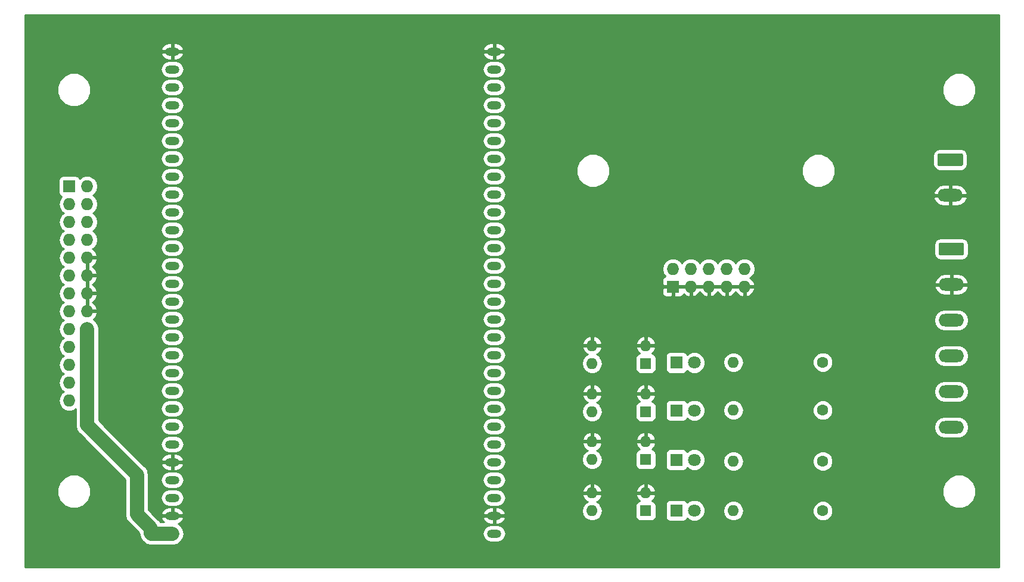
<source format=gbr>
G04 #@! TF.GenerationSoftware,KiCad,Pcbnew,(5.0.2)-1*
G04 #@! TF.CreationDate,2020-02-10T23:08:40+01:00*
G04 #@! TF.ProjectId,ToolChanger,546f6f6c-4368-4616-9e67-65722e6b6963,rev?*
G04 #@! TF.SameCoordinates,Original*
G04 #@! TF.FileFunction,Copper,L2,Bot*
G04 #@! TF.FilePolarity,Positive*
%FSLAX46Y46*%
G04 Gerber Fmt 4.6, Leading zero omitted, Abs format (unit mm)*
G04 Created by KiCad (PCBNEW (5.0.2)-1) date 2020-02-10 23:08:40*
%MOMM*%
%LPD*%
G01*
G04 APERTURE LIST*
G04 #@! TA.AperFunction,Conductor*
%ADD10C,0.100000*%
G04 #@! TD*
G04 #@! TA.AperFunction,ComponentPad*
%ADD11C,1.800000*%
G04 #@! TD*
G04 #@! TA.AperFunction,ComponentPad*
%ADD12O,3.600000X1.800000*%
G04 #@! TD*
G04 #@! TA.AperFunction,ComponentPad*
%ADD13O,1.600000X1.600000*%
G04 #@! TD*
G04 #@! TA.AperFunction,ComponentPad*
%ADD14C,1.600000*%
G04 #@! TD*
G04 #@! TA.AperFunction,ComponentPad*
%ADD15R,1.727200X1.727200*%
G04 #@! TD*
G04 #@! TA.AperFunction,ComponentPad*
%ADD16O,1.727200X1.727200*%
G04 #@! TD*
G04 #@! TA.AperFunction,ComponentPad*
%ADD17R,1.800000X1.800000*%
G04 #@! TD*
G04 #@! TA.AperFunction,ComponentPad*
%ADD18R,1.600000X1.600000*%
G04 #@! TD*
G04 #@! TA.AperFunction,ComponentPad*
%ADD19O,2.000000X1.200000*%
G04 #@! TD*
G04 #@! TA.AperFunction,Conductor*
%ADD20C,2.000000*%
G04 #@! TD*
G04 #@! TA.AperFunction,Conductor*
%ADD21C,0.254000*%
G04 #@! TD*
G04 APERTURE END LIST*
D10*
G04 #@! TO.N,+24V*
G04 #@! TO.C,J4*
G36*
X204799904Y-80101804D02*
X204824173Y-80105404D01*
X204847971Y-80111365D01*
X204871071Y-80119630D01*
X204893249Y-80130120D01*
X204914293Y-80142733D01*
X204933998Y-80157347D01*
X204952177Y-80173823D01*
X204968653Y-80192002D01*
X204983267Y-80211707D01*
X204995880Y-80232751D01*
X205006370Y-80254929D01*
X205014635Y-80278029D01*
X205020596Y-80301827D01*
X205024196Y-80326096D01*
X205025400Y-80350600D01*
X205025400Y-81650600D01*
X205024196Y-81675104D01*
X205020596Y-81699373D01*
X205014635Y-81723171D01*
X205006370Y-81746271D01*
X204995880Y-81768449D01*
X204983267Y-81789493D01*
X204968653Y-81809198D01*
X204952177Y-81827377D01*
X204933998Y-81843853D01*
X204914293Y-81858467D01*
X204893249Y-81871080D01*
X204871071Y-81881570D01*
X204847971Y-81889835D01*
X204824173Y-81895796D01*
X204799904Y-81899396D01*
X204775400Y-81900600D01*
X201675400Y-81900600D01*
X201650896Y-81899396D01*
X201626627Y-81895796D01*
X201602829Y-81889835D01*
X201579729Y-81881570D01*
X201557551Y-81871080D01*
X201536507Y-81858467D01*
X201516802Y-81843853D01*
X201498623Y-81827377D01*
X201482147Y-81809198D01*
X201467533Y-81789493D01*
X201454920Y-81768449D01*
X201444430Y-81746271D01*
X201436165Y-81723171D01*
X201430204Y-81699373D01*
X201426604Y-81675104D01*
X201425400Y-81650600D01*
X201425400Y-80350600D01*
X201426604Y-80326096D01*
X201430204Y-80301827D01*
X201436165Y-80278029D01*
X201444430Y-80254929D01*
X201454920Y-80232751D01*
X201467533Y-80211707D01*
X201482147Y-80192002D01*
X201498623Y-80173823D01*
X201516802Y-80157347D01*
X201536507Y-80142733D01*
X201557551Y-80130120D01*
X201579729Y-80119630D01*
X201602829Y-80111365D01*
X201626627Y-80105404D01*
X201650896Y-80101804D01*
X201675400Y-80100600D01*
X204775400Y-80100600D01*
X204799904Y-80101804D01*
X204799904Y-80101804D01*
G37*
D11*
G04 #@! TD*
G04 #@! TO.P,J4,1*
G04 #@! TO.N,+24V*
X203225400Y-81000600D03*
D12*
G04 #@! TO.P,J4,2*
G04 #@! TO.N,GND*
X203225400Y-86080600D03*
G04 #@! TD*
D10*
G04 #@! TO.N,+24V*
G04 #@! TO.C,J3*
G36*
X204952304Y-92801804D02*
X204976573Y-92805404D01*
X205000371Y-92811365D01*
X205023471Y-92819630D01*
X205045649Y-92830120D01*
X205066693Y-92842733D01*
X205086398Y-92857347D01*
X205104577Y-92873823D01*
X205121053Y-92892002D01*
X205135667Y-92911707D01*
X205148280Y-92932751D01*
X205158770Y-92954929D01*
X205167035Y-92978029D01*
X205172996Y-93001827D01*
X205176596Y-93026096D01*
X205177800Y-93050600D01*
X205177800Y-94350600D01*
X205176596Y-94375104D01*
X205172996Y-94399373D01*
X205167035Y-94423171D01*
X205158770Y-94446271D01*
X205148280Y-94468449D01*
X205135667Y-94489493D01*
X205121053Y-94509198D01*
X205104577Y-94527377D01*
X205086398Y-94543853D01*
X205066693Y-94558467D01*
X205045649Y-94571080D01*
X205023471Y-94581570D01*
X205000371Y-94589835D01*
X204976573Y-94595796D01*
X204952304Y-94599396D01*
X204927800Y-94600600D01*
X201827800Y-94600600D01*
X201803296Y-94599396D01*
X201779027Y-94595796D01*
X201755229Y-94589835D01*
X201732129Y-94581570D01*
X201709951Y-94571080D01*
X201688907Y-94558467D01*
X201669202Y-94543853D01*
X201651023Y-94527377D01*
X201634547Y-94509198D01*
X201619933Y-94489493D01*
X201607320Y-94468449D01*
X201596830Y-94446271D01*
X201588565Y-94423171D01*
X201582604Y-94399373D01*
X201579004Y-94375104D01*
X201577800Y-94350600D01*
X201577800Y-93050600D01*
X201579004Y-93026096D01*
X201582604Y-93001827D01*
X201588565Y-92978029D01*
X201596830Y-92954929D01*
X201607320Y-92932751D01*
X201619933Y-92911707D01*
X201634547Y-92892002D01*
X201651023Y-92873823D01*
X201669202Y-92857347D01*
X201688907Y-92842733D01*
X201709951Y-92830120D01*
X201732129Y-92819630D01*
X201755229Y-92811365D01*
X201779027Y-92805404D01*
X201803296Y-92801804D01*
X201827800Y-92800600D01*
X204927800Y-92800600D01*
X204952304Y-92801804D01*
X204952304Y-92801804D01*
G37*
D11*
G04 #@! TD*
G04 #@! TO.P,J3,1*
G04 #@! TO.N,+24V*
X203377800Y-93700600D03*
D12*
G04 #@! TO.P,J3,2*
G04 #@! TO.N,GND*
X203377800Y-98780600D03*
G04 #@! TO.P,J3,3*
G04 #@! TO.N,Net-(J3-Pad3)*
X203377800Y-103860600D03*
G04 #@! TO.P,J3,4*
G04 #@! TO.N,Net-(J3-Pad4)*
X203377800Y-108940600D03*
G04 #@! TO.P,J3,5*
G04 #@! TO.N,Net-(J3-Pad5)*
X203377800Y-114020600D03*
G04 #@! TO.P,J3,6*
G04 #@! TO.N,Net-(J3-Pad6)*
X203377800Y-119100600D03*
G04 #@! TD*
D13*
G04 #@! TO.P,R4,2*
G04 #@! TO.N,Net-(D4-Pad2)*
X172415200Y-130962400D03*
D14*
G04 #@! TO.P,R4,1*
G04 #@! TO.N,Net-(J3-Pad6)*
X185115200Y-130962400D03*
G04 #@! TD*
G04 #@! TO.P,R3,1*
G04 #@! TO.N,Net-(J3-Pad5)*
X185115200Y-123901200D03*
D13*
G04 #@! TO.P,R3,2*
G04 #@! TO.N,Net-(D3-Pad2)*
X172415200Y-123901200D03*
G04 #@! TD*
G04 #@! TO.P,R2,2*
G04 #@! TO.N,Net-(D2-Pad2)*
X172415200Y-116636800D03*
D14*
G04 #@! TO.P,R2,1*
G04 #@! TO.N,Net-(J3-Pad4)*
X185115200Y-116636800D03*
G04 #@! TD*
G04 #@! TO.P,R1,1*
G04 #@! TO.N,Net-(J3-Pad3)*
X185115200Y-109829600D03*
D13*
G04 #@! TO.P,R1,2*
G04 #@! TO.N,Net-(D1-Pad2)*
X172415200Y-109829600D03*
G04 #@! TD*
D15*
G04 #@! TO.P,J2,1*
G04 #@! TO.N,GND*
X163830000Y-99060000D03*
D16*
G04 #@! TO.P,J2,2*
G04 #@! TO.N,DIR*
X163830000Y-96520000D03*
G04 #@! TO.P,J2,3*
G04 #@! TO.N,GND*
X166370000Y-99060000D03*
G04 #@! TO.P,J2,4*
G04 #@! TO.N,Net-(J2-Pad4)*
X166370000Y-96520000D03*
G04 #@! TO.P,J2,5*
G04 #@! TO.N,GND*
X168910000Y-99060000D03*
G04 #@! TO.P,J2,6*
G04 #@! TO.N,PWM*
X168910000Y-96520000D03*
G04 #@! TO.P,J2,7*
G04 #@! TO.N,GND*
X171450000Y-99060000D03*
G04 #@! TO.P,J2,8*
G04 #@! TO.N,Net-(J2-Pad8)*
X171450000Y-96520000D03*
G04 #@! TO.P,J2,9*
G04 #@! TO.N,GND*
X173990000Y-99060000D03*
G04 #@! TO.P,J2,10*
G04 #@! TO.N,CURRENT_SENSE*
X173990000Y-96520000D03*
G04 #@! TD*
D11*
G04 #@! TO.P,D4,2*
G04 #@! TO.N,Net-(D4-Pad2)*
X166878000Y-130911600D03*
D17*
G04 #@! TO.P,D4,1*
G04 #@! TO.N,Net-(D4-Pad1)*
X164338000Y-130911600D03*
G04 #@! TD*
G04 #@! TO.P,D3,1*
G04 #@! TO.N,Net-(D3-Pad1)*
X164338000Y-123698000D03*
D11*
G04 #@! TO.P,D3,2*
G04 #@! TO.N,Net-(D3-Pad2)*
X166878000Y-123698000D03*
G04 #@! TD*
G04 #@! TO.P,D2,2*
G04 #@! TO.N,Net-(D2-Pad2)*
X166878000Y-116687600D03*
D17*
G04 #@! TO.P,D2,1*
G04 #@! TO.N,Net-(D2-Pad1)*
X164338000Y-116687600D03*
G04 #@! TD*
G04 #@! TO.P,D1,1*
G04 #@! TO.N,Net-(D1-Pad1)*
X164338000Y-109880400D03*
D11*
G04 #@! TO.P,D1,2*
G04 #@! TO.N,Net-(D1-Pad2)*
X166878000Y-109880400D03*
G04 #@! TD*
D13*
G04 #@! TO.P,U5,4*
G04 #@! TO.N,Net-(U1-Pad39)*
X152349200Y-130962400D03*
G04 #@! TO.P,U5,2*
G04 #@! TO.N,GND*
X159969200Y-128422400D03*
G04 #@! TO.P,U5,3*
X152349200Y-128422400D03*
D18*
G04 #@! TO.P,U5,1*
G04 #@! TO.N,Net-(D4-Pad1)*
X159969200Y-130962400D03*
G04 #@! TD*
G04 #@! TO.P,U4,1*
G04 #@! TO.N,Net-(D3-Pad1)*
X159969200Y-123647200D03*
D13*
G04 #@! TO.P,U4,3*
G04 #@! TO.N,GND*
X152349200Y-121107200D03*
G04 #@! TO.P,U4,2*
X159969200Y-121107200D03*
G04 #@! TO.P,U4,4*
G04 #@! TO.N,Net-(U1-Pad40)*
X152349200Y-123647200D03*
G04 #@! TD*
G04 #@! TO.P,U3,4*
G04 #@! TO.N,Net-(U1-Pad41)*
X152349200Y-116840000D03*
G04 #@! TO.P,U3,2*
G04 #@! TO.N,GND*
X159969200Y-114300000D03*
G04 #@! TO.P,U3,3*
X152349200Y-114300000D03*
D18*
G04 #@! TO.P,U3,1*
G04 #@! TO.N,Net-(D2-Pad1)*
X159969200Y-116840000D03*
G04 #@! TD*
G04 #@! TO.P,U2,1*
G04 #@! TO.N,Net-(D1-Pad1)*
X159969200Y-109982000D03*
D13*
G04 #@! TO.P,U2,3*
G04 #@! TO.N,GND*
X152349200Y-107442000D03*
G04 #@! TO.P,U2,2*
X159969200Y-107442000D03*
G04 #@! TO.P,U2,4*
G04 #@! TO.N,Net-(U1-Pad42)*
X152349200Y-109982000D03*
G04 #@! TD*
D15*
G04 #@! TO.P,J1,1*
G04 #@! TO.N,Net-(J1-Pad1)*
X78079600Y-84785200D03*
D16*
G04 #@! TO.P,J1,2*
G04 #@! TO.N,Net-(J1-Pad2)*
X80619600Y-84785200D03*
G04 #@! TO.P,J1,3*
G04 #@! TO.N,Net-(J1-Pad3)*
X78079600Y-87325200D03*
G04 #@! TO.P,J1,4*
G04 #@! TO.N,Net-(J1-Pad4)*
X80619600Y-87325200D03*
G04 #@! TO.P,J1,5*
G04 #@! TO.N,Net-(J1-Pad5)*
X78079600Y-89865200D03*
G04 #@! TO.P,J1,6*
G04 #@! TO.N,Net-(J1-Pad6)*
X80619600Y-89865200D03*
G04 #@! TO.P,J1,7*
G04 #@! TO.N,Net-(J1-Pad7)*
X78079600Y-92405200D03*
G04 #@! TO.P,J1,8*
G04 #@! TO.N,Net-(J1-Pad8)*
X80619600Y-92405200D03*
G04 #@! TO.P,J1,9*
G04 #@! TO.N,Net-(J1-Pad9)*
X78079600Y-94945200D03*
G04 #@! TO.P,J1,10*
G04 #@! TO.N,GND*
X80619600Y-94945200D03*
G04 #@! TO.P,J1,11*
G04 #@! TO.N,Net-(J1-Pad11)*
X78079600Y-97485200D03*
G04 #@! TO.P,J1,12*
G04 #@! TO.N,GND*
X80619600Y-97485200D03*
G04 #@! TO.P,J1,13*
G04 #@! TO.N,Net-(J1-Pad13)*
X78079600Y-100025200D03*
G04 #@! TO.P,J1,14*
G04 #@! TO.N,GND*
X80619600Y-100025200D03*
G04 #@! TO.P,J1,15*
G04 #@! TO.N,Net-(J1-Pad15)*
X78079600Y-102565200D03*
G04 #@! TO.P,J1,16*
G04 #@! TO.N,GND*
X80619600Y-102565200D03*
G04 #@! TO.P,J1,17*
G04 #@! TO.N,Net-(J1-Pad17)*
X78079600Y-105105200D03*
G04 #@! TO.P,J1,18*
G04 #@! TO.N,+5V*
X80619600Y-105105200D03*
G04 #@! TO.P,J1,19*
G04 #@! TO.N,Net-(J1-Pad19)*
X78079600Y-107645200D03*
G04 #@! TO.P,J1,20*
G04 #@! TO.N,+5V*
X80619600Y-107645200D03*
G04 #@! TO.P,J1,21*
G04 #@! TO.N,Net-(J1-Pad21)*
X78079600Y-110185200D03*
G04 #@! TO.P,J1,22*
G04 #@! TO.N,+5V*
X80619600Y-110185200D03*
G04 #@! TO.P,J1,23*
G04 #@! TO.N,Net-(J1-Pad23)*
X78079600Y-112725200D03*
G04 #@! TO.P,J1,24*
G04 #@! TO.N,+5V*
X80619600Y-112725200D03*
G04 #@! TO.P,J1,25*
G04 #@! TO.N,Net-(J1-Pad25)*
X78079600Y-115265200D03*
G04 #@! TO.P,J1,26*
G04 #@! TO.N,+5V*
X80619600Y-115265200D03*
G04 #@! TD*
D19*
G04 #@! TO.P,U1,56*
G04 #@! TO.N,GND*
X138430000Y-65610200D03*
G04 #@! TO.P,U1,1*
X92710000Y-65610200D03*
G04 #@! TO.P,U1,55*
G04 #@! TO.N,Net-(U1-Pad55)*
X138430000Y-68150200D03*
G04 #@! TO.P,U1,2*
G04 #@! TO.N,Net-(J1-Pad1)*
X92710000Y-68150200D03*
G04 #@! TO.P,U1,54*
G04 #@! TO.N,Net-(U1-Pad54)*
X138430000Y-70690200D03*
G04 #@! TO.P,U1,3*
G04 #@! TO.N,Net-(J1-Pad2)*
X92710000Y-70690200D03*
G04 #@! TO.P,U1,53*
G04 #@! TO.N,Net-(U1-Pad53)*
X138430000Y-73230200D03*
G04 #@! TO.P,U1,4*
G04 #@! TO.N,Net-(J1-Pad3)*
X92710000Y-73230200D03*
G04 #@! TO.P,U1,52*
G04 #@! TO.N,Net-(U1-Pad52)*
X138430000Y-75770200D03*
G04 #@! TO.P,U1,5*
G04 #@! TO.N,Net-(J1-Pad4)*
X92710000Y-75770200D03*
G04 #@! TO.P,U1,51*
G04 #@! TO.N,Net-(U1-Pad51)*
X138430000Y-78310200D03*
G04 #@! TO.P,U1,6*
G04 #@! TO.N,Net-(J1-Pad5)*
X92710000Y-78310200D03*
G04 #@! TO.P,U1,50*
G04 #@! TO.N,Net-(U1-Pad50)*
X138430000Y-80850200D03*
G04 #@! TO.P,U1,7*
G04 #@! TO.N,Net-(J1-Pad6)*
X92710000Y-80850200D03*
G04 #@! TO.P,U1,49*
G04 #@! TO.N,Net-(U1-Pad49)*
X138430000Y-83390200D03*
G04 #@! TO.P,U1,8*
G04 #@! TO.N,Net-(J1-Pad7)*
X92710000Y-83390200D03*
G04 #@! TO.P,U1,48*
G04 #@! TO.N,Net-(U1-Pad48)*
X138430000Y-85930200D03*
G04 #@! TO.P,U1,9*
G04 #@! TO.N,Net-(J1-Pad8)*
X92710000Y-85930200D03*
G04 #@! TO.P,U1,47*
G04 #@! TO.N,Net-(U1-Pad47)*
X138430000Y-88470200D03*
G04 #@! TO.P,U1,10*
G04 #@! TO.N,Net-(J1-Pad9)*
X92710000Y-88470200D03*
G04 #@! TO.P,U1,46*
G04 #@! TO.N,CURRENT_SENSE*
X138430000Y-91010200D03*
G04 #@! TO.P,U1,11*
G04 #@! TO.N,Net-(J1-Pad11)*
X92710000Y-91010200D03*
G04 #@! TO.P,U1,45*
G04 #@! TO.N,PWM*
X138430000Y-93550200D03*
G04 #@! TO.P,U1,12*
G04 #@! TO.N,Net-(J1-Pad13)*
X92710000Y-93550200D03*
G04 #@! TO.P,U1,44*
G04 #@! TO.N,DIR*
X138430000Y-96090200D03*
G04 #@! TO.P,U1,13*
G04 #@! TO.N,Net-(J1-Pad15)*
X92710000Y-96090200D03*
G04 #@! TO.P,U1,43*
G04 #@! TO.N,Net-(U1-Pad43)*
X138430000Y-98630200D03*
G04 #@! TO.P,U1,14*
G04 #@! TO.N,Net-(J1-Pad17)*
X92710000Y-98630200D03*
G04 #@! TO.P,U1,42*
G04 #@! TO.N,Net-(U1-Pad42)*
X138430000Y-101170200D03*
G04 #@! TO.P,U1,15*
G04 #@! TO.N,Net-(J1-Pad19)*
X92710000Y-101170200D03*
G04 #@! TO.P,U1,41*
G04 #@! TO.N,Net-(U1-Pad41)*
X138430000Y-103710200D03*
G04 #@! TO.P,U1,16*
G04 #@! TO.N,Net-(J1-Pad21)*
X92710000Y-103710200D03*
G04 #@! TO.P,U1,40*
G04 #@! TO.N,Net-(U1-Pad40)*
X138430000Y-106250200D03*
G04 #@! TO.P,U1,17*
G04 #@! TO.N,Net-(J1-Pad23)*
X92710000Y-106250200D03*
G04 #@! TO.P,U1,39*
G04 #@! TO.N,Net-(U1-Pad39)*
X138430000Y-108790200D03*
G04 #@! TO.P,U1,18*
G04 #@! TO.N,Net-(J1-Pad25)*
X92710000Y-108790200D03*
G04 #@! TO.P,U1,38*
G04 #@! TO.N,Net-(U1-Pad38)*
X138430000Y-111330200D03*
G04 #@! TO.P,U1,19*
G04 #@! TO.N,Net-(U1-Pad19)*
X92710000Y-111330200D03*
G04 #@! TO.P,U1,37*
G04 #@! TO.N,Net-(U1-Pad37)*
X138430000Y-113870200D03*
G04 #@! TO.P,U1,20*
G04 #@! TO.N,Net-(U1-Pad20)*
X92710000Y-113870200D03*
G04 #@! TO.P,U1,36*
G04 #@! TO.N,Net-(U1-Pad36)*
X138430000Y-116410200D03*
G04 #@! TO.P,U1,21*
G04 #@! TO.N,Net-(U1-Pad21)*
X92710000Y-116410200D03*
G04 #@! TO.P,U1,35*
G04 #@! TO.N,Net-(U1-Pad35)*
X138430000Y-118950200D03*
G04 #@! TO.P,U1,22*
G04 #@! TO.N,Net-(U1-Pad22)*
X92710000Y-118950200D03*
G04 #@! TO.P,U1,34*
G04 #@! TO.N,Net-(U1-Pad34)*
X138430000Y-121490200D03*
G04 #@! TO.P,U1,23*
G04 #@! TO.N,Net-(U1-Pad23)*
X92710000Y-121490200D03*
G04 #@! TO.P,U1,33*
G04 #@! TO.N,Net-(U1-Pad33)*
X138430000Y-124030200D03*
G04 #@! TO.P,U1,24*
G04 #@! TO.N,GND*
X92710000Y-124030200D03*
G04 #@! TO.P,U1,32*
G04 #@! TO.N,Net-(U1-Pad32)*
X138430000Y-126570200D03*
G04 #@! TO.P,U1,25*
G04 #@! TO.N,Net-(U1-Pad25)*
X92710000Y-126570200D03*
G04 #@! TO.P,U1,31*
G04 #@! TO.N,Net-(U1-Pad31)*
X138430000Y-129110200D03*
G04 #@! TO.P,U1,26*
G04 #@! TO.N,Net-(U1-Pad26)*
X92710000Y-129110200D03*
G04 #@! TO.P,U1,30*
G04 #@! TO.N,GND*
X138430000Y-131650200D03*
G04 #@! TO.P,U1,27*
X92710000Y-131650200D03*
G04 #@! TO.P,U1,29*
G04 #@! TO.N,Net-(U1-Pad29)*
X138430000Y-134190200D03*
G04 #@! TO.P,U1,28*
G04 #@! TO.N,+5V*
X92710000Y-134190200D03*
G04 #@! TD*
D20*
G04 #@! TO.N,+5V*
X80619600Y-115265200D02*
X80619600Y-112725200D01*
X80619600Y-112725200D02*
X80619600Y-110185200D01*
X80619600Y-110185200D02*
X80619600Y-107645200D01*
X80619600Y-107645200D02*
X80619600Y-105105200D01*
X80619600Y-116486514D02*
X80619600Y-115265200D01*
X80619600Y-118770400D02*
X80619600Y-116486514D01*
X87680800Y-125831600D02*
X80619600Y-118770400D01*
X89660610Y-133450210D02*
X87680800Y-131470400D01*
X87680800Y-131470400D02*
X87680800Y-125831600D01*
X89660610Y-134140810D02*
X89660610Y-133450210D01*
X89710000Y-134190200D02*
X89660610Y-134140810D01*
X92710000Y-134190200D02*
X89710000Y-134190200D01*
G04 #@! TD*
D21*
G04 #@! TO.N,GND*
G36*
X210110001Y-138990000D02*
X71830000Y-138990000D01*
X71830000Y-127715594D01*
X76355000Y-127715594D01*
X76355000Y-128664406D01*
X76718095Y-129540994D01*
X77389006Y-130211905D01*
X78265594Y-130575000D01*
X79214406Y-130575000D01*
X80090994Y-130211905D01*
X80761905Y-129540994D01*
X81125000Y-128664406D01*
X81125000Y-127715594D01*
X80761905Y-126839006D01*
X80090994Y-126168095D01*
X79214406Y-125805000D01*
X78265594Y-125805000D01*
X77389006Y-126168095D01*
X76718095Y-126839006D01*
X76355000Y-127715594D01*
X71830000Y-127715594D01*
X71830000Y-87325200D01*
X76551641Y-87325200D01*
X76667950Y-87909925D01*
X76999170Y-88405630D01*
X77282881Y-88595200D01*
X76999170Y-88784770D01*
X76667950Y-89280475D01*
X76551641Y-89865200D01*
X76667950Y-90449925D01*
X76999170Y-90945630D01*
X77282881Y-91135200D01*
X76999170Y-91324770D01*
X76667950Y-91820475D01*
X76551641Y-92405200D01*
X76667950Y-92989925D01*
X76999170Y-93485630D01*
X77282881Y-93675200D01*
X76999170Y-93864770D01*
X76667950Y-94360475D01*
X76551641Y-94945200D01*
X76667950Y-95529925D01*
X76999170Y-96025630D01*
X77282881Y-96215200D01*
X76999170Y-96404770D01*
X76667950Y-96900475D01*
X76551641Y-97485200D01*
X76667950Y-98069925D01*
X76999170Y-98565630D01*
X77282881Y-98755200D01*
X76999170Y-98944770D01*
X76667950Y-99440475D01*
X76551641Y-100025200D01*
X76667950Y-100609925D01*
X76999170Y-101105630D01*
X77282881Y-101295200D01*
X76999170Y-101484770D01*
X76667950Y-101980475D01*
X76551641Y-102565200D01*
X76667950Y-103149925D01*
X76999170Y-103645630D01*
X77282881Y-103835200D01*
X76999170Y-104024770D01*
X76667950Y-104520475D01*
X76551641Y-105105200D01*
X76667950Y-105689925D01*
X76999170Y-106185630D01*
X77282881Y-106375200D01*
X76999170Y-106564770D01*
X76667950Y-107060475D01*
X76551641Y-107645200D01*
X76667950Y-108229925D01*
X76999170Y-108725630D01*
X77282881Y-108915200D01*
X76999170Y-109104770D01*
X76667950Y-109600475D01*
X76551641Y-110185200D01*
X76667950Y-110769925D01*
X76999170Y-111265630D01*
X77282881Y-111455200D01*
X76999170Y-111644770D01*
X76667950Y-112140475D01*
X76551641Y-112725200D01*
X76667950Y-113309925D01*
X76999170Y-113805630D01*
X77282881Y-113995200D01*
X76999170Y-114184770D01*
X76667950Y-114680475D01*
X76551641Y-115265200D01*
X76667950Y-115849925D01*
X76999170Y-116345630D01*
X77494875Y-116676850D01*
X77932002Y-116763800D01*
X78227198Y-116763800D01*
X78664325Y-116676850D01*
X78984600Y-116462849D01*
X78984600Y-116647544D01*
X78984601Y-116647548D01*
X78984600Y-118609370D01*
X78952569Y-118770400D01*
X78984600Y-118931430D01*
X79079464Y-119408344D01*
X79440831Y-119949169D01*
X79577350Y-120040388D01*
X86045801Y-126508840D01*
X86045800Y-131309370D01*
X86013769Y-131470400D01*
X86045800Y-131631430D01*
X86140664Y-132108344D01*
X86502031Y-132649169D01*
X86638550Y-132740388D01*
X88001110Y-134102949D01*
X87993579Y-134140810D01*
X88025610Y-134301840D01*
X88120474Y-134778754D01*
X88481841Y-135319579D01*
X88511448Y-135339362D01*
X88531231Y-135368969D01*
X89072055Y-135730336D01*
X89548969Y-135825200D01*
X89548970Y-135825200D01*
X89709999Y-135857231D01*
X89871029Y-135825200D01*
X92871031Y-135825200D01*
X93347945Y-135730336D01*
X93888769Y-135368969D01*
X94250136Y-134828145D01*
X94377031Y-134190200D01*
X136770805Y-134190200D01*
X136866656Y-134672073D01*
X137139615Y-135080585D01*
X137548127Y-135353544D01*
X137908364Y-135425200D01*
X138951636Y-135425200D01*
X139311873Y-135353544D01*
X139720385Y-135080585D01*
X139993344Y-134672073D01*
X140089195Y-134190200D01*
X139993344Y-133708327D01*
X139720385Y-133299815D01*
X139311873Y-133026856D01*
X138951636Y-132955200D01*
X137908364Y-132955200D01*
X137548127Y-133026856D01*
X137139615Y-133299815D01*
X136866656Y-133708327D01*
X136770805Y-134190200D01*
X94377031Y-134190200D01*
X94250136Y-133552255D01*
X93888769Y-133011431D01*
X93553798Y-132787611D01*
X93699947Y-132742590D01*
X94073080Y-132433674D01*
X94299592Y-132005481D01*
X94303462Y-131967809D01*
X136836538Y-131967809D01*
X136840408Y-132005481D01*
X137066920Y-132433674D01*
X137440053Y-132742590D01*
X137903000Y-132885200D01*
X138303000Y-132885200D01*
X138303000Y-131777200D01*
X138557000Y-131777200D01*
X138557000Y-132885200D01*
X138957000Y-132885200D01*
X139419947Y-132742590D01*
X139793080Y-132433674D01*
X140019592Y-132005481D01*
X140023462Y-131967809D01*
X139898731Y-131777200D01*
X138557000Y-131777200D01*
X138303000Y-131777200D01*
X136961269Y-131777200D01*
X136836538Y-131967809D01*
X94303462Y-131967809D01*
X94178731Y-131777200D01*
X92837000Y-131777200D01*
X92837000Y-131797200D01*
X92583000Y-131797200D01*
X92583000Y-131777200D01*
X91241269Y-131777200D01*
X91116538Y-131967809D01*
X91120408Y-132005481D01*
X91346920Y-132433674D01*
X91493709Y-132555200D01*
X91028981Y-132555200D01*
X90839379Y-132271441D01*
X90702862Y-132180224D01*
X89855229Y-131332591D01*
X91116538Y-131332591D01*
X91241269Y-131523200D01*
X92583000Y-131523200D01*
X92583000Y-130415200D01*
X92837000Y-130415200D01*
X92837000Y-131523200D01*
X94178731Y-131523200D01*
X94303462Y-131332591D01*
X136836538Y-131332591D01*
X136961269Y-131523200D01*
X138303000Y-131523200D01*
X138303000Y-130415200D01*
X138557000Y-130415200D01*
X138557000Y-131523200D01*
X139898731Y-131523200D01*
X140023462Y-131332591D01*
X140019592Y-131294919D01*
X139843692Y-130962400D01*
X150886087Y-130962400D01*
X150997460Y-131522309D01*
X151314623Y-131996977D01*
X151789291Y-132314140D01*
X152207867Y-132397400D01*
X152490533Y-132397400D01*
X152909109Y-132314140D01*
X153383777Y-131996977D01*
X153700940Y-131522309D01*
X153812313Y-130962400D01*
X153700940Y-130402491D01*
X153540517Y-130162400D01*
X158521760Y-130162400D01*
X158521760Y-131762400D01*
X158571043Y-132010165D01*
X158711391Y-132220209D01*
X158921435Y-132360557D01*
X159169200Y-132409840D01*
X160769200Y-132409840D01*
X161016965Y-132360557D01*
X161227009Y-132220209D01*
X161367357Y-132010165D01*
X161416640Y-131762400D01*
X161416640Y-130162400D01*
X161386645Y-130011600D01*
X162790560Y-130011600D01*
X162790560Y-131811600D01*
X162839843Y-132059365D01*
X162980191Y-132269409D01*
X163190235Y-132409757D01*
X163438000Y-132459040D01*
X165238000Y-132459040D01*
X165485765Y-132409757D01*
X165695809Y-132269409D01*
X165836157Y-132059365D01*
X165839275Y-132043692D01*
X166008493Y-132212910D01*
X166572670Y-132446600D01*
X167183330Y-132446600D01*
X167747507Y-132212910D01*
X168179310Y-131781107D01*
X168413000Y-131216930D01*
X168413000Y-130962400D01*
X170952087Y-130962400D01*
X171063460Y-131522309D01*
X171380623Y-131996977D01*
X171855291Y-132314140D01*
X172273867Y-132397400D01*
X172556533Y-132397400D01*
X172975109Y-132314140D01*
X173449777Y-131996977D01*
X173766940Y-131522309D01*
X173878313Y-130962400D01*
X173821536Y-130676961D01*
X183680200Y-130676961D01*
X183680200Y-131247839D01*
X183898666Y-131775262D01*
X184302338Y-132178934D01*
X184829761Y-132397400D01*
X185400639Y-132397400D01*
X185928062Y-132178934D01*
X186331734Y-131775262D01*
X186550200Y-131247839D01*
X186550200Y-130676961D01*
X186331734Y-130149538D01*
X185928062Y-129745866D01*
X185400639Y-129527400D01*
X184829761Y-129527400D01*
X184302338Y-129745866D01*
X183898666Y-130149538D01*
X183680200Y-130676961D01*
X173821536Y-130676961D01*
X173766940Y-130402491D01*
X173449777Y-129927823D01*
X172975109Y-129610660D01*
X172556533Y-129527400D01*
X172273867Y-129527400D01*
X171855291Y-129610660D01*
X171380623Y-129927823D01*
X171063460Y-130402491D01*
X170952087Y-130962400D01*
X168413000Y-130962400D01*
X168413000Y-130606270D01*
X168179310Y-130042093D01*
X167747507Y-129610290D01*
X167183330Y-129376600D01*
X166572670Y-129376600D01*
X166008493Y-129610290D01*
X165839275Y-129779508D01*
X165836157Y-129763835D01*
X165695809Y-129553791D01*
X165485765Y-129413443D01*
X165238000Y-129364160D01*
X163438000Y-129364160D01*
X163190235Y-129413443D01*
X162980191Y-129553791D01*
X162839843Y-129763835D01*
X162790560Y-130011600D01*
X161386645Y-130011600D01*
X161367357Y-129914635D01*
X161227009Y-129704591D01*
X161016965Y-129564243D01*
X160861839Y-129533387D01*
X161200241Y-129159823D01*
X161361104Y-128771439D01*
X161239115Y-128549400D01*
X160096200Y-128549400D01*
X160096200Y-128569400D01*
X159842200Y-128569400D01*
X159842200Y-128549400D01*
X158699285Y-128549400D01*
X158577296Y-128771439D01*
X158738159Y-129159823D01*
X159076561Y-129533387D01*
X158921435Y-129564243D01*
X158711391Y-129704591D01*
X158571043Y-129914635D01*
X158521760Y-130162400D01*
X153540517Y-130162400D01*
X153383777Y-129927823D01*
X153000092Y-129671453D01*
X153204334Y-129574789D01*
X153580241Y-129159823D01*
X153741104Y-128771439D01*
X153619115Y-128549400D01*
X152476200Y-128549400D01*
X152476200Y-128569400D01*
X152222200Y-128569400D01*
X152222200Y-128549400D01*
X151079285Y-128549400D01*
X150957296Y-128771439D01*
X151118159Y-129159823D01*
X151494066Y-129574789D01*
X151698308Y-129671453D01*
X151314623Y-129927823D01*
X150997460Y-130402491D01*
X150886087Y-130962400D01*
X139843692Y-130962400D01*
X139793080Y-130866726D01*
X139419947Y-130557810D01*
X138957000Y-130415200D01*
X138557000Y-130415200D01*
X138303000Y-130415200D01*
X137903000Y-130415200D01*
X137440053Y-130557810D01*
X137066920Y-130866726D01*
X136840408Y-131294919D01*
X136836538Y-131332591D01*
X94303462Y-131332591D01*
X94299592Y-131294919D01*
X94073080Y-130866726D01*
X93699947Y-130557810D01*
X93237000Y-130415200D01*
X92837000Y-130415200D01*
X92583000Y-130415200D01*
X92183000Y-130415200D01*
X91720053Y-130557810D01*
X91346920Y-130866726D01*
X91120408Y-131294919D01*
X91116538Y-131332591D01*
X89855229Y-131332591D01*
X89315800Y-130793162D01*
X89315800Y-129110200D01*
X91050805Y-129110200D01*
X91146656Y-129592073D01*
X91419615Y-130000585D01*
X91828127Y-130273544D01*
X92188364Y-130345200D01*
X93231636Y-130345200D01*
X93591873Y-130273544D01*
X94000385Y-130000585D01*
X94273344Y-129592073D01*
X94369195Y-129110200D01*
X136770805Y-129110200D01*
X136866656Y-129592073D01*
X137139615Y-130000585D01*
X137548127Y-130273544D01*
X137908364Y-130345200D01*
X138951636Y-130345200D01*
X139311873Y-130273544D01*
X139720385Y-130000585D01*
X139993344Y-129592073D01*
X140089195Y-129110200D01*
X139993344Y-128628327D01*
X139720385Y-128219815D01*
X139501202Y-128073361D01*
X150957296Y-128073361D01*
X151079285Y-128295400D01*
X152222200Y-128295400D01*
X152222200Y-127151771D01*
X152476200Y-127151771D01*
X152476200Y-128295400D01*
X153619115Y-128295400D01*
X153741104Y-128073361D01*
X158577296Y-128073361D01*
X158699285Y-128295400D01*
X159842200Y-128295400D01*
X159842200Y-127151771D01*
X160096200Y-127151771D01*
X160096200Y-128295400D01*
X161239115Y-128295400D01*
X161361104Y-128073361D01*
X161212923Y-127715594D01*
X202085000Y-127715594D01*
X202085000Y-128664406D01*
X202448095Y-129540994D01*
X203119006Y-130211905D01*
X203995594Y-130575000D01*
X204944406Y-130575000D01*
X205820994Y-130211905D01*
X206491905Y-129540994D01*
X206855000Y-128664406D01*
X206855000Y-127715594D01*
X206491905Y-126839006D01*
X205820994Y-126168095D01*
X204944406Y-125805000D01*
X203995594Y-125805000D01*
X203119006Y-126168095D01*
X202448095Y-126839006D01*
X202085000Y-127715594D01*
X161212923Y-127715594D01*
X161200241Y-127684977D01*
X160824334Y-127270011D01*
X160318241Y-127030486D01*
X160096200Y-127151771D01*
X159842200Y-127151771D01*
X159620159Y-127030486D01*
X159114066Y-127270011D01*
X158738159Y-127684977D01*
X158577296Y-128073361D01*
X153741104Y-128073361D01*
X153580241Y-127684977D01*
X153204334Y-127270011D01*
X152698241Y-127030486D01*
X152476200Y-127151771D01*
X152222200Y-127151771D01*
X152000159Y-127030486D01*
X151494066Y-127270011D01*
X151118159Y-127684977D01*
X150957296Y-128073361D01*
X139501202Y-128073361D01*
X139311873Y-127946856D01*
X138951636Y-127875200D01*
X137908364Y-127875200D01*
X137548127Y-127946856D01*
X137139615Y-128219815D01*
X136866656Y-128628327D01*
X136770805Y-129110200D01*
X94369195Y-129110200D01*
X94273344Y-128628327D01*
X94000385Y-128219815D01*
X93591873Y-127946856D01*
X93231636Y-127875200D01*
X92188364Y-127875200D01*
X91828127Y-127946856D01*
X91419615Y-128219815D01*
X91146656Y-128628327D01*
X91050805Y-129110200D01*
X89315800Y-129110200D01*
X89315800Y-126570200D01*
X91050805Y-126570200D01*
X91146656Y-127052073D01*
X91419615Y-127460585D01*
X91828127Y-127733544D01*
X92188364Y-127805200D01*
X93231636Y-127805200D01*
X93591873Y-127733544D01*
X94000385Y-127460585D01*
X94273344Y-127052073D01*
X94369195Y-126570200D01*
X136770805Y-126570200D01*
X136866656Y-127052073D01*
X137139615Y-127460585D01*
X137548127Y-127733544D01*
X137908364Y-127805200D01*
X138951636Y-127805200D01*
X139311873Y-127733544D01*
X139720385Y-127460585D01*
X139993344Y-127052073D01*
X140089195Y-126570200D01*
X139993344Y-126088327D01*
X139720385Y-125679815D01*
X139311873Y-125406856D01*
X138951636Y-125335200D01*
X137908364Y-125335200D01*
X137548127Y-125406856D01*
X137139615Y-125679815D01*
X136866656Y-126088327D01*
X136770805Y-126570200D01*
X94369195Y-126570200D01*
X94273344Y-126088327D01*
X94000385Y-125679815D01*
X93591873Y-125406856D01*
X93231636Y-125335200D01*
X92188364Y-125335200D01*
X91828127Y-125406856D01*
X91419615Y-125679815D01*
X91146656Y-126088327D01*
X91050805Y-126570200D01*
X89315800Y-126570200D01*
X89315800Y-125992630D01*
X89347831Y-125831600D01*
X89263344Y-125406856D01*
X89220936Y-125193655D01*
X88859569Y-124652831D01*
X88723053Y-124561614D01*
X88509248Y-124347809D01*
X91116538Y-124347809D01*
X91120408Y-124385481D01*
X91346920Y-124813674D01*
X91720053Y-125122590D01*
X92183000Y-125265200D01*
X92583000Y-125265200D01*
X92583000Y-124157200D01*
X92837000Y-124157200D01*
X92837000Y-125265200D01*
X93237000Y-125265200D01*
X93699947Y-125122590D01*
X94073080Y-124813674D01*
X94299592Y-124385481D01*
X94303462Y-124347809D01*
X94178731Y-124157200D01*
X92837000Y-124157200D01*
X92583000Y-124157200D01*
X91241269Y-124157200D01*
X91116538Y-124347809D01*
X88509248Y-124347809D01*
X88191639Y-124030200D01*
X136770805Y-124030200D01*
X136866656Y-124512073D01*
X137139615Y-124920585D01*
X137548127Y-125193544D01*
X137908364Y-125265200D01*
X138951636Y-125265200D01*
X139311873Y-125193544D01*
X139720385Y-124920585D01*
X139993344Y-124512073D01*
X140089195Y-124030200D01*
X140013012Y-123647200D01*
X150886087Y-123647200D01*
X150997460Y-124207109D01*
X151314623Y-124681777D01*
X151789291Y-124998940D01*
X152207867Y-125082200D01*
X152490533Y-125082200D01*
X152909109Y-124998940D01*
X153383777Y-124681777D01*
X153700940Y-124207109D01*
X153812313Y-123647200D01*
X153700940Y-123087291D01*
X153540517Y-122847200D01*
X158521760Y-122847200D01*
X158521760Y-124447200D01*
X158571043Y-124694965D01*
X158711391Y-124905009D01*
X158921435Y-125045357D01*
X159169200Y-125094640D01*
X160769200Y-125094640D01*
X161016965Y-125045357D01*
X161227009Y-124905009D01*
X161367357Y-124694965D01*
X161416640Y-124447200D01*
X161416640Y-122847200D01*
X161406854Y-122798000D01*
X162790560Y-122798000D01*
X162790560Y-124598000D01*
X162839843Y-124845765D01*
X162980191Y-125055809D01*
X163190235Y-125196157D01*
X163438000Y-125245440D01*
X165238000Y-125245440D01*
X165485765Y-125196157D01*
X165695809Y-125055809D01*
X165836157Y-124845765D01*
X165839275Y-124830092D01*
X166008493Y-124999310D01*
X166572670Y-125233000D01*
X167183330Y-125233000D01*
X167747507Y-124999310D01*
X168179310Y-124567507D01*
X168413000Y-124003330D01*
X168413000Y-123901200D01*
X170952087Y-123901200D01*
X171063460Y-124461109D01*
X171380623Y-124935777D01*
X171855291Y-125252940D01*
X172273867Y-125336200D01*
X172556533Y-125336200D01*
X172975109Y-125252940D01*
X173449777Y-124935777D01*
X173766940Y-124461109D01*
X173878313Y-123901200D01*
X173821536Y-123615761D01*
X183680200Y-123615761D01*
X183680200Y-124186639D01*
X183898666Y-124714062D01*
X184302338Y-125117734D01*
X184829761Y-125336200D01*
X185400639Y-125336200D01*
X185928062Y-125117734D01*
X186331734Y-124714062D01*
X186550200Y-124186639D01*
X186550200Y-123615761D01*
X186331734Y-123088338D01*
X185928062Y-122684666D01*
X185400639Y-122466200D01*
X184829761Y-122466200D01*
X184302338Y-122684666D01*
X183898666Y-123088338D01*
X183680200Y-123615761D01*
X173821536Y-123615761D01*
X173766940Y-123341291D01*
X173449777Y-122866623D01*
X172975109Y-122549460D01*
X172556533Y-122466200D01*
X172273867Y-122466200D01*
X171855291Y-122549460D01*
X171380623Y-122866623D01*
X171063460Y-123341291D01*
X170952087Y-123901200D01*
X168413000Y-123901200D01*
X168413000Y-123392670D01*
X168179310Y-122828493D01*
X167747507Y-122396690D01*
X167183330Y-122163000D01*
X166572670Y-122163000D01*
X166008493Y-122396690D01*
X165839275Y-122565908D01*
X165836157Y-122550235D01*
X165695809Y-122340191D01*
X165485765Y-122199843D01*
X165238000Y-122150560D01*
X163438000Y-122150560D01*
X163190235Y-122199843D01*
X162980191Y-122340191D01*
X162839843Y-122550235D01*
X162790560Y-122798000D01*
X161406854Y-122798000D01*
X161367357Y-122599435D01*
X161227009Y-122389391D01*
X161016965Y-122249043D01*
X160861839Y-122218187D01*
X161200241Y-121844623D01*
X161361104Y-121456239D01*
X161239115Y-121234200D01*
X160096200Y-121234200D01*
X160096200Y-121254200D01*
X159842200Y-121254200D01*
X159842200Y-121234200D01*
X158699285Y-121234200D01*
X158577296Y-121456239D01*
X158738159Y-121844623D01*
X159076561Y-122218187D01*
X158921435Y-122249043D01*
X158711391Y-122389391D01*
X158571043Y-122599435D01*
X158521760Y-122847200D01*
X153540517Y-122847200D01*
X153383777Y-122612623D01*
X153000092Y-122356253D01*
X153204334Y-122259589D01*
X153580241Y-121844623D01*
X153741104Y-121456239D01*
X153619115Y-121234200D01*
X152476200Y-121234200D01*
X152476200Y-121254200D01*
X152222200Y-121254200D01*
X152222200Y-121234200D01*
X151079285Y-121234200D01*
X150957296Y-121456239D01*
X151118159Y-121844623D01*
X151494066Y-122259589D01*
X151698308Y-122356253D01*
X151314623Y-122612623D01*
X150997460Y-123087291D01*
X150886087Y-123647200D01*
X140013012Y-123647200D01*
X139993344Y-123548327D01*
X139720385Y-123139815D01*
X139311873Y-122866856D01*
X138951636Y-122795200D01*
X137908364Y-122795200D01*
X137548127Y-122866856D01*
X137139615Y-123139815D01*
X136866656Y-123548327D01*
X136770805Y-124030200D01*
X88191639Y-124030200D01*
X87874030Y-123712591D01*
X91116538Y-123712591D01*
X91241269Y-123903200D01*
X92583000Y-123903200D01*
X92583000Y-122795200D01*
X92837000Y-122795200D01*
X92837000Y-123903200D01*
X94178731Y-123903200D01*
X94303462Y-123712591D01*
X94299592Y-123674919D01*
X94073080Y-123246726D01*
X93699947Y-122937810D01*
X93237000Y-122795200D01*
X92837000Y-122795200D01*
X92583000Y-122795200D01*
X92183000Y-122795200D01*
X91720053Y-122937810D01*
X91346920Y-123246726D01*
X91120408Y-123674919D01*
X91116538Y-123712591D01*
X87874030Y-123712591D01*
X85651639Y-121490200D01*
X91050805Y-121490200D01*
X91146656Y-121972073D01*
X91419615Y-122380585D01*
X91828127Y-122653544D01*
X92188364Y-122725200D01*
X93231636Y-122725200D01*
X93591873Y-122653544D01*
X94000385Y-122380585D01*
X94273344Y-121972073D01*
X94369195Y-121490200D01*
X136770805Y-121490200D01*
X136866656Y-121972073D01*
X137139615Y-122380585D01*
X137548127Y-122653544D01*
X137908364Y-122725200D01*
X138951636Y-122725200D01*
X139311873Y-122653544D01*
X139720385Y-122380585D01*
X139993344Y-121972073D01*
X140089195Y-121490200D01*
X139993344Y-121008327D01*
X139826189Y-120758161D01*
X150957296Y-120758161D01*
X151079285Y-120980200D01*
X152222200Y-120980200D01*
X152222200Y-119836571D01*
X152476200Y-119836571D01*
X152476200Y-120980200D01*
X153619115Y-120980200D01*
X153741104Y-120758161D01*
X158577296Y-120758161D01*
X158699285Y-120980200D01*
X159842200Y-120980200D01*
X159842200Y-119836571D01*
X160096200Y-119836571D01*
X160096200Y-120980200D01*
X161239115Y-120980200D01*
X161361104Y-120758161D01*
X161200241Y-120369777D01*
X160824334Y-119954811D01*
X160318241Y-119715286D01*
X160096200Y-119836571D01*
X159842200Y-119836571D01*
X159620159Y-119715286D01*
X159114066Y-119954811D01*
X158738159Y-120369777D01*
X158577296Y-120758161D01*
X153741104Y-120758161D01*
X153580241Y-120369777D01*
X153204334Y-119954811D01*
X152698241Y-119715286D01*
X152476200Y-119836571D01*
X152222200Y-119836571D01*
X152000159Y-119715286D01*
X151494066Y-119954811D01*
X151118159Y-120369777D01*
X150957296Y-120758161D01*
X139826189Y-120758161D01*
X139720385Y-120599815D01*
X139311873Y-120326856D01*
X138951636Y-120255200D01*
X137908364Y-120255200D01*
X137548127Y-120326856D01*
X137139615Y-120599815D01*
X136866656Y-121008327D01*
X136770805Y-121490200D01*
X94369195Y-121490200D01*
X94273344Y-121008327D01*
X94000385Y-120599815D01*
X93591873Y-120326856D01*
X93231636Y-120255200D01*
X92188364Y-120255200D01*
X91828127Y-120326856D01*
X91419615Y-120599815D01*
X91146656Y-121008327D01*
X91050805Y-121490200D01*
X85651639Y-121490200D01*
X83111639Y-118950200D01*
X91050805Y-118950200D01*
X91146656Y-119432073D01*
X91419615Y-119840585D01*
X91828127Y-120113544D01*
X92188364Y-120185200D01*
X93231636Y-120185200D01*
X93591873Y-120113544D01*
X94000385Y-119840585D01*
X94273344Y-119432073D01*
X94369195Y-118950200D01*
X136770805Y-118950200D01*
X136866656Y-119432073D01*
X137139615Y-119840585D01*
X137548127Y-120113544D01*
X137908364Y-120185200D01*
X138951636Y-120185200D01*
X139311873Y-120113544D01*
X139720385Y-119840585D01*
X139993344Y-119432073D01*
X140059278Y-119100600D01*
X200912728Y-119100600D01*
X201031862Y-119699527D01*
X201371127Y-120207273D01*
X201878873Y-120546538D01*
X202326618Y-120635600D01*
X204428982Y-120635600D01*
X204876727Y-120546538D01*
X205384473Y-120207273D01*
X205723738Y-119699527D01*
X205842872Y-119100600D01*
X205723738Y-118501673D01*
X205384473Y-117993927D01*
X204876727Y-117654662D01*
X204428982Y-117565600D01*
X202326618Y-117565600D01*
X201878873Y-117654662D01*
X201371127Y-117993927D01*
X201031862Y-118501673D01*
X200912728Y-119100600D01*
X140059278Y-119100600D01*
X140089195Y-118950200D01*
X139993344Y-118468327D01*
X139720385Y-118059815D01*
X139311873Y-117786856D01*
X138951636Y-117715200D01*
X137908364Y-117715200D01*
X137548127Y-117786856D01*
X137139615Y-118059815D01*
X136866656Y-118468327D01*
X136770805Y-118950200D01*
X94369195Y-118950200D01*
X94273344Y-118468327D01*
X94000385Y-118059815D01*
X93591873Y-117786856D01*
X93231636Y-117715200D01*
X92188364Y-117715200D01*
X91828127Y-117786856D01*
X91419615Y-118059815D01*
X91146656Y-118468327D01*
X91050805Y-118950200D01*
X83111639Y-118950200D01*
X82254600Y-118093162D01*
X82254600Y-116410200D01*
X91050805Y-116410200D01*
X91146656Y-116892073D01*
X91419615Y-117300585D01*
X91828127Y-117573544D01*
X92188364Y-117645200D01*
X93231636Y-117645200D01*
X93591873Y-117573544D01*
X94000385Y-117300585D01*
X94273344Y-116892073D01*
X94369195Y-116410200D01*
X136770805Y-116410200D01*
X136866656Y-116892073D01*
X137139615Y-117300585D01*
X137548127Y-117573544D01*
X137908364Y-117645200D01*
X138951636Y-117645200D01*
X139311873Y-117573544D01*
X139720385Y-117300585D01*
X139993344Y-116892073D01*
X140003702Y-116840000D01*
X150886087Y-116840000D01*
X150997460Y-117399909D01*
X151314623Y-117874577D01*
X151789291Y-118191740D01*
X152207867Y-118275000D01*
X152490533Y-118275000D01*
X152909109Y-118191740D01*
X153383777Y-117874577D01*
X153700940Y-117399909D01*
X153812313Y-116840000D01*
X153700940Y-116280091D01*
X153540517Y-116040000D01*
X158521760Y-116040000D01*
X158521760Y-117640000D01*
X158571043Y-117887765D01*
X158711391Y-118097809D01*
X158921435Y-118238157D01*
X159169200Y-118287440D01*
X160769200Y-118287440D01*
X161016965Y-118238157D01*
X161227009Y-118097809D01*
X161367357Y-117887765D01*
X161416640Y-117640000D01*
X161416640Y-116040000D01*
X161367357Y-115792235D01*
X161364260Y-115787600D01*
X162790560Y-115787600D01*
X162790560Y-117587600D01*
X162839843Y-117835365D01*
X162980191Y-118045409D01*
X163190235Y-118185757D01*
X163438000Y-118235040D01*
X165238000Y-118235040D01*
X165485765Y-118185757D01*
X165695809Y-118045409D01*
X165836157Y-117835365D01*
X165839275Y-117819692D01*
X166008493Y-117988910D01*
X166572670Y-118222600D01*
X167183330Y-118222600D01*
X167747507Y-117988910D01*
X168179310Y-117557107D01*
X168413000Y-116992930D01*
X168413000Y-116636800D01*
X170952087Y-116636800D01*
X171063460Y-117196709D01*
X171380623Y-117671377D01*
X171855291Y-117988540D01*
X172273867Y-118071800D01*
X172556533Y-118071800D01*
X172975109Y-117988540D01*
X173449777Y-117671377D01*
X173766940Y-117196709D01*
X173878313Y-116636800D01*
X173821536Y-116351361D01*
X183680200Y-116351361D01*
X183680200Y-116922239D01*
X183898666Y-117449662D01*
X184302338Y-117853334D01*
X184829761Y-118071800D01*
X185400639Y-118071800D01*
X185928062Y-117853334D01*
X186331734Y-117449662D01*
X186550200Y-116922239D01*
X186550200Y-116351361D01*
X186331734Y-115823938D01*
X185928062Y-115420266D01*
X185400639Y-115201800D01*
X184829761Y-115201800D01*
X184302338Y-115420266D01*
X183898666Y-115823938D01*
X183680200Y-116351361D01*
X173821536Y-116351361D01*
X173766940Y-116076891D01*
X173449777Y-115602223D01*
X172975109Y-115285060D01*
X172556533Y-115201800D01*
X172273867Y-115201800D01*
X171855291Y-115285060D01*
X171380623Y-115602223D01*
X171063460Y-116076891D01*
X170952087Y-116636800D01*
X168413000Y-116636800D01*
X168413000Y-116382270D01*
X168179310Y-115818093D01*
X167747507Y-115386290D01*
X167183330Y-115152600D01*
X166572670Y-115152600D01*
X166008493Y-115386290D01*
X165839275Y-115555508D01*
X165836157Y-115539835D01*
X165695809Y-115329791D01*
X165485765Y-115189443D01*
X165238000Y-115140160D01*
X163438000Y-115140160D01*
X163190235Y-115189443D01*
X162980191Y-115329791D01*
X162839843Y-115539835D01*
X162790560Y-115787600D01*
X161364260Y-115787600D01*
X161227009Y-115582191D01*
X161016965Y-115441843D01*
X160861839Y-115410987D01*
X161200241Y-115037423D01*
X161361104Y-114649039D01*
X161239115Y-114427000D01*
X160096200Y-114427000D01*
X160096200Y-114447000D01*
X159842200Y-114447000D01*
X159842200Y-114427000D01*
X158699285Y-114427000D01*
X158577296Y-114649039D01*
X158738159Y-115037423D01*
X159076561Y-115410987D01*
X158921435Y-115441843D01*
X158711391Y-115582191D01*
X158571043Y-115792235D01*
X158521760Y-116040000D01*
X153540517Y-116040000D01*
X153383777Y-115805423D01*
X153000092Y-115549053D01*
X153204334Y-115452389D01*
X153580241Y-115037423D01*
X153741104Y-114649039D01*
X153619115Y-114427000D01*
X152476200Y-114427000D01*
X152476200Y-114447000D01*
X152222200Y-114447000D01*
X152222200Y-114427000D01*
X151079285Y-114427000D01*
X150957296Y-114649039D01*
X151118159Y-115037423D01*
X151494066Y-115452389D01*
X151698308Y-115549053D01*
X151314623Y-115805423D01*
X150997460Y-116280091D01*
X150886087Y-116840000D01*
X140003702Y-116840000D01*
X140089195Y-116410200D01*
X139993344Y-115928327D01*
X139720385Y-115519815D01*
X139311873Y-115246856D01*
X138951636Y-115175200D01*
X137908364Y-115175200D01*
X137548127Y-115246856D01*
X137139615Y-115519815D01*
X136866656Y-115928327D01*
X136770805Y-116410200D01*
X94369195Y-116410200D01*
X94273344Y-115928327D01*
X94000385Y-115519815D01*
X93591873Y-115246856D01*
X93231636Y-115175200D01*
X92188364Y-115175200D01*
X91828127Y-115246856D01*
X91419615Y-115519815D01*
X91146656Y-115928327D01*
X91050805Y-116410200D01*
X82254600Y-116410200D01*
X82254600Y-113870200D01*
X91050805Y-113870200D01*
X91146656Y-114352073D01*
X91419615Y-114760585D01*
X91828127Y-115033544D01*
X92188364Y-115105200D01*
X93231636Y-115105200D01*
X93591873Y-115033544D01*
X94000385Y-114760585D01*
X94273344Y-114352073D01*
X94369195Y-113870200D01*
X136770805Y-113870200D01*
X136866656Y-114352073D01*
X137139615Y-114760585D01*
X137548127Y-115033544D01*
X137908364Y-115105200D01*
X138951636Y-115105200D01*
X139311873Y-115033544D01*
X139720385Y-114760585D01*
X139993344Y-114352073D01*
X140073130Y-113950961D01*
X150957296Y-113950961D01*
X151079285Y-114173000D01*
X152222200Y-114173000D01*
X152222200Y-113029371D01*
X152476200Y-113029371D01*
X152476200Y-114173000D01*
X153619115Y-114173000D01*
X153741104Y-113950961D01*
X158577296Y-113950961D01*
X158699285Y-114173000D01*
X159842200Y-114173000D01*
X159842200Y-113029371D01*
X160096200Y-113029371D01*
X160096200Y-114173000D01*
X161239115Y-114173000D01*
X161322844Y-114020600D01*
X200912728Y-114020600D01*
X201031862Y-114619527D01*
X201371127Y-115127273D01*
X201878873Y-115466538D01*
X202326618Y-115555600D01*
X204428982Y-115555600D01*
X204876727Y-115466538D01*
X205384473Y-115127273D01*
X205723738Y-114619527D01*
X205842872Y-114020600D01*
X205723738Y-113421673D01*
X205384473Y-112913927D01*
X204876727Y-112574662D01*
X204428982Y-112485600D01*
X202326618Y-112485600D01*
X201878873Y-112574662D01*
X201371127Y-112913927D01*
X201031862Y-113421673D01*
X200912728Y-114020600D01*
X161322844Y-114020600D01*
X161361104Y-113950961D01*
X161200241Y-113562577D01*
X160824334Y-113147611D01*
X160318241Y-112908086D01*
X160096200Y-113029371D01*
X159842200Y-113029371D01*
X159620159Y-112908086D01*
X159114066Y-113147611D01*
X158738159Y-113562577D01*
X158577296Y-113950961D01*
X153741104Y-113950961D01*
X153580241Y-113562577D01*
X153204334Y-113147611D01*
X152698241Y-112908086D01*
X152476200Y-113029371D01*
X152222200Y-113029371D01*
X152000159Y-112908086D01*
X151494066Y-113147611D01*
X151118159Y-113562577D01*
X150957296Y-113950961D01*
X140073130Y-113950961D01*
X140089195Y-113870200D01*
X139993344Y-113388327D01*
X139720385Y-112979815D01*
X139311873Y-112706856D01*
X138951636Y-112635200D01*
X137908364Y-112635200D01*
X137548127Y-112706856D01*
X137139615Y-112979815D01*
X136866656Y-113388327D01*
X136770805Y-113870200D01*
X94369195Y-113870200D01*
X94273344Y-113388327D01*
X94000385Y-112979815D01*
X93591873Y-112706856D01*
X93231636Y-112635200D01*
X92188364Y-112635200D01*
X91828127Y-112706856D01*
X91419615Y-112979815D01*
X91146656Y-113388327D01*
X91050805Y-113870200D01*
X82254600Y-113870200D01*
X82254600Y-111330200D01*
X91050805Y-111330200D01*
X91146656Y-111812073D01*
X91419615Y-112220585D01*
X91828127Y-112493544D01*
X92188364Y-112565200D01*
X93231636Y-112565200D01*
X93591873Y-112493544D01*
X94000385Y-112220585D01*
X94273344Y-111812073D01*
X94369195Y-111330200D01*
X136770805Y-111330200D01*
X136866656Y-111812073D01*
X137139615Y-112220585D01*
X137548127Y-112493544D01*
X137908364Y-112565200D01*
X138951636Y-112565200D01*
X139311873Y-112493544D01*
X139720385Y-112220585D01*
X139993344Y-111812073D01*
X140089195Y-111330200D01*
X139993344Y-110848327D01*
X139720385Y-110439815D01*
X139311873Y-110166856D01*
X138951636Y-110095200D01*
X137908364Y-110095200D01*
X137548127Y-110166856D01*
X137139615Y-110439815D01*
X136866656Y-110848327D01*
X136770805Y-111330200D01*
X94369195Y-111330200D01*
X94273344Y-110848327D01*
X94000385Y-110439815D01*
X93591873Y-110166856D01*
X93231636Y-110095200D01*
X92188364Y-110095200D01*
X91828127Y-110166856D01*
X91419615Y-110439815D01*
X91146656Y-110848327D01*
X91050805Y-111330200D01*
X82254600Y-111330200D01*
X82254600Y-108790200D01*
X91050805Y-108790200D01*
X91146656Y-109272073D01*
X91419615Y-109680585D01*
X91828127Y-109953544D01*
X92188364Y-110025200D01*
X93231636Y-110025200D01*
X93591873Y-109953544D01*
X94000385Y-109680585D01*
X94273344Y-109272073D01*
X94369195Y-108790200D01*
X136770805Y-108790200D01*
X136866656Y-109272073D01*
X137139615Y-109680585D01*
X137548127Y-109953544D01*
X137908364Y-110025200D01*
X138951636Y-110025200D01*
X139168815Y-109982000D01*
X150886087Y-109982000D01*
X150997460Y-110541909D01*
X151314623Y-111016577D01*
X151789291Y-111333740D01*
X152207867Y-111417000D01*
X152490533Y-111417000D01*
X152909109Y-111333740D01*
X153383777Y-111016577D01*
X153700940Y-110541909D01*
X153812313Y-109982000D01*
X153700940Y-109422091D01*
X153540517Y-109182000D01*
X158521760Y-109182000D01*
X158521760Y-110782000D01*
X158571043Y-111029765D01*
X158711391Y-111239809D01*
X158921435Y-111380157D01*
X159169200Y-111429440D01*
X160769200Y-111429440D01*
X161016965Y-111380157D01*
X161227009Y-111239809D01*
X161367357Y-111029765D01*
X161416640Y-110782000D01*
X161416640Y-109182000D01*
X161376540Y-108980400D01*
X162790560Y-108980400D01*
X162790560Y-110780400D01*
X162839843Y-111028165D01*
X162980191Y-111238209D01*
X163190235Y-111378557D01*
X163438000Y-111427840D01*
X165238000Y-111427840D01*
X165485765Y-111378557D01*
X165695809Y-111238209D01*
X165836157Y-111028165D01*
X165839275Y-111012492D01*
X166008493Y-111181710D01*
X166572670Y-111415400D01*
X167183330Y-111415400D01*
X167747507Y-111181710D01*
X168179310Y-110749907D01*
X168413000Y-110185730D01*
X168413000Y-109829600D01*
X170952087Y-109829600D01*
X171063460Y-110389509D01*
X171380623Y-110864177D01*
X171855291Y-111181340D01*
X172273867Y-111264600D01*
X172556533Y-111264600D01*
X172975109Y-111181340D01*
X173449777Y-110864177D01*
X173766940Y-110389509D01*
X173878313Y-109829600D01*
X173821536Y-109544161D01*
X183680200Y-109544161D01*
X183680200Y-110115039D01*
X183898666Y-110642462D01*
X184302338Y-111046134D01*
X184829761Y-111264600D01*
X185400639Y-111264600D01*
X185928062Y-111046134D01*
X186331734Y-110642462D01*
X186550200Y-110115039D01*
X186550200Y-109544161D01*
X186331734Y-109016738D01*
X186255596Y-108940600D01*
X200912728Y-108940600D01*
X201031862Y-109539527D01*
X201371127Y-110047273D01*
X201878873Y-110386538D01*
X202326618Y-110475600D01*
X204428982Y-110475600D01*
X204876727Y-110386538D01*
X205384473Y-110047273D01*
X205723738Y-109539527D01*
X205842872Y-108940600D01*
X205723738Y-108341673D01*
X205384473Y-107833927D01*
X204876727Y-107494662D01*
X204428982Y-107405600D01*
X202326618Y-107405600D01*
X201878873Y-107494662D01*
X201371127Y-107833927D01*
X201031862Y-108341673D01*
X200912728Y-108940600D01*
X186255596Y-108940600D01*
X185928062Y-108613066D01*
X185400639Y-108394600D01*
X184829761Y-108394600D01*
X184302338Y-108613066D01*
X183898666Y-109016738D01*
X183680200Y-109544161D01*
X173821536Y-109544161D01*
X173766940Y-109269691D01*
X173449777Y-108795023D01*
X172975109Y-108477860D01*
X172556533Y-108394600D01*
X172273867Y-108394600D01*
X171855291Y-108477860D01*
X171380623Y-108795023D01*
X171063460Y-109269691D01*
X170952087Y-109829600D01*
X168413000Y-109829600D01*
X168413000Y-109575070D01*
X168179310Y-109010893D01*
X167747507Y-108579090D01*
X167183330Y-108345400D01*
X166572670Y-108345400D01*
X166008493Y-108579090D01*
X165839275Y-108748308D01*
X165836157Y-108732635D01*
X165695809Y-108522591D01*
X165485765Y-108382243D01*
X165238000Y-108332960D01*
X163438000Y-108332960D01*
X163190235Y-108382243D01*
X162980191Y-108522591D01*
X162839843Y-108732635D01*
X162790560Y-108980400D01*
X161376540Y-108980400D01*
X161367357Y-108934235D01*
X161227009Y-108724191D01*
X161016965Y-108583843D01*
X160861839Y-108552987D01*
X161200241Y-108179423D01*
X161361104Y-107791039D01*
X161239115Y-107569000D01*
X160096200Y-107569000D01*
X160096200Y-107589000D01*
X159842200Y-107589000D01*
X159842200Y-107569000D01*
X158699285Y-107569000D01*
X158577296Y-107791039D01*
X158738159Y-108179423D01*
X159076561Y-108552987D01*
X158921435Y-108583843D01*
X158711391Y-108724191D01*
X158571043Y-108934235D01*
X158521760Y-109182000D01*
X153540517Y-109182000D01*
X153383777Y-108947423D01*
X153000092Y-108691053D01*
X153204334Y-108594389D01*
X153580241Y-108179423D01*
X153741104Y-107791039D01*
X153619115Y-107569000D01*
X152476200Y-107569000D01*
X152476200Y-107589000D01*
X152222200Y-107589000D01*
X152222200Y-107569000D01*
X151079285Y-107569000D01*
X150957296Y-107791039D01*
X151118159Y-108179423D01*
X151494066Y-108594389D01*
X151698308Y-108691053D01*
X151314623Y-108947423D01*
X150997460Y-109422091D01*
X150886087Y-109982000D01*
X139168815Y-109982000D01*
X139311873Y-109953544D01*
X139720385Y-109680585D01*
X139993344Y-109272073D01*
X140089195Y-108790200D01*
X139993344Y-108308327D01*
X139720385Y-107899815D01*
X139311873Y-107626856D01*
X138951636Y-107555200D01*
X137908364Y-107555200D01*
X137548127Y-107626856D01*
X137139615Y-107899815D01*
X136866656Y-108308327D01*
X136770805Y-108790200D01*
X94369195Y-108790200D01*
X94273344Y-108308327D01*
X94000385Y-107899815D01*
X93591873Y-107626856D01*
X93231636Y-107555200D01*
X92188364Y-107555200D01*
X91828127Y-107626856D01*
X91419615Y-107899815D01*
X91146656Y-108308327D01*
X91050805Y-108790200D01*
X82254600Y-108790200D01*
X82254600Y-106250200D01*
X91050805Y-106250200D01*
X91146656Y-106732073D01*
X91419615Y-107140585D01*
X91828127Y-107413544D01*
X92188364Y-107485200D01*
X93231636Y-107485200D01*
X93591873Y-107413544D01*
X94000385Y-107140585D01*
X94273344Y-106732073D01*
X94369195Y-106250200D01*
X136770805Y-106250200D01*
X136866656Y-106732073D01*
X137139615Y-107140585D01*
X137548127Y-107413544D01*
X137908364Y-107485200D01*
X138951636Y-107485200D01*
X139311873Y-107413544D01*
X139720385Y-107140585D01*
X139752206Y-107092961D01*
X150957296Y-107092961D01*
X151079285Y-107315000D01*
X152222200Y-107315000D01*
X152222200Y-106171371D01*
X152476200Y-106171371D01*
X152476200Y-107315000D01*
X153619115Y-107315000D01*
X153741104Y-107092961D01*
X158577296Y-107092961D01*
X158699285Y-107315000D01*
X159842200Y-107315000D01*
X159842200Y-106171371D01*
X160096200Y-106171371D01*
X160096200Y-107315000D01*
X161239115Y-107315000D01*
X161361104Y-107092961D01*
X161200241Y-106704577D01*
X160824334Y-106289611D01*
X160318241Y-106050086D01*
X160096200Y-106171371D01*
X159842200Y-106171371D01*
X159620159Y-106050086D01*
X159114066Y-106289611D01*
X158738159Y-106704577D01*
X158577296Y-107092961D01*
X153741104Y-107092961D01*
X153580241Y-106704577D01*
X153204334Y-106289611D01*
X152698241Y-106050086D01*
X152476200Y-106171371D01*
X152222200Y-106171371D01*
X152000159Y-106050086D01*
X151494066Y-106289611D01*
X151118159Y-106704577D01*
X150957296Y-107092961D01*
X139752206Y-107092961D01*
X139993344Y-106732073D01*
X140089195Y-106250200D01*
X139993344Y-105768327D01*
X139720385Y-105359815D01*
X139311873Y-105086856D01*
X138951636Y-105015200D01*
X137908364Y-105015200D01*
X137548127Y-105086856D01*
X137139615Y-105359815D01*
X136866656Y-105768327D01*
X136770805Y-106250200D01*
X94369195Y-106250200D01*
X94273344Y-105768327D01*
X94000385Y-105359815D01*
X93591873Y-105086856D01*
X93231636Y-105015200D01*
X92188364Y-105015200D01*
X91828127Y-105086856D01*
X91419615Y-105359815D01*
X91146656Y-105768327D01*
X91050805Y-106250200D01*
X82254600Y-106250200D01*
X82254600Y-104944169D01*
X82159736Y-104467255D01*
X81798369Y-103926431D01*
X81530513Y-103747455D01*
X81564517Y-103710200D01*
X91050805Y-103710200D01*
X91146656Y-104192073D01*
X91419615Y-104600585D01*
X91828127Y-104873544D01*
X92188364Y-104945200D01*
X93231636Y-104945200D01*
X93591873Y-104873544D01*
X94000385Y-104600585D01*
X94273344Y-104192073D01*
X94369195Y-103710200D01*
X136770805Y-103710200D01*
X136866656Y-104192073D01*
X137139615Y-104600585D01*
X137548127Y-104873544D01*
X137908364Y-104945200D01*
X138951636Y-104945200D01*
X139311873Y-104873544D01*
X139720385Y-104600585D01*
X139993344Y-104192073D01*
X140059278Y-103860600D01*
X200912728Y-103860600D01*
X201031862Y-104459527D01*
X201371127Y-104967273D01*
X201878873Y-105306538D01*
X202326618Y-105395600D01*
X204428982Y-105395600D01*
X204876727Y-105306538D01*
X205384473Y-104967273D01*
X205723738Y-104459527D01*
X205842872Y-103860600D01*
X205723738Y-103261673D01*
X205384473Y-102753927D01*
X204876727Y-102414662D01*
X204428982Y-102325600D01*
X202326618Y-102325600D01*
X201878873Y-102414662D01*
X201371127Y-102753927D01*
X201031862Y-103261673D01*
X200912728Y-103860600D01*
X140059278Y-103860600D01*
X140089195Y-103710200D01*
X139993344Y-103228327D01*
X139720385Y-102819815D01*
X139311873Y-102546856D01*
X138951636Y-102475200D01*
X137908364Y-102475200D01*
X137548127Y-102546856D01*
X137139615Y-102819815D01*
X136866656Y-103228327D01*
X136770805Y-103710200D01*
X94369195Y-103710200D01*
X94273344Y-103228327D01*
X94000385Y-102819815D01*
X93591873Y-102546856D01*
X93231636Y-102475200D01*
X92188364Y-102475200D01*
X91828127Y-102546856D01*
X91419615Y-102819815D01*
X91146656Y-103228327D01*
X91050805Y-103710200D01*
X81564517Y-103710200D01*
X81902288Y-103340147D01*
X82074558Y-102924226D01*
X81953417Y-102692200D01*
X80746600Y-102692200D01*
X80746600Y-102712200D01*
X80492600Y-102712200D01*
X80492600Y-102692200D01*
X80472600Y-102692200D01*
X80472600Y-102438200D01*
X80492600Y-102438200D01*
X80492600Y-100152200D01*
X80746600Y-100152200D01*
X80746600Y-102438200D01*
X81953417Y-102438200D01*
X82074558Y-102206174D01*
X81902288Y-101790253D01*
X81508090Y-101358379D01*
X81373287Y-101295200D01*
X81508090Y-101232021D01*
X81564517Y-101170200D01*
X91050805Y-101170200D01*
X91146656Y-101652073D01*
X91419615Y-102060585D01*
X91828127Y-102333544D01*
X92188364Y-102405200D01*
X93231636Y-102405200D01*
X93591873Y-102333544D01*
X94000385Y-102060585D01*
X94273344Y-101652073D01*
X94369195Y-101170200D01*
X136770805Y-101170200D01*
X136866656Y-101652073D01*
X137139615Y-102060585D01*
X137548127Y-102333544D01*
X137908364Y-102405200D01*
X138951636Y-102405200D01*
X139311873Y-102333544D01*
X139720385Y-102060585D01*
X139993344Y-101652073D01*
X140089195Y-101170200D01*
X139993344Y-100688327D01*
X139720385Y-100279815D01*
X139311873Y-100006856D01*
X138951636Y-99935200D01*
X137908364Y-99935200D01*
X137548127Y-100006856D01*
X137139615Y-100279815D01*
X136866656Y-100688327D01*
X136770805Y-101170200D01*
X94369195Y-101170200D01*
X94273344Y-100688327D01*
X94000385Y-100279815D01*
X93591873Y-100006856D01*
X93231636Y-99935200D01*
X92188364Y-99935200D01*
X91828127Y-100006856D01*
X91419615Y-100279815D01*
X91146656Y-100688327D01*
X91050805Y-101170200D01*
X81564517Y-101170200D01*
X81902288Y-100800147D01*
X82074558Y-100384226D01*
X81953417Y-100152200D01*
X80746600Y-100152200D01*
X80492600Y-100152200D01*
X80472600Y-100152200D01*
X80472600Y-99898200D01*
X80492600Y-99898200D01*
X80492600Y-97612200D01*
X80746600Y-97612200D01*
X80746600Y-99898200D01*
X81953417Y-99898200D01*
X82074558Y-99666174D01*
X81902288Y-99250253D01*
X81508090Y-98818379D01*
X81373287Y-98755200D01*
X81508090Y-98692021D01*
X81564517Y-98630200D01*
X91050805Y-98630200D01*
X91146656Y-99112073D01*
X91419615Y-99520585D01*
X91828127Y-99793544D01*
X92188364Y-99865200D01*
X93231636Y-99865200D01*
X93591873Y-99793544D01*
X94000385Y-99520585D01*
X94273344Y-99112073D01*
X94369195Y-98630200D01*
X136770805Y-98630200D01*
X136866656Y-99112073D01*
X137139615Y-99520585D01*
X137548127Y-99793544D01*
X137908364Y-99865200D01*
X138951636Y-99865200D01*
X139311873Y-99793544D01*
X139720385Y-99520585D01*
X139837206Y-99345750D01*
X162331400Y-99345750D01*
X162331400Y-100049909D01*
X162428073Y-100283298D01*
X162606701Y-100461927D01*
X162840090Y-100558600D01*
X163544250Y-100558600D01*
X163703000Y-100399850D01*
X163703000Y-99187000D01*
X163957000Y-99187000D01*
X163957000Y-100399850D01*
X164115750Y-100558600D01*
X164819910Y-100558600D01*
X165053299Y-100461927D01*
X165231927Y-100283298D01*
X165313700Y-100085880D01*
X165595053Y-100342688D01*
X166010974Y-100514958D01*
X166243000Y-100393817D01*
X166243000Y-99187000D01*
X166497000Y-99187000D01*
X166497000Y-100393817D01*
X166729026Y-100514958D01*
X167144947Y-100342688D01*
X167576821Y-99948490D01*
X167640000Y-99813687D01*
X167703179Y-99948490D01*
X168135053Y-100342688D01*
X168550974Y-100514958D01*
X168783000Y-100393817D01*
X168783000Y-99187000D01*
X169037000Y-99187000D01*
X169037000Y-100393817D01*
X169269026Y-100514958D01*
X169684947Y-100342688D01*
X170116821Y-99948490D01*
X170180000Y-99813687D01*
X170243179Y-99948490D01*
X170675053Y-100342688D01*
X171090974Y-100514958D01*
X171323000Y-100393817D01*
X171323000Y-99187000D01*
X171577000Y-99187000D01*
X171577000Y-100393817D01*
X171809026Y-100514958D01*
X172224947Y-100342688D01*
X172656821Y-99948490D01*
X172720000Y-99813687D01*
X172783179Y-99948490D01*
X173215053Y-100342688D01*
X173630974Y-100514958D01*
X173863000Y-100393817D01*
X173863000Y-99187000D01*
X174117000Y-99187000D01*
X174117000Y-100393817D01*
X174349026Y-100514958D01*
X174764947Y-100342688D01*
X175196821Y-99948490D01*
X175444968Y-99419027D01*
X175324469Y-99187000D01*
X174117000Y-99187000D01*
X173863000Y-99187000D01*
X171577000Y-99187000D01*
X171323000Y-99187000D01*
X169037000Y-99187000D01*
X168783000Y-99187000D01*
X166497000Y-99187000D01*
X166243000Y-99187000D01*
X163957000Y-99187000D01*
X163703000Y-99187000D01*
X162490150Y-99187000D01*
X162331400Y-99345750D01*
X139837206Y-99345750D01*
X139971115Y-99145340D01*
X200986764Y-99145340D01*
X201011044Y-99250686D01*
X201302588Y-99776206D01*
X201773048Y-100150154D01*
X202350800Y-100315600D01*
X203250800Y-100315600D01*
X203250800Y-98907600D01*
X203504800Y-98907600D01*
X203504800Y-100315600D01*
X204404800Y-100315600D01*
X204982552Y-100150154D01*
X205453012Y-99776206D01*
X205744556Y-99250686D01*
X205768836Y-99145340D01*
X205648178Y-98907600D01*
X203504800Y-98907600D01*
X203250800Y-98907600D01*
X201107422Y-98907600D01*
X200986764Y-99145340D01*
X139971115Y-99145340D01*
X139993344Y-99112073D01*
X140089195Y-98630200D01*
X139993344Y-98148327D01*
X139720385Y-97739815D01*
X139311873Y-97466856D01*
X138951636Y-97395200D01*
X137908364Y-97395200D01*
X137548127Y-97466856D01*
X137139615Y-97739815D01*
X136866656Y-98148327D01*
X136770805Y-98630200D01*
X94369195Y-98630200D01*
X94273344Y-98148327D01*
X94000385Y-97739815D01*
X93591873Y-97466856D01*
X93231636Y-97395200D01*
X92188364Y-97395200D01*
X91828127Y-97466856D01*
X91419615Y-97739815D01*
X91146656Y-98148327D01*
X91050805Y-98630200D01*
X81564517Y-98630200D01*
X81902288Y-98260147D01*
X82074558Y-97844226D01*
X81953417Y-97612200D01*
X80746600Y-97612200D01*
X80492600Y-97612200D01*
X80472600Y-97612200D01*
X80472600Y-97358200D01*
X80492600Y-97358200D01*
X80492600Y-95072200D01*
X80746600Y-95072200D01*
X80746600Y-97358200D01*
X81953417Y-97358200D01*
X82074558Y-97126174D01*
X81902288Y-96710253D01*
X81508090Y-96278379D01*
X81373287Y-96215200D01*
X81508090Y-96152021D01*
X81564517Y-96090200D01*
X91050805Y-96090200D01*
X91146656Y-96572073D01*
X91419615Y-96980585D01*
X91828127Y-97253544D01*
X92188364Y-97325200D01*
X93231636Y-97325200D01*
X93591873Y-97253544D01*
X94000385Y-96980585D01*
X94273344Y-96572073D01*
X94369195Y-96090200D01*
X136770805Y-96090200D01*
X136866656Y-96572073D01*
X137139615Y-96980585D01*
X137548127Y-97253544D01*
X137908364Y-97325200D01*
X138951636Y-97325200D01*
X139311873Y-97253544D01*
X139720385Y-96980585D01*
X139993344Y-96572073D01*
X140003702Y-96520000D01*
X162302041Y-96520000D01*
X162418350Y-97104725D01*
X162748766Y-97599227D01*
X162606701Y-97658073D01*
X162428073Y-97836702D01*
X162331400Y-98070091D01*
X162331400Y-98774250D01*
X162490150Y-98933000D01*
X163703000Y-98933000D01*
X163703000Y-98913000D01*
X163957000Y-98913000D01*
X163957000Y-98933000D01*
X166243000Y-98933000D01*
X166243000Y-98913000D01*
X166497000Y-98913000D01*
X166497000Y-98933000D01*
X168783000Y-98933000D01*
X168783000Y-98913000D01*
X169037000Y-98913000D01*
X169037000Y-98933000D01*
X171323000Y-98933000D01*
X171323000Y-98913000D01*
X171577000Y-98913000D01*
X171577000Y-98933000D01*
X173863000Y-98933000D01*
X173863000Y-98913000D01*
X174117000Y-98913000D01*
X174117000Y-98933000D01*
X175324469Y-98933000D01*
X175444968Y-98700973D01*
X175311343Y-98415860D01*
X200986764Y-98415860D01*
X201107422Y-98653600D01*
X203250800Y-98653600D01*
X203250800Y-97245600D01*
X203504800Y-97245600D01*
X203504800Y-98653600D01*
X205648178Y-98653600D01*
X205768836Y-98415860D01*
X205744556Y-98310514D01*
X205453012Y-97784994D01*
X204982552Y-97411046D01*
X204404800Y-97245600D01*
X203504800Y-97245600D01*
X203250800Y-97245600D01*
X202350800Y-97245600D01*
X201773048Y-97411046D01*
X201302588Y-97784994D01*
X201011044Y-98310514D01*
X200986764Y-98415860D01*
X175311343Y-98415860D01*
X175196821Y-98171510D01*
X174782174Y-97793037D01*
X175070430Y-97600430D01*
X175401650Y-97104725D01*
X175517959Y-96520000D01*
X175401650Y-95935275D01*
X175070430Y-95439570D01*
X174574725Y-95108350D01*
X174137598Y-95021400D01*
X173842402Y-95021400D01*
X173405275Y-95108350D01*
X172909570Y-95439570D01*
X172720000Y-95723281D01*
X172530430Y-95439570D01*
X172034725Y-95108350D01*
X171597598Y-95021400D01*
X171302402Y-95021400D01*
X170865275Y-95108350D01*
X170369570Y-95439570D01*
X170180000Y-95723281D01*
X169990430Y-95439570D01*
X169494725Y-95108350D01*
X169057598Y-95021400D01*
X168762402Y-95021400D01*
X168325275Y-95108350D01*
X167829570Y-95439570D01*
X167640000Y-95723281D01*
X167450430Y-95439570D01*
X166954725Y-95108350D01*
X166517598Y-95021400D01*
X166222402Y-95021400D01*
X165785275Y-95108350D01*
X165289570Y-95439570D01*
X165100000Y-95723281D01*
X164910430Y-95439570D01*
X164414725Y-95108350D01*
X163977598Y-95021400D01*
X163682402Y-95021400D01*
X163245275Y-95108350D01*
X162749570Y-95439570D01*
X162418350Y-95935275D01*
X162302041Y-96520000D01*
X140003702Y-96520000D01*
X140089195Y-96090200D01*
X139993344Y-95608327D01*
X139720385Y-95199815D01*
X139311873Y-94926856D01*
X138951636Y-94855200D01*
X137908364Y-94855200D01*
X137548127Y-94926856D01*
X137139615Y-95199815D01*
X136866656Y-95608327D01*
X136770805Y-96090200D01*
X94369195Y-96090200D01*
X94273344Y-95608327D01*
X94000385Y-95199815D01*
X93591873Y-94926856D01*
X93231636Y-94855200D01*
X92188364Y-94855200D01*
X91828127Y-94926856D01*
X91419615Y-95199815D01*
X91146656Y-95608327D01*
X91050805Y-96090200D01*
X81564517Y-96090200D01*
X81902288Y-95720147D01*
X82074558Y-95304226D01*
X81953417Y-95072200D01*
X80746600Y-95072200D01*
X80492600Y-95072200D01*
X80472600Y-95072200D01*
X80472600Y-94818200D01*
X80492600Y-94818200D01*
X80492600Y-94798200D01*
X80746600Y-94798200D01*
X80746600Y-94818200D01*
X81953417Y-94818200D01*
X82074558Y-94586174D01*
X81902288Y-94170253D01*
X81508090Y-93738379D01*
X81398579Y-93687054D01*
X81603394Y-93550200D01*
X91050805Y-93550200D01*
X91146656Y-94032073D01*
X91419615Y-94440585D01*
X91828127Y-94713544D01*
X92188364Y-94785200D01*
X93231636Y-94785200D01*
X93591873Y-94713544D01*
X94000385Y-94440585D01*
X94273344Y-94032073D01*
X94369195Y-93550200D01*
X136770805Y-93550200D01*
X136866656Y-94032073D01*
X137139615Y-94440585D01*
X137548127Y-94713544D01*
X137908364Y-94785200D01*
X138951636Y-94785200D01*
X139311873Y-94713544D01*
X139720385Y-94440585D01*
X139993344Y-94032073D01*
X140089195Y-93550200D01*
X139993344Y-93068327D01*
X139981500Y-93050600D01*
X200930360Y-93050600D01*
X200930360Y-94350600D01*
X200998674Y-94694035D01*
X201193214Y-94985186D01*
X201484365Y-95179726D01*
X201827800Y-95248040D01*
X204927800Y-95248040D01*
X205271235Y-95179726D01*
X205562386Y-94985186D01*
X205756926Y-94694035D01*
X205825240Y-94350600D01*
X205825240Y-93050600D01*
X205756926Y-92707165D01*
X205562386Y-92416014D01*
X205271235Y-92221474D01*
X204927800Y-92153160D01*
X201827800Y-92153160D01*
X201484365Y-92221474D01*
X201193214Y-92416014D01*
X200998674Y-92707165D01*
X200930360Y-93050600D01*
X139981500Y-93050600D01*
X139720385Y-92659815D01*
X139311873Y-92386856D01*
X138951636Y-92315200D01*
X137908364Y-92315200D01*
X137548127Y-92386856D01*
X137139615Y-92659815D01*
X136866656Y-93068327D01*
X136770805Y-93550200D01*
X94369195Y-93550200D01*
X94273344Y-93068327D01*
X94000385Y-92659815D01*
X93591873Y-92386856D01*
X93231636Y-92315200D01*
X92188364Y-92315200D01*
X91828127Y-92386856D01*
X91419615Y-92659815D01*
X91146656Y-93068327D01*
X91050805Y-93550200D01*
X81603394Y-93550200D01*
X81700030Y-93485630D01*
X82031250Y-92989925D01*
X82147559Y-92405200D01*
X82031250Y-91820475D01*
X81700030Y-91324770D01*
X81416319Y-91135200D01*
X81603394Y-91010200D01*
X91050805Y-91010200D01*
X91146656Y-91492073D01*
X91419615Y-91900585D01*
X91828127Y-92173544D01*
X92188364Y-92245200D01*
X93231636Y-92245200D01*
X93591873Y-92173544D01*
X94000385Y-91900585D01*
X94273344Y-91492073D01*
X94369195Y-91010200D01*
X136770805Y-91010200D01*
X136866656Y-91492073D01*
X137139615Y-91900585D01*
X137548127Y-92173544D01*
X137908364Y-92245200D01*
X138951636Y-92245200D01*
X139311873Y-92173544D01*
X139720385Y-91900585D01*
X139993344Y-91492073D01*
X140089195Y-91010200D01*
X139993344Y-90528327D01*
X139720385Y-90119815D01*
X139311873Y-89846856D01*
X138951636Y-89775200D01*
X137908364Y-89775200D01*
X137548127Y-89846856D01*
X137139615Y-90119815D01*
X136866656Y-90528327D01*
X136770805Y-91010200D01*
X94369195Y-91010200D01*
X94273344Y-90528327D01*
X94000385Y-90119815D01*
X93591873Y-89846856D01*
X93231636Y-89775200D01*
X92188364Y-89775200D01*
X91828127Y-89846856D01*
X91419615Y-90119815D01*
X91146656Y-90528327D01*
X91050805Y-91010200D01*
X81603394Y-91010200D01*
X81700030Y-90945630D01*
X82031250Y-90449925D01*
X82147559Y-89865200D01*
X82031250Y-89280475D01*
X81700030Y-88784770D01*
X81416319Y-88595200D01*
X81603394Y-88470200D01*
X91050805Y-88470200D01*
X91146656Y-88952073D01*
X91419615Y-89360585D01*
X91828127Y-89633544D01*
X92188364Y-89705200D01*
X93231636Y-89705200D01*
X93591873Y-89633544D01*
X94000385Y-89360585D01*
X94273344Y-88952073D01*
X94369195Y-88470200D01*
X136770805Y-88470200D01*
X136866656Y-88952073D01*
X137139615Y-89360585D01*
X137548127Y-89633544D01*
X137908364Y-89705200D01*
X138951636Y-89705200D01*
X139311873Y-89633544D01*
X139720385Y-89360585D01*
X139993344Y-88952073D01*
X140089195Y-88470200D01*
X139993344Y-87988327D01*
X139720385Y-87579815D01*
X139311873Y-87306856D01*
X138951636Y-87235200D01*
X137908364Y-87235200D01*
X137548127Y-87306856D01*
X137139615Y-87579815D01*
X136866656Y-87988327D01*
X136770805Y-88470200D01*
X94369195Y-88470200D01*
X94273344Y-87988327D01*
X94000385Y-87579815D01*
X93591873Y-87306856D01*
X93231636Y-87235200D01*
X92188364Y-87235200D01*
X91828127Y-87306856D01*
X91419615Y-87579815D01*
X91146656Y-87988327D01*
X91050805Y-88470200D01*
X81603394Y-88470200D01*
X81700030Y-88405630D01*
X82031250Y-87909925D01*
X82147559Y-87325200D01*
X82031250Y-86740475D01*
X81700030Y-86244770D01*
X81416319Y-86055200D01*
X81603394Y-85930200D01*
X91050805Y-85930200D01*
X91146656Y-86412073D01*
X91419615Y-86820585D01*
X91828127Y-87093544D01*
X92188364Y-87165200D01*
X93231636Y-87165200D01*
X93591873Y-87093544D01*
X94000385Y-86820585D01*
X94273344Y-86412073D01*
X94369195Y-85930200D01*
X136770805Y-85930200D01*
X136866656Y-86412073D01*
X137139615Y-86820585D01*
X137548127Y-87093544D01*
X137908364Y-87165200D01*
X138951636Y-87165200D01*
X139311873Y-87093544D01*
X139720385Y-86820585D01*
X139971115Y-86445340D01*
X200834364Y-86445340D01*
X200858644Y-86550686D01*
X201150188Y-87076206D01*
X201620648Y-87450154D01*
X202198400Y-87615600D01*
X203098400Y-87615600D01*
X203098400Y-86207600D01*
X203352400Y-86207600D01*
X203352400Y-87615600D01*
X204252400Y-87615600D01*
X204830152Y-87450154D01*
X205300612Y-87076206D01*
X205592156Y-86550686D01*
X205616436Y-86445340D01*
X205495778Y-86207600D01*
X203352400Y-86207600D01*
X203098400Y-86207600D01*
X200955022Y-86207600D01*
X200834364Y-86445340D01*
X139971115Y-86445340D01*
X139993344Y-86412073D01*
X140089195Y-85930200D01*
X140046560Y-85715860D01*
X200834364Y-85715860D01*
X200955022Y-85953600D01*
X203098400Y-85953600D01*
X203098400Y-84545600D01*
X203352400Y-84545600D01*
X203352400Y-85953600D01*
X205495778Y-85953600D01*
X205616436Y-85715860D01*
X205592156Y-85610514D01*
X205300612Y-85084994D01*
X204830152Y-84711046D01*
X204252400Y-84545600D01*
X203352400Y-84545600D01*
X203098400Y-84545600D01*
X202198400Y-84545600D01*
X201620648Y-84711046D01*
X201150188Y-85084994D01*
X200858644Y-85610514D01*
X200834364Y-85715860D01*
X140046560Y-85715860D01*
X139993344Y-85448327D01*
X139720385Y-85039815D01*
X139311873Y-84766856D01*
X138951636Y-84695200D01*
X137908364Y-84695200D01*
X137548127Y-84766856D01*
X137139615Y-85039815D01*
X136866656Y-85448327D01*
X136770805Y-85930200D01*
X94369195Y-85930200D01*
X94273344Y-85448327D01*
X94000385Y-85039815D01*
X93591873Y-84766856D01*
X93231636Y-84695200D01*
X92188364Y-84695200D01*
X91828127Y-84766856D01*
X91419615Y-85039815D01*
X91146656Y-85448327D01*
X91050805Y-85930200D01*
X81603394Y-85930200D01*
X81700030Y-85865630D01*
X82031250Y-85369925D01*
X82147559Y-84785200D01*
X82031250Y-84200475D01*
X81700030Y-83704770D01*
X81229244Y-83390200D01*
X91050805Y-83390200D01*
X91146656Y-83872073D01*
X91419615Y-84280585D01*
X91828127Y-84553544D01*
X92188364Y-84625200D01*
X93231636Y-84625200D01*
X93591873Y-84553544D01*
X94000385Y-84280585D01*
X94273344Y-83872073D01*
X94369195Y-83390200D01*
X136770805Y-83390200D01*
X136866656Y-83872073D01*
X137139615Y-84280585D01*
X137548127Y-84553544D01*
X137908364Y-84625200D01*
X138951636Y-84625200D01*
X139311873Y-84553544D01*
X139720385Y-84280585D01*
X139993344Y-83872073D01*
X140089195Y-83390200D01*
X139993344Y-82908327D01*
X139720385Y-82499815D01*
X139311873Y-82226856D01*
X138951636Y-82155200D01*
X137908364Y-82155200D01*
X137548127Y-82226856D01*
X137139615Y-82499815D01*
X136866656Y-82908327D01*
X136770805Y-83390200D01*
X94369195Y-83390200D01*
X94273344Y-82908327D01*
X94000385Y-82499815D01*
X93591873Y-82226856D01*
X93231636Y-82155200D01*
X92188364Y-82155200D01*
X91828127Y-82226856D01*
X91419615Y-82499815D01*
X91146656Y-82908327D01*
X91050805Y-83390200D01*
X81229244Y-83390200D01*
X81204325Y-83373550D01*
X80767198Y-83286600D01*
X80472002Y-83286600D01*
X80034875Y-83373550D01*
X79546532Y-83699851D01*
X79541357Y-83673835D01*
X79401009Y-83463791D01*
X79190965Y-83323443D01*
X78943200Y-83274160D01*
X77216000Y-83274160D01*
X76968235Y-83323443D01*
X76758191Y-83463791D01*
X76617843Y-83673835D01*
X76568560Y-83921600D01*
X76568560Y-85648800D01*
X76617843Y-85896565D01*
X76758191Y-86106609D01*
X76968235Y-86246957D01*
X76994251Y-86252132D01*
X76667950Y-86740475D01*
X76551641Y-87325200D01*
X71830000Y-87325200D01*
X71830000Y-80850200D01*
X91050805Y-80850200D01*
X91146656Y-81332073D01*
X91419615Y-81740585D01*
X91828127Y-82013544D01*
X92188364Y-82085200D01*
X93231636Y-82085200D01*
X93591873Y-82013544D01*
X94000385Y-81740585D01*
X94273344Y-81332073D01*
X94369195Y-80850200D01*
X136770805Y-80850200D01*
X136866656Y-81332073D01*
X137139615Y-81740585D01*
X137548127Y-82013544D01*
X137908364Y-82085200D01*
X138951636Y-82085200D01*
X138999928Y-82075594D01*
X150075000Y-82075594D01*
X150075000Y-83024406D01*
X150438095Y-83900994D01*
X151109006Y-84571905D01*
X151985594Y-84935000D01*
X152934406Y-84935000D01*
X153810994Y-84571905D01*
X154481905Y-83900994D01*
X154845000Y-83024406D01*
X154845000Y-82075594D01*
X182075000Y-82075594D01*
X182075000Y-83024406D01*
X182438095Y-83900994D01*
X183109006Y-84571905D01*
X183985594Y-84935000D01*
X184934406Y-84935000D01*
X185810994Y-84571905D01*
X186481905Y-83900994D01*
X186845000Y-83024406D01*
X186845000Y-82075594D01*
X186481905Y-81199006D01*
X185810994Y-80528095D01*
X185382484Y-80350600D01*
X200777960Y-80350600D01*
X200777960Y-81650600D01*
X200846274Y-81994035D01*
X201040814Y-82285186D01*
X201331965Y-82479726D01*
X201675400Y-82548040D01*
X204775400Y-82548040D01*
X205118835Y-82479726D01*
X205409986Y-82285186D01*
X205604526Y-81994035D01*
X205672840Y-81650600D01*
X205672840Y-80350600D01*
X205604526Y-80007165D01*
X205409986Y-79716014D01*
X205118835Y-79521474D01*
X204775400Y-79453160D01*
X201675400Y-79453160D01*
X201331965Y-79521474D01*
X201040814Y-79716014D01*
X200846274Y-80007165D01*
X200777960Y-80350600D01*
X185382484Y-80350600D01*
X184934406Y-80165000D01*
X183985594Y-80165000D01*
X183109006Y-80528095D01*
X182438095Y-81199006D01*
X182075000Y-82075594D01*
X154845000Y-82075594D01*
X154481905Y-81199006D01*
X153810994Y-80528095D01*
X152934406Y-80165000D01*
X151985594Y-80165000D01*
X151109006Y-80528095D01*
X150438095Y-81199006D01*
X150075000Y-82075594D01*
X138999928Y-82075594D01*
X139311873Y-82013544D01*
X139720385Y-81740585D01*
X139993344Y-81332073D01*
X140089195Y-80850200D01*
X139993344Y-80368327D01*
X139720385Y-79959815D01*
X139311873Y-79686856D01*
X138951636Y-79615200D01*
X137908364Y-79615200D01*
X137548127Y-79686856D01*
X137139615Y-79959815D01*
X136866656Y-80368327D01*
X136770805Y-80850200D01*
X94369195Y-80850200D01*
X94273344Y-80368327D01*
X94000385Y-79959815D01*
X93591873Y-79686856D01*
X93231636Y-79615200D01*
X92188364Y-79615200D01*
X91828127Y-79686856D01*
X91419615Y-79959815D01*
X91146656Y-80368327D01*
X91050805Y-80850200D01*
X71830000Y-80850200D01*
X71830000Y-78310200D01*
X91050805Y-78310200D01*
X91146656Y-78792073D01*
X91419615Y-79200585D01*
X91828127Y-79473544D01*
X92188364Y-79545200D01*
X93231636Y-79545200D01*
X93591873Y-79473544D01*
X94000385Y-79200585D01*
X94273344Y-78792073D01*
X94369195Y-78310200D01*
X136770805Y-78310200D01*
X136866656Y-78792073D01*
X137139615Y-79200585D01*
X137548127Y-79473544D01*
X137908364Y-79545200D01*
X138951636Y-79545200D01*
X139311873Y-79473544D01*
X139720385Y-79200585D01*
X139993344Y-78792073D01*
X140089195Y-78310200D01*
X139993344Y-77828327D01*
X139720385Y-77419815D01*
X139311873Y-77146856D01*
X138951636Y-77075200D01*
X137908364Y-77075200D01*
X137548127Y-77146856D01*
X137139615Y-77419815D01*
X136866656Y-77828327D01*
X136770805Y-78310200D01*
X94369195Y-78310200D01*
X94273344Y-77828327D01*
X94000385Y-77419815D01*
X93591873Y-77146856D01*
X93231636Y-77075200D01*
X92188364Y-77075200D01*
X91828127Y-77146856D01*
X91419615Y-77419815D01*
X91146656Y-77828327D01*
X91050805Y-78310200D01*
X71830000Y-78310200D01*
X71830000Y-75770200D01*
X91050805Y-75770200D01*
X91146656Y-76252073D01*
X91419615Y-76660585D01*
X91828127Y-76933544D01*
X92188364Y-77005200D01*
X93231636Y-77005200D01*
X93591873Y-76933544D01*
X94000385Y-76660585D01*
X94273344Y-76252073D01*
X94369195Y-75770200D01*
X136770805Y-75770200D01*
X136866656Y-76252073D01*
X137139615Y-76660585D01*
X137548127Y-76933544D01*
X137908364Y-77005200D01*
X138951636Y-77005200D01*
X139311873Y-76933544D01*
X139720385Y-76660585D01*
X139993344Y-76252073D01*
X140089195Y-75770200D01*
X139993344Y-75288327D01*
X139720385Y-74879815D01*
X139311873Y-74606856D01*
X138951636Y-74535200D01*
X137908364Y-74535200D01*
X137548127Y-74606856D01*
X137139615Y-74879815D01*
X136866656Y-75288327D01*
X136770805Y-75770200D01*
X94369195Y-75770200D01*
X94273344Y-75288327D01*
X94000385Y-74879815D01*
X93591873Y-74606856D01*
X93231636Y-74535200D01*
X92188364Y-74535200D01*
X91828127Y-74606856D01*
X91419615Y-74879815D01*
X91146656Y-75288327D01*
X91050805Y-75770200D01*
X71830000Y-75770200D01*
X71830000Y-70565594D01*
X76355000Y-70565594D01*
X76355000Y-71514406D01*
X76718095Y-72390994D01*
X77389006Y-73061905D01*
X78265594Y-73425000D01*
X79214406Y-73425000D01*
X79684694Y-73230200D01*
X91050805Y-73230200D01*
X91146656Y-73712073D01*
X91419615Y-74120585D01*
X91828127Y-74393544D01*
X92188364Y-74465200D01*
X93231636Y-74465200D01*
X93591873Y-74393544D01*
X94000385Y-74120585D01*
X94273344Y-73712073D01*
X94369195Y-73230200D01*
X136770805Y-73230200D01*
X136866656Y-73712073D01*
X137139615Y-74120585D01*
X137548127Y-74393544D01*
X137908364Y-74465200D01*
X138951636Y-74465200D01*
X139311873Y-74393544D01*
X139720385Y-74120585D01*
X139993344Y-73712073D01*
X140089195Y-73230200D01*
X139993344Y-72748327D01*
X139720385Y-72339815D01*
X139311873Y-72066856D01*
X138951636Y-71995200D01*
X137908364Y-71995200D01*
X137548127Y-72066856D01*
X137139615Y-72339815D01*
X136866656Y-72748327D01*
X136770805Y-73230200D01*
X94369195Y-73230200D01*
X94273344Y-72748327D01*
X94000385Y-72339815D01*
X93591873Y-72066856D01*
X93231636Y-71995200D01*
X92188364Y-71995200D01*
X91828127Y-72066856D01*
X91419615Y-72339815D01*
X91146656Y-72748327D01*
X91050805Y-73230200D01*
X79684694Y-73230200D01*
X80090994Y-73061905D01*
X80761905Y-72390994D01*
X81125000Y-71514406D01*
X81125000Y-70690200D01*
X91050805Y-70690200D01*
X91146656Y-71172073D01*
X91419615Y-71580585D01*
X91828127Y-71853544D01*
X92188364Y-71925200D01*
X93231636Y-71925200D01*
X93591873Y-71853544D01*
X94000385Y-71580585D01*
X94273344Y-71172073D01*
X94369195Y-70690200D01*
X136770805Y-70690200D01*
X136866656Y-71172073D01*
X137139615Y-71580585D01*
X137548127Y-71853544D01*
X137908364Y-71925200D01*
X138951636Y-71925200D01*
X139311873Y-71853544D01*
X139720385Y-71580585D01*
X139993344Y-71172073D01*
X140089195Y-70690200D01*
X140064410Y-70565594D01*
X202085000Y-70565594D01*
X202085000Y-71514406D01*
X202448095Y-72390994D01*
X203119006Y-73061905D01*
X203995594Y-73425000D01*
X204944406Y-73425000D01*
X205820994Y-73061905D01*
X206491905Y-72390994D01*
X206855000Y-71514406D01*
X206855000Y-70565594D01*
X206491905Y-69689006D01*
X205820994Y-69018095D01*
X204944406Y-68655000D01*
X203995594Y-68655000D01*
X203119006Y-69018095D01*
X202448095Y-69689006D01*
X202085000Y-70565594D01*
X140064410Y-70565594D01*
X139993344Y-70208327D01*
X139720385Y-69799815D01*
X139311873Y-69526856D01*
X138951636Y-69455200D01*
X137908364Y-69455200D01*
X137548127Y-69526856D01*
X137139615Y-69799815D01*
X136866656Y-70208327D01*
X136770805Y-70690200D01*
X94369195Y-70690200D01*
X94273344Y-70208327D01*
X94000385Y-69799815D01*
X93591873Y-69526856D01*
X93231636Y-69455200D01*
X92188364Y-69455200D01*
X91828127Y-69526856D01*
X91419615Y-69799815D01*
X91146656Y-70208327D01*
X91050805Y-70690200D01*
X81125000Y-70690200D01*
X81125000Y-70565594D01*
X80761905Y-69689006D01*
X80090994Y-69018095D01*
X79214406Y-68655000D01*
X78265594Y-68655000D01*
X77389006Y-69018095D01*
X76718095Y-69689006D01*
X76355000Y-70565594D01*
X71830000Y-70565594D01*
X71830000Y-68150200D01*
X91050805Y-68150200D01*
X91146656Y-68632073D01*
X91419615Y-69040585D01*
X91828127Y-69313544D01*
X92188364Y-69385200D01*
X93231636Y-69385200D01*
X93591873Y-69313544D01*
X94000385Y-69040585D01*
X94273344Y-68632073D01*
X94369195Y-68150200D01*
X136770805Y-68150200D01*
X136866656Y-68632073D01*
X137139615Y-69040585D01*
X137548127Y-69313544D01*
X137908364Y-69385200D01*
X138951636Y-69385200D01*
X139311873Y-69313544D01*
X139720385Y-69040585D01*
X139993344Y-68632073D01*
X140089195Y-68150200D01*
X139993344Y-67668327D01*
X139720385Y-67259815D01*
X139311873Y-66986856D01*
X138951636Y-66915200D01*
X137908364Y-66915200D01*
X137548127Y-66986856D01*
X137139615Y-67259815D01*
X136866656Y-67668327D01*
X136770805Y-68150200D01*
X94369195Y-68150200D01*
X94273344Y-67668327D01*
X94000385Y-67259815D01*
X93591873Y-66986856D01*
X93231636Y-66915200D01*
X92188364Y-66915200D01*
X91828127Y-66986856D01*
X91419615Y-67259815D01*
X91146656Y-67668327D01*
X91050805Y-68150200D01*
X71830000Y-68150200D01*
X71830000Y-65927809D01*
X91116538Y-65927809D01*
X91120408Y-65965481D01*
X91346920Y-66393674D01*
X91720053Y-66702590D01*
X92183000Y-66845200D01*
X92583000Y-66845200D01*
X92583000Y-65737200D01*
X92837000Y-65737200D01*
X92837000Y-66845200D01*
X93237000Y-66845200D01*
X93699947Y-66702590D01*
X94073080Y-66393674D01*
X94299592Y-65965481D01*
X94303462Y-65927809D01*
X136836538Y-65927809D01*
X136840408Y-65965481D01*
X137066920Y-66393674D01*
X137440053Y-66702590D01*
X137903000Y-66845200D01*
X138303000Y-66845200D01*
X138303000Y-65737200D01*
X138557000Y-65737200D01*
X138557000Y-66845200D01*
X138957000Y-66845200D01*
X139419947Y-66702590D01*
X139793080Y-66393674D01*
X140019592Y-65965481D01*
X140023462Y-65927809D01*
X139898731Y-65737200D01*
X138557000Y-65737200D01*
X138303000Y-65737200D01*
X136961269Y-65737200D01*
X136836538Y-65927809D01*
X94303462Y-65927809D01*
X94178731Y-65737200D01*
X92837000Y-65737200D01*
X92583000Y-65737200D01*
X91241269Y-65737200D01*
X91116538Y-65927809D01*
X71830000Y-65927809D01*
X71830000Y-65292591D01*
X91116538Y-65292591D01*
X91241269Y-65483200D01*
X92583000Y-65483200D01*
X92583000Y-64375200D01*
X92837000Y-64375200D01*
X92837000Y-65483200D01*
X94178731Y-65483200D01*
X94303462Y-65292591D01*
X136836538Y-65292591D01*
X136961269Y-65483200D01*
X138303000Y-65483200D01*
X138303000Y-64375200D01*
X138557000Y-64375200D01*
X138557000Y-65483200D01*
X139898731Y-65483200D01*
X140023462Y-65292591D01*
X140019592Y-65254919D01*
X139793080Y-64826726D01*
X139419947Y-64517810D01*
X138957000Y-64375200D01*
X138557000Y-64375200D01*
X138303000Y-64375200D01*
X137903000Y-64375200D01*
X137440053Y-64517810D01*
X137066920Y-64826726D01*
X136840408Y-65254919D01*
X136836538Y-65292591D01*
X94303462Y-65292591D01*
X94299592Y-65254919D01*
X94073080Y-64826726D01*
X93699947Y-64517810D01*
X93237000Y-64375200D01*
X92837000Y-64375200D01*
X92583000Y-64375200D01*
X92183000Y-64375200D01*
X91720053Y-64517810D01*
X91346920Y-64826726D01*
X91120408Y-65254919D01*
X91116538Y-65292591D01*
X71830000Y-65292591D01*
X71830000Y-60400000D01*
X210110000Y-60400000D01*
X210110001Y-138990000D01*
X210110001Y-138990000D01*
G37*
X210110001Y-138990000D02*
X71830000Y-138990000D01*
X71830000Y-127715594D01*
X76355000Y-127715594D01*
X76355000Y-128664406D01*
X76718095Y-129540994D01*
X77389006Y-130211905D01*
X78265594Y-130575000D01*
X79214406Y-130575000D01*
X80090994Y-130211905D01*
X80761905Y-129540994D01*
X81125000Y-128664406D01*
X81125000Y-127715594D01*
X80761905Y-126839006D01*
X80090994Y-126168095D01*
X79214406Y-125805000D01*
X78265594Y-125805000D01*
X77389006Y-126168095D01*
X76718095Y-126839006D01*
X76355000Y-127715594D01*
X71830000Y-127715594D01*
X71830000Y-87325200D01*
X76551641Y-87325200D01*
X76667950Y-87909925D01*
X76999170Y-88405630D01*
X77282881Y-88595200D01*
X76999170Y-88784770D01*
X76667950Y-89280475D01*
X76551641Y-89865200D01*
X76667950Y-90449925D01*
X76999170Y-90945630D01*
X77282881Y-91135200D01*
X76999170Y-91324770D01*
X76667950Y-91820475D01*
X76551641Y-92405200D01*
X76667950Y-92989925D01*
X76999170Y-93485630D01*
X77282881Y-93675200D01*
X76999170Y-93864770D01*
X76667950Y-94360475D01*
X76551641Y-94945200D01*
X76667950Y-95529925D01*
X76999170Y-96025630D01*
X77282881Y-96215200D01*
X76999170Y-96404770D01*
X76667950Y-96900475D01*
X76551641Y-97485200D01*
X76667950Y-98069925D01*
X76999170Y-98565630D01*
X77282881Y-98755200D01*
X76999170Y-98944770D01*
X76667950Y-99440475D01*
X76551641Y-100025200D01*
X76667950Y-100609925D01*
X76999170Y-101105630D01*
X77282881Y-101295200D01*
X76999170Y-101484770D01*
X76667950Y-101980475D01*
X76551641Y-102565200D01*
X76667950Y-103149925D01*
X76999170Y-103645630D01*
X77282881Y-103835200D01*
X76999170Y-104024770D01*
X76667950Y-104520475D01*
X76551641Y-105105200D01*
X76667950Y-105689925D01*
X76999170Y-106185630D01*
X77282881Y-106375200D01*
X76999170Y-106564770D01*
X76667950Y-107060475D01*
X76551641Y-107645200D01*
X76667950Y-108229925D01*
X76999170Y-108725630D01*
X77282881Y-108915200D01*
X76999170Y-109104770D01*
X76667950Y-109600475D01*
X76551641Y-110185200D01*
X76667950Y-110769925D01*
X76999170Y-111265630D01*
X77282881Y-111455200D01*
X76999170Y-111644770D01*
X76667950Y-112140475D01*
X76551641Y-112725200D01*
X76667950Y-113309925D01*
X76999170Y-113805630D01*
X77282881Y-113995200D01*
X76999170Y-114184770D01*
X76667950Y-114680475D01*
X76551641Y-115265200D01*
X76667950Y-115849925D01*
X76999170Y-116345630D01*
X77494875Y-116676850D01*
X77932002Y-116763800D01*
X78227198Y-116763800D01*
X78664325Y-116676850D01*
X78984600Y-116462849D01*
X78984600Y-116647544D01*
X78984601Y-116647548D01*
X78984600Y-118609370D01*
X78952569Y-118770400D01*
X78984600Y-118931430D01*
X79079464Y-119408344D01*
X79440831Y-119949169D01*
X79577350Y-120040388D01*
X86045801Y-126508840D01*
X86045800Y-131309370D01*
X86013769Y-131470400D01*
X86045800Y-131631430D01*
X86140664Y-132108344D01*
X86502031Y-132649169D01*
X86638550Y-132740388D01*
X88001110Y-134102949D01*
X87993579Y-134140810D01*
X88025610Y-134301840D01*
X88120474Y-134778754D01*
X88481841Y-135319579D01*
X88511448Y-135339362D01*
X88531231Y-135368969D01*
X89072055Y-135730336D01*
X89548969Y-135825200D01*
X89548970Y-135825200D01*
X89709999Y-135857231D01*
X89871029Y-135825200D01*
X92871031Y-135825200D01*
X93347945Y-135730336D01*
X93888769Y-135368969D01*
X94250136Y-134828145D01*
X94377031Y-134190200D01*
X136770805Y-134190200D01*
X136866656Y-134672073D01*
X137139615Y-135080585D01*
X137548127Y-135353544D01*
X137908364Y-135425200D01*
X138951636Y-135425200D01*
X139311873Y-135353544D01*
X139720385Y-135080585D01*
X139993344Y-134672073D01*
X140089195Y-134190200D01*
X139993344Y-133708327D01*
X139720385Y-133299815D01*
X139311873Y-133026856D01*
X138951636Y-132955200D01*
X137908364Y-132955200D01*
X137548127Y-133026856D01*
X137139615Y-133299815D01*
X136866656Y-133708327D01*
X136770805Y-134190200D01*
X94377031Y-134190200D01*
X94250136Y-133552255D01*
X93888769Y-133011431D01*
X93553798Y-132787611D01*
X93699947Y-132742590D01*
X94073080Y-132433674D01*
X94299592Y-132005481D01*
X94303462Y-131967809D01*
X136836538Y-131967809D01*
X136840408Y-132005481D01*
X137066920Y-132433674D01*
X137440053Y-132742590D01*
X137903000Y-132885200D01*
X138303000Y-132885200D01*
X138303000Y-131777200D01*
X138557000Y-131777200D01*
X138557000Y-132885200D01*
X138957000Y-132885200D01*
X139419947Y-132742590D01*
X139793080Y-132433674D01*
X140019592Y-132005481D01*
X140023462Y-131967809D01*
X139898731Y-131777200D01*
X138557000Y-131777200D01*
X138303000Y-131777200D01*
X136961269Y-131777200D01*
X136836538Y-131967809D01*
X94303462Y-131967809D01*
X94178731Y-131777200D01*
X92837000Y-131777200D01*
X92837000Y-131797200D01*
X92583000Y-131797200D01*
X92583000Y-131777200D01*
X91241269Y-131777200D01*
X91116538Y-131967809D01*
X91120408Y-132005481D01*
X91346920Y-132433674D01*
X91493709Y-132555200D01*
X91028981Y-132555200D01*
X90839379Y-132271441D01*
X90702862Y-132180224D01*
X89855229Y-131332591D01*
X91116538Y-131332591D01*
X91241269Y-131523200D01*
X92583000Y-131523200D01*
X92583000Y-130415200D01*
X92837000Y-130415200D01*
X92837000Y-131523200D01*
X94178731Y-131523200D01*
X94303462Y-131332591D01*
X136836538Y-131332591D01*
X136961269Y-131523200D01*
X138303000Y-131523200D01*
X138303000Y-130415200D01*
X138557000Y-130415200D01*
X138557000Y-131523200D01*
X139898731Y-131523200D01*
X140023462Y-131332591D01*
X140019592Y-131294919D01*
X139843692Y-130962400D01*
X150886087Y-130962400D01*
X150997460Y-131522309D01*
X151314623Y-131996977D01*
X151789291Y-132314140D01*
X152207867Y-132397400D01*
X152490533Y-132397400D01*
X152909109Y-132314140D01*
X153383777Y-131996977D01*
X153700940Y-131522309D01*
X153812313Y-130962400D01*
X153700940Y-130402491D01*
X153540517Y-130162400D01*
X158521760Y-130162400D01*
X158521760Y-131762400D01*
X158571043Y-132010165D01*
X158711391Y-132220209D01*
X158921435Y-132360557D01*
X159169200Y-132409840D01*
X160769200Y-132409840D01*
X161016965Y-132360557D01*
X161227009Y-132220209D01*
X161367357Y-132010165D01*
X161416640Y-131762400D01*
X161416640Y-130162400D01*
X161386645Y-130011600D01*
X162790560Y-130011600D01*
X162790560Y-131811600D01*
X162839843Y-132059365D01*
X162980191Y-132269409D01*
X163190235Y-132409757D01*
X163438000Y-132459040D01*
X165238000Y-132459040D01*
X165485765Y-132409757D01*
X165695809Y-132269409D01*
X165836157Y-132059365D01*
X165839275Y-132043692D01*
X166008493Y-132212910D01*
X166572670Y-132446600D01*
X167183330Y-132446600D01*
X167747507Y-132212910D01*
X168179310Y-131781107D01*
X168413000Y-131216930D01*
X168413000Y-130962400D01*
X170952087Y-130962400D01*
X171063460Y-131522309D01*
X171380623Y-131996977D01*
X171855291Y-132314140D01*
X172273867Y-132397400D01*
X172556533Y-132397400D01*
X172975109Y-132314140D01*
X173449777Y-131996977D01*
X173766940Y-131522309D01*
X173878313Y-130962400D01*
X173821536Y-130676961D01*
X183680200Y-130676961D01*
X183680200Y-131247839D01*
X183898666Y-131775262D01*
X184302338Y-132178934D01*
X184829761Y-132397400D01*
X185400639Y-132397400D01*
X185928062Y-132178934D01*
X186331734Y-131775262D01*
X186550200Y-131247839D01*
X186550200Y-130676961D01*
X186331734Y-130149538D01*
X185928062Y-129745866D01*
X185400639Y-129527400D01*
X184829761Y-129527400D01*
X184302338Y-129745866D01*
X183898666Y-130149538D01*
X183680200Y-130676961D01*
X173821536Y-130676961D01*
X173766940Y-130402491D01*
X173449777Y-129927823D01*
X172975109Y-129610660D01*
X172556533Y-129527400D01*
X172273867Y-129527400D01*
X171855291Y-129610660D01*
X171380623Y-129927823D01*
X171063460Y-130402491D01*
X170952087Y-130962400D01*
X168413000Y-130962400D01*
X168413000Y-130606270D01*
X168179310Y-130042093D01*
X167747507Y-129610290D01*
X167183330Y-129376600D01*
X166572670Y-129376600D01*
X166008493Y-129610290D01*
X165839275Y-129779508D01*
X165836157Y-129763835D01*
X165695809Y-129553791D01*
X165485765Y-129413443D01*
X165238000Y-129364160D01*
X163438000Y-129364160D01*
X163190235Y-129413443D01*
X162980191Y-129553791D01*
X162839843Y-129763835D01*
X162790560Y-130011600D01*
X161386645Y-130011600D01*
X161367357Y-129914635D01*
X161227009Y-129704591D01*
X161016965Y-129564243D01*
X160861839Y-129533387D01*
X161200241Y-129159823D01*
X161361104Y-128771439D01*
X161239115Y-128549400D01*
X160096200Y-128549400D01*
X160096200Y-128569400D01*
X159842200Y-128569400D01*
X159842200Y-128549400D01*
X158699285Y-128549400D01*
X158577296Y-128771439D01*
X158738159Y-129159823D01*
X159076561Y-129533387D01*
X158921435Y-129564243D01*
X158711391Y-129704591D01*
X158571043Y-129914635D01*
X158521760Y-130162400D01*
X153540517Y-130162400D01*
X153383777Y-129927823D01*
X153000092Y-129671453D01*
X153204334Y-129574789D01*
X153580241Y-129159823D01*
X153741104Y-128771439D01*
X153619115Y-128549400D01*
X152476200Y-128549400D01*
X152476200Y-128569400D01*
X152222200Y-128569400D01*
X152222200Y-128549400D01*
X151079285Y-128549400D01*
X150957296Y-128771439D01*
X151118159Y-129159823D01*
X151494066Y-129574789D01*
X151698308Y-129671453D01*
X151314623Y-129927823D01*
X150997460Y-130402491D01*
X150886087Y-130962400D01*
X139843692Y-130962400D01*
X139793080Y-130866726D01*
X139419947Y-130557810D01*
X138957000Y-130415200D01*
X138557000Y-130415200D01*
X138303000Y-130415200D01*
X137903000Y-130415200D01*
X137440053Y-130557810D01*
X137066920Y-130866726D01*
X136840408Y-131294919D01*
X136836538Y-131332591D01*
X94303462Y-131332591D01*
X94299592Y-131294919D01*
X94073080Y-130866726D01*
X93699947Y-130557810D01*
X93237000Y-130415200D01*
X92837000Y-130415200D01*
X92583000Y-130415200D01*
X92183000Y-130415200D01*
X91720053Y-130557810D01*
X91346920Y-130866726D01*
X91120408Y-131294919D01*
X91116538Y-131332591D01*
X89855229Y-131332591D01*
X89315800Y-130793162D01*
X89315800Y-129110200D01*
X91050805Y-129110200D01*
X91146656Y-129592073D01*
X91419615Y-130000585D01*
X91828127Y-130273544D01*
X92188364Y-130345200D01*
X93231636Y-130345200D01*
X93591873Y-130273544D01*
X94000385Y-130000585D01*
X94273344Y-129592073D01*
X94369195Y-129110200D01*
X136770805Y-129110200D01*
X136866656Y-129592073D01*
X137139615Y-130000585D01*
X137548127Y-130273544D01*
X137908364Y-130345200D01*
X138951636Y-130345200D01*
X139311873Y-130273544D01*
X139720385Y-130000585D01*
X139993344Y-129592073D01*
X140089195Y-129110200D01*
X139993344Y-128628327D01*
X139720385Y-128219815D01*
X139501202Y-128073361D01*
X150957296Y-128073361D01*
X151079285Y-128295400D01*
X152222200Y-128295400D01*
X152222200Y-127151771D01*
X152476200Y-127151771D01*
X152476200Y-128295400D01*
X153619115Y-128295400D01*
X153741104Y-128073361D01*
X158577296Y-128073361D01*
X158699285Y-128295400D01*
X159842200Y-128295400D01*
X159842200Y-127151771D01*
X160096200Y-127151771D01*
X160096200Y-128295400D01*
X161239115Y-128295400D01*
X161361104Y-128073361D01*
X161212923Y-127715594D01*
X202085000Y-127715594D01*
X202085000Y-128664406D01*
X202448095Y-129540994D01*
X203119006Y-130211905D01*
X203995594Y-130575000D01*
X204944406Y-130575000D01*
X205820994Y-130211905D01*
X206491905Y-129540994D01*
X206855000Y-128664406D01*
X206855000Y-127715594D01*
X206491905Y-126839006D01*
X205820994Y-126168095D01*
X204944406Y-125805000D01*
X203995594Y-125805000D01*
X203119006Y-126168095D01*
X202448095Y-126839006D01*
X202085000Y-127715594D01*
X161212923Y-127715594D01*
X161200241Y-127684977D01*
X160824334Y-127270011D01*
X160318241Y-127030486D01*
X160096200Y-127151771D01*
X159842200Y-127151771D01*
X159620159Y-127030486D01*
X159114066Y-127270011D01*
X158738159Y-127684977D01*
X158577296Y-128073361D01*
X153741104Y-128073361D01*
X153580241Y-127684977D01*
X153204334Y-127270011D01*
X152698241Y-127030486D01*
X152476200Y-127151771D01*
X152222200Y-127151771D01*
X152000159Y-127030486D01*
X151494066Y-127270011D01*
X151118159Y-127684977D01*
X150957296Y-128073361D01*
X139501202Y-128073361D01*
X139311873Y-127946856D01*
X138951636Y-127875200D01*
X137908364Y-127875200D01*
X137548127Y-127946856D01*
X137139615Y-128219815D01*
X136866656Y-128628327D01*
X136770805Y-129110200D01*
X94369195Y-129110200D01*
X94273344Y-128628327D01*
X94000385Y-128219815D01*
X93591873Y-127946856D01*
X93231636Y-127875200D01*
X92188364Y-127875200D01*
X91828127Y-127946856D01*
X91419615Y-128219815D01*
X91146656Y-128628327D01*
X91050805Y-129110200D01*
X89315800Y-129110200D01*
X89315800Y-126570200D01*
X91050805Y-126570200D01*
X91146656Y-127052073D01*
X91419615Y-127460585D01*
X91828127Y-127733544D01*
X92188364Y-127805200D01*
X93231636Y-127805200D01*
X93591873Y-127733544D01*
X94000385Y-127460585D01*
X94273344Y-127052073D01*
X94369195Y-126570200D01*
X136770805Y-126570200D01*
X136866656Y-127052073D01*
X137139615Y-127460585D01*
X137548127Y-127733544D01*
X137908364Y-127805200D01*
X138951636Y-127805200D01*
X139311873Y-127733544D01*
X139720385Y-127460585D01*
X139993344Y-127052073D01*
X140089195Y-126570200D01*
X139993344Y-126088327D01*
X139720385Y-125679815D01*
X139311873Y-125406856D01*
X138951636Y-125335200D01*
X137908364Y-125335200D01*
X137548127Y-125406856D01*
X137139615Y-125679815D01*
X136866656Y-126088327D01*
X136770805Y-126570200D01*
X94369195Y-126570200D01*
X94273344Y-126088327D01*
X94000385Y-125679815D01*
X93591873Y-125406856D01*
X93231636Y-125335200D01*
X92188364Y-125335200D01*
X91828127Y-125406856D01*
X91419615Y-125679815D01*
X91146656Y-126088327D01*
X91050805Y-126570200D01*
X89315800Y-126570200D01*
X89315800Y-125992630D01*
X89347831Y-125831600D01*
X89263344Y-125406856D01*
X89220936Y-125193655D01*
X88859569Y-124652831D01*
X88723053Y-124561614D01*
X88509248Y-124347809D01*
X91116538Y-124347809D01*
X91120408Y-124385481D01*
X91346920Y-124813674D01*
X91720053Y-125122590D01*
X92183000Y-125265200D01*
X92583000Y-125265200D01*
X92583000Y-124157200D01*
X92837000Y-124157200D01*
X92837000Y-125265200D01*
X93237000Y-125265200D01*
X93699947Y-125122590D01*
X94073080Y-124813674D01*
X94299592Y-124385481D01*
X94303462Y-124347809D01*
X94178731Y-124157200D01*
X92837000Y-124157200D01*
X92583000Y-124157200D01*
X91241269Y-124157200D01*
X91116538Y-124347809D01*
X88509248Y-124347809D01*
X88191639Y-124030200D01*
X136770805Y-124030200D01*
X136866656Y-124512073D01*
X137139615Y-124920585D01*
X137548127Y-125193544D01*
X137908364Y-125265200D01*
X138951636Y-125265200D01*
X139311873Y-125193544D01*
X139720385Y-124920585D01*
X139993344Y-124512073D01*
X140089195Y-124030200D01*
X140013012Y-123647200D01*
X150886087Y-123647200D01*
X150997460Y-124207109D01*
X151314623Y-124681777D01*
X151789291Y-124998940D01*
X152207867Y-125082200D01*
X152490533Y-125082200D01*
X152909109Y-124998940D01*
X153383777Y-124681777D01*
X153700940Y-124207109D01*
X153812313Y-123647200D01*
X153700940Y-123087291D01*
X153540517Y-122847200D01*
X158521760Y-122847200D01*
X158521760Y-124447200D01*
X158571043Y-124694965D01*
X158711391Y-124905009D01*
X158921435Y-125045357D01*
X159169200Y-125094640D01*
X160769200Y-125094640D01*
X161016965Y-125045357D01*
X161227009Y-124905009D01*
X161367357Y-124694965D01*
X161416640Y-124447200D01*
X161416640Y-122847200D01*
X161406854Y-122798000D01*
X162790560Y-122798000D01*
X162790560Y-124598000D01*
X162839843Y-124845765D01*
X162980191Y-125055809D01*
X163190235Y-125196157D01*
X163438000Y-125245440D01*
X165238000Y-125245440D01*
X165485765Y-125196157D01*
X165695809Y-125055809D01*
X165836157Y-124845765D01*
X165839275Y-124830092D01*
X166008493Y-124999310D01*
X166572670Y-125233000D01*
X167183330Y-125233000D01*
X167747507Y-124999310D01*
X168179310Y-124567507D01*
X168413000Y-124003330D01*
X168413000Y-123901200D01*
X170952087Y-123901200D01*
X171063460Y-124461109D01*
X171380623Y-124935777D01*
X171855291Y-125252940D01*
X172273867Y-125336200D01*
X172556533Y-125336200D01*
X172975109Y-125252940D01*
X173449777Y-124935777D01*
X173766940Y-124461109D01*
X173878313Y-123901200D01*
X173821536Y-123615761D01*
X183680200Y-123615761D01*
X183680200Y-124186639D01*
X183898666Y-124714062D01*
X184302338Y-125117734D01*
X184829761Y-125336200D01*
X185400639Y-125336200D01*
X185928062Y-125117734D01*
X186331734Y-124714062D01*
X186550200Y-124186639D01*
X186550200Y-123615761D01*
X186331734Y-123088338D01*
X185928062Y-122684666D01*
X185400639Y-122466200D01*
X184829761Y-122466200D01*
X184302338Y-122684666D01*
X183898666Y-123088338D01*
X183680200Y-123615761D01*
X173821536Y-123615761D01*
X173766940Y-123341291D01*
X173449777Y-122866623D01*
X172975109Y-122549460D01*
X172556533Y-122466200D01*
X172273867Y-122466200D01*
X171855291Y-122549460D01*
X171380623Y-122866623D01*
X171063460Y-123341291D01*
X170952087Y-123901200D01*
X168413000Y-123901200D01*
X168413000Y-123392670D01*
X168179310Y-122828493D01*
X167747507Y-122396690D01*
X167183330Y-122163000D01*
X166572670Y-122163000D01*
X166008493Y-122396690D01*
X165839275Y-122565908D01*
X165836157Y-122550235D01*
X165695809Y-122340191D01*
X165485765Y-122199843D01*
X165238000Y-122150560D01*
X163438000Y-122150560D01*
X163190235Y-122199843D01*
X162980191Y-122340191D01*
X162839843Y-122550235D01*
X162790560Y-122798000D01*
X161406854Y-122798000D01*
X161367357Y-122599435D01*
X161227009Y-122389391D01*
X161016965Y-122249043D01*
X160861839Y-122218187D01*
X161200241Y-121844623D01*
X161361104Y-121456239D01*
X161239115Y-121234200D01*
X160096200Y-121234200D01*
X160096200Y-121254200D01*
X159842200Y-121254200D01*
X159842200Y-121234200D01*
X158699285Y-121234200D01*
X158577296Y-121456239D01*
X158738159Y-121844623D01*
X159076561Y-122218187D01*
X158921435Y-122249043D01*
X158711391Y-122389391D01*
X158571043Y-122599435D01*
X158521760Y-122847200D01*
X153540517Y-122847200D01*
X153383777Y-122612623D01*
X153000092Y-122356253D01*
X153204334Y-122259589D01*
X153580241Y-121844623D01*
X153741104Y-121456239D01*
X153619115Y-121234200D01*
X152476200Y-121234200D01*
X152476200Y-121254200D01*
X152222200Y-121254200D01*
X152222200Y-121234200D01*
X151079285Y-121234200D01*
X150957296Y-121456239D01*
X151118159Y-121844623D01*
X151494066Y-122259589D01*
X151698308Y-122356253D01*
X151314623Y-122612623D01*
X150997460Y-123087291D01*
X150886087Y-123647200D01*
X140013012Y-123647200D01*
X139993344Y-123548327D01*
X139720385Y-123139815D01*
X139311873Y-122866856D01*
X138951636Y-122795200D01*
X137908364Y-122795200D01*
X137548127Y-122866856D01*
X137139615Y-123139815D01*
X136866656Y-123548327D01*
X136770805Y-124030200D01*
X88191639Y-124030200D01*
X87874030Y-123712591D01*
X91116538Y-123712591D01*
X91241269Y-123903200D01*
X92583000Y-123903200D01*
X92583000Y-122795200D01*
X92837000Y-122795200D01*
X92837000Y-123903200D01*
X94178731Y-123903200D01*
X94303462Y-123712591D01*
X94299592Y-123674919D01*
X94073080Y-123246726D01*
X93699947Y-122937810D01*
X93237000Y-122795200D01*
X92837000Y-122795200D01*
X92583000Y-122795200D01*
X92183000Y-122795200D01*
X91720053Y-122937810D01*
X91346920Y-123246726D01*
X91120408Y-123674919D01*
X91116538Y-123712591D01*
X87874030Y-123712591D01*
X85651639Y-121490200D01*
X91050805Y-121490200D01*
X91146656Y-121972073D01*
X91419615Y-122380585D01*
X91828127Y-122653544D01*
X92188364Y-122725200D01*
X93231636Y-122725200D01*
X93591873Y-122653544D01*
X94000385Y-122380585D01*
X94273344Y-121972073D01*
X94369195Y-121490200D01*
X136770805Y-121490200D01*
X136866656Y-121972073D01*
X137139615Y-122380585D01*
X137548127Y-122653544D01*
X137908364Y-122725200D01*
X138951636Y-122725200D01*
X139311873Y-122653544D01*
X139720385Y-122380585D01*
X139993344Y-121972073D01*
X140089195Y-121490200D01*
X139993344Y-121008327D01*
X139826189Y-120758161D01*
X150957296Y-120758161D01*
X151079285Y-120980200D01*
X152222200Y-120980200D01*
X152222200Y-119836571D01*
X152476200Y-119836571D01*
X152476200Y-120980200D01*
X153619115Y-120980200D01*
X153741104Y-120758161D01*
X158577296Y-120758161D01*
X158699285Y-120980200D01*
X159842200Y-120980200D01*
X159842200Y-119836571D01*
X160096200Y-119836571D01*
X160096200Y-120980200D01*
X161239115Y-120980200D01*
X161361104Y-120758161D01*
X161200241Y-120369777D01*
X160824334Y-119954811D01*
X160318241Y-119715286D01*
X160096200Y-119836571D01*
X159842200Y-119836571D01*
X159620159Y-119715286D01*
X159114066Y-119954811D01*
X158738159Y-120369777D01*
X158577296Y-120758161D01*
X153741104Y-120758161D01*
X153580241Y-120369777D01*
X153204334Y-119954811D01*
X152698241Y-119715286D01*
X152476200Y-119836571D01*
X152222200Y-119836571D01*
X152000159Y-119715286D01*
X151494066Y-119954811D01*
X151118159Y-120369777D01*
X150957296Y-120758161D01*
X139826189Y-120758161D01*
X139720385Y-120599815D01*
X139311873Y-120326856D01*
X138951636Y-120255200D01*
X137908364Y-120255200D01*
X137548127Y-120326856D01*
X137139615Y-120599815D01*
X136866656Y-121008327D01*
X136770805Y-121490200D01*
X94369195Y-121490200D01*
X94273344Y-121008327D01*
X94000385Y-120599815D01*
X93591873Y-120326856D01*
X93231636Y-120255200D01*
X92188364Y-120255200D01*
X91828127Y-120326856D01*
X91419615Y-120599815D01*
X91146656Y-121008327D01*
X91050805Y-121490200D01*
X85651639Y-121490200D01*
X83111639Y-118950200D01*
X91050805Y-118950200D01*
X91146656Y-119432073D01*
X91419615Y-119840585D01*
X91828127Y-120113544D01*
X92188364Y-120185200D01*
X93231636Y-120185200D01*
X93591873Y-120113544D01*
X94000385Y-119840585D01*
X94273344Y-119432073D01*
X94369195Y-118950200D01*
X136770805Y-118950200D01*
X136866656Y-119432073D01*
X137139615Y-119840585D01*
X137548127Y-120113544D01*
X137908364Y-120185200D01*
X138951636Y-120185200D01*
X139311873Y-120113544D01*
X139720385Y-119840585D01*
X139993344Y-119432073D01*
X140059278Y-119100600D01*
X200912728Y-119100600D01*
X201031862Y-119699527D01*
X201371127Y-120207273D01*
X201878873Y-120546538D01*
X202326618Y-120635600D01*
X204428982Y-120635600D01*
X204876727Y-120546538D01*
X205384473Y-120207273D01*
X205723738Y-119699527D01*
X205842872Y-119100600D01*
X205723738Y-118501673D01*
X205384473Y-117993927D01*
X204876727Y-117654662D01*
X204428982Y-117565600D01*
X202326618Y-117565600D01*
X201878873Y-117654662D01*
X201371127Y-117993927D01*
X201031862Y-118501673D01*
X200912728Y-119100600D01*
X140059278Y-119100600D01*
X140089195Y-118950200D01*
X139993344Y-118468327D01*
X139720385Y-118059815D01*
X139311873Y-117786856D01*
X138951636Y-117715200D01*
X137908364Y-117715200D01*
X137548127Y-117786856D01*
X137139615Y-118059815D01*
X136866656Y-118468327D01*
X136770805Y-118950200D01*
X94369195Y-118950200D01*
X94273344Y-118468327D01*
X94000385Y-118059815D01*
X93591873Y-117786856D01*
X93231636Y-117715200D01*
X92188364Y-117715200D01*
X91828127Y-117786856D01*
X91419615Y-118059815D01*
X91146656Y-118468327D01*
X91050805Y-118950200D01*
X83111639Y-118950200D01*
X82254600Y-118093162D01*
X82254600Y-116410200D01*
X91050805Y-116410200D01*
X91146656Y-116892073D01*
X91419615Y-117300585D01*
X91828127Y-117573544D01*
X92188364Y-117645200D01*
X93231636Y-117645200D01*
X93591873Y-117573544D01*
X94000385Y-117300585D01*
X94273344Y-116892073D01*
X94369195Y-116410200D01*
X136770805Y-116410200D01*
X136866656Y-116892073D01*
X137139615Y-117300585D01*
X137548127Y-117573544D01*
X137908364Y-117645200D01*
X138951636Y-117645200D01*
X139311873Y-117573544D01*
X139720385Y-117300585D01*
X139993344Y-116892073D01*
X140003702Y-116840000D01*
X150886087Y-116840000D01*
X150997460Y-117399909D01*
X151314623Y-117874577D01*
X151789291Y-118191740D01*
X152207867Y-118275000D01*
X152490533Y-118275000D01*
X152909109Y-118191740D01*
X153383777Y-117874577D01*
X153700940Y-117399909D01*
X153812313Y-116840000D01*
X153700940Y-116280091D01*
X153540517Y-116040000D01*
X158521760Y-116040000D01*
X158521760Y-117640000D01*
X158571043Y-117887765D01*
X158711391Y-118097809D01*
X158921435Y-118238157D01*
X159169200Y-118287440D01*
X160769200Y-118287440D01*
X161016965Y-118238157D01*
X161227009Y-118097809D01*
X161367357Y-117887765D01*
X161416640Y-117640000D01*
X161416640Y-116040000D01*
X161367357Y-115792235D01*
X161364260Y-115787600D01*
X162790560Y-115787600D01*
X162790560Y-117587600D01*
X162839843Y-117835365D01*
X162980191Y-118045409D01*
X163190235Y-118185757D01*
X163438000Y-118235040D01*
X165238000Y-118235040D01*
X165485765Y-118185757D01*
X165695809Y-118045409D01*
X165836157Y-117835365D01*
X165839275Y-117819692D01*
X166008493Y-117988910D01*
X166572670Y-118222600D01*
X167183330Y-118222600D01*
X167747507Y-117988910D01*
X168179310Y-117557107D01*
X168413000Y-116992930D01*
X168413000Y-116636800D01*
X170952087Y-116636800D01*
X171063460Y-117196709D01*
X171380623Y-117671377D01*
X171855291Y-117988540D01*
X172273867Y-118071800D01*
X172556533Y-118071800D01*
X172975109Y-117988540D01*
X173449777Y-117671377D01*
X173766940Y-117196709D01*
X173878313Y-116636800D01*
X173821536Y-116351361D01*
X183680200Y-116351361D01*
X183680200Y-116922239D01*
X183898666Y-117449662D01*
X184302338Y-117853334D01*
X184829761Y-118071800D01*
X185400639Y-118071800D01*
X185928062Y-117853334D01*
X186331734Y-117449662D01*
X186550200Y-116922239D01*
X186550200Y-116351361D01*
X186331734Y-115823938D01*
X185928062Y-115420266D01*
X185400639Y-115201800D01*
X184829761Y-115201800D01*
X184302338Y-115420266D01*
X183898666Y-115823938D01*
X183680200Y-116351361D01*
X173821536Y-116351361D01*
X173766940Y-116076891D01*
X173449777Y-115602223D01*
X172975109Y-115285060D01*
X172556533Y-115201800D01*
X172273867Y-115201800D01*
X171855291Y-115285060D01*
X171380623Y-115602223D01*
X171063460Y-116076891D01*
X170952087Y-116636800D01*
X168413000Y-116636800D01*
X168413000Y-116382270D01*
X168179310Y-115818093D01*
X167747507Y-115386290D01*
X167183330Y-115152600D01*
X166572670Y-115152600D01*
X166008493Y-115386290D01*
X165839275Y-115555508D01*
X165836157Y-115539835D01*
X165695809Y-115329791D01*
X165485765Y-115189443D01*
X165238000Y-115140160D01*
X163438000Y-115140160D01*
X163190235Y-115189443D01*
X162980191Y-115329791D01*
X162839843Y-115539835D01*
X162790560Y-115787600D01*
X161364260Y-115787600D01*
X161227009Y-115582191D01*
X161016965Y-115441843D01*
X160861839Y-115410987D01*
X161200241Y-115037423D01*
X161361104Y-114649039D01*
X161239115Y-114427000D01*
X160096200Y-114427000D01*
X160096200Y-114447000D01*
X159842200Y-114447000D01*
X159842200Y-114427000D01*
X158699285Y-114427000D01*
X158577296Y-114649039D01*
X158738159Y-115037423D01*
X159076561Y-115410987D01*
X158921435Y-115441843D01*
X158711391Y-115582191D01*
X158571043Y-115792235D01*
X158521760Y-116040000D01*
X153540517Y-116040000D01*
X153383777Y-115805423D01*
X153000092Y-115549053D01*
X153204334Y-115452389D01*
X153580241Y-115037423D01*
X153741104Y-114649039D01*
X153619115Y-114427000D01*
X152476200Y-114427000D01*
X152476200Y-114447000D01*
X152222200Y-114447000D01*
X152222200Y-114427000D01*
X151079285Y-114427000D01*
X150957296Y-114649039D01*
X151118159Y-115037423D01*
X151494066Y-115452389D01*
X151698308Y-115549053D01*
X151314623Y-115805423D01*
X150997460Y-116280091D01*
X150886087Y-116840000D01*
X140003702Y-116840000D01*
X140089195Y-116410200D01*
X139993344Y-115928327D01*
X139720385Y-115519815D01*
X139311873Y-115246856D01*
X138951636Y-115175200D01*
X137908364Y-115175200D01*
X137548127Y-115246856D01*
X137139615Y-115519815D01*
X136866656Y-115928327D01*
X136770805Y-116410200D01*
X94369195Y-116410200D01*
X94273344Y-115928327D01*
X94000385Y-115519815D01*
X93591873Y-115246856D01*
X93231636Y-115175200D01*
X92188364Y-115175200D01*
X91828127Y-115246856D01*
X91419615Y-115519815D01*
X91146656Y-115928327D01*
X91050805Y-116410200D01*
X82254600Y-116410200D01*
X82254600Y-113870200D01*
X91050805Y-113870200D01*
X91146656Y-114352073D01*
X91419615Y-114760585D01*
X91828127Y-115033544D01*
X92188364Y-115105200D01*
X93231636Y-115105200D01*
X93591873Y-115033544D01*
X94000385Y-114760585D01*
X94273344Y-114352073D01*
X94369195Y-113870200D01*
X136770805Y-113870200D01*
X136866656Y-114352073D01*
X137139615Y-114760585D01*
X137548127Y-115033544D01*
X137908364Y-115105200D01*
X138951636Y-115105200D01*
X139311873Y-115033544D01*
X139720385Y-114760585D01*
X139993344Y-114352073D01*
X140073130Y-113950961D01*
X150957296Y-113950961D01*
X151079285Y-114173000D01*
X152222200Y-114173000D01*
X152222200Y-113029371D01*
X152476200Y-113029371D01*
X152476200Y-114173000D01*
X153619115Y-114173000D01*
X153741104Y-113950961D01*
X158577296Y-113950961D01*
X158699285Y-114173000D01*
X159842200Y-114173000D01*
X159842200Y-113029371D01*
X160096200Y-113029371D01*
X160096200Y-114173000D01*
X161239115Y-114173000D01*
X161322844Y-114020600D01*
X200912728Y-114020600D01*
X201031862Y-114619527D01*
X201371127Y-115127273D01*
X201878873Y-115466538D01*
X202326618Y-115555600D01*
X204428982Y-115555600D01*
X204876727Y-115466538D01*
X205384473Y-115127273D01*
X205723738Y-114619527D01*
X205842872Y-114020600D01*
X205723738Y-113421673D01*
X205384473Y-112913927D01*
X204876727Y-112574662D01*
X204428982Y-112485600D01*
X202326618Y-112485600D01*
X201878873Y-112574662D01*
X201371127Y-112913927D01*
X201031862Y-113421673D01*
X200912728Y-114020600D01*
X161322844Y-114020600D01*
X161361104Y-113950961D01*
X161200241Y-113562577D01*
X160824334Y-113147611D01*
X160318241Y-112908086D01*
X160096200Y-113029371D01*
X159842200Y-113029371D01*
X159620159Y-112908086D01*
X159114066Y-113147611D01*
X158738159Y-113562577D01*
X158577296Y-113950961D01*
X153741104Y-113950961D01*
X153580241Y-113562577D01*
X153204334Y-113147611D01*
X152698241Y-112908086D01*
X152476200Y-113029371D01*
X152222200Y-113029371D01*
X152000159Y-112908086D01*
X151494066Y-113147611D01*
X151118159Y-113562577D01*
X150957296Y-113950961D01*
X140073130Y-113950961D01*
X140089195Y-113870200D01*
X139993344Y-113388327D01*
X139720385Y-112979815D01*
X139311873Y-112706856D01*
X138951636Y-112635200D01*
X137908364Y-112635200D01*
X137548127Y-112706856D01*
X137139615Y-112979815D01*
X136866656Y-113388327D01*
X136770805Y-113870200D01*
X94369195Y-113870200D01*
X94273344Y-113388327D01*
X94000385Y-112979815D01*
X93591873Y-112706856D01*
X93231636Y-112635200D01*
X92188364Y-112635200D01*
X91828127Y-112706856D01*
X91419615Y-112979815D01*
X91146656Y-113388327D01*
X91050805Y-113870200D01*
X82254600Y-113870200D01*
X82254600Y-111330200D01*
X91050805Y-111330200D01*
X91146656Y-111812073D01*
X91419615Y-112220585D01*
X91828127Y-112493544D01*
X92188364Y-112565200D01*
X93231636Y-112565200D01*
X93591873Y-112493544D01*
X94000385Y-112220585D01*
X94273344Y-111812073D01*
X94369195Y-111330200D01*
X136770805Y-111330200D01*
X136866656Y-111812073D01*
X137139615Y-112220585D01*
X137548127Y-112493544D01*
X137908364Y-112565200D01*
X138951636Y-112565200D01*
X139311873Y-112493544D01*
X139720385Y-112220585D01*
X139993344Y-111812073D01*
X140089195Y-111330200D01*
X139993344Y-110848327D01*
X139720385Y-110439815D01*
X139311873Y-110166856D01*
X138951636Y-110095200D01*
X137908364Y-110095200D01*
X137548127Y-110166856D01*
X137139615Y-110439815D01*
X136866656Y-110848327D01*
X136770805Y-111330200D01*
X94369195Y-111330200D01*
X94273344Y-110848327D01*
X94000385Y-110439815D01*
X93591873Y-110166856D01*
X93231636Y-110095200D01*
X92188364Y-110095200D01*
X91828127Y-110166856D01*
X91419615Y-110439815D01*
X91146656Y-110848327D01*
X91050805Y-111330200D01*
X82254600Y-111330200D01*
X82254600Y-108790200D01*
X91050805Y-108790200D01*
X91146656Y-109272073D01*
X91419615Y-109680585D01*
X91828127Y-109953544D01*
X92188364Y-110025200D01*
X93231636Y-110025200D01*
X93591873Y-109953544D01*
X94000385Y-109680585D01*
X94273344Y-109272073D01*
X94369195Y-108790200D01*
X136770805Y-108790200D01*
X136866656Y-109272073D01*
X137139615Y-109680585D01*
X137548127Y-109953544D01*
X137908364Y-110025200D01*
X138951636Y-110025200D01*
X139168815Y-109982000D01*
X150886087Y-109982000D01*
X150997460Y-110541909D01*
X151314623Y-111016577D01*
X151789291Y-111333740D01*
X152207867Y-111417000D01*
X152490533Y-111417000D01*
X152909109Y-111333740D01*
X153383777Y-111016577D01*
X153700940Y-110541909D01*
X153812313Y-109982000D01*
X153700940Y-109422091D01*
X153540517Y-109182000D01*
X158521760Y-109182000D01*
X158521760Y-110782000D01*
X158571043Y-111029765D01*
X158711391Y-111239809D01*
X158921435Y-111380157D01*
X159169200Y-111429440D01*
X160769200Y-111429440D01*
X161016965Y-111380157D01*
X161227009Y-111239809D01*
X161367357Y-111029765D01*
X161416640Y-110782000D01*
X161416640Y-109182000D01*
X161376540Y-108980400D01*
X162790560Y-108980400D01*
X162790560Y-110780400D01*
X162839843Y-111028165D01*
X162980191Y-111238209D01*
X163190235Y-111378557D01*
X163438000Y-111427840D01*
X165238000Y-111427840D01*
X165485765Y-111378557D01*
X165695809Y-111238209D01*
X165836157Y-111028165D01*
X165839275Y-111012492D01*
X166008493Y-111181710D01*
X166572670Y-111415400D01*
X167183330Y-111415400D01*
X167747507Y-111181710D01*
X168179310Y-110749907D01*
X168413000Y-110185730D01*
X168413000Y-109829600D01*
X170952087Y-109829600D01*
X171063460Y-110389509D01*
X171380623Y-110864177D01*
X171855291Y-111181340D01*
X172273867Y-111264600D01*
X172556533Y-111264600D01*
X172975109Y-111181340D01*
X173449777Y-110864177D01*
X173766940Y-110389509D01*
X173878313Y-109829600D01*
X173821536Y-109544161D01*
X183680200Y-109544161D01*
X183680200Y-110115039D01*
X183898666Y-110642462D01*
X184302338Y-111046134D01*
X184829761Y-111264600D01*
X185400639Y-111264600D01*
X185928062Y-111046134D01*
X186331734Y-110642462D01*
X186550200Y-110115039D01*
X186550200Y-109544161D01*
X186331734Y-109016738D01*
X186255596Y-108940600D01*
X200912728Y-108940600D01*
X201031862Y-109539527D01*
X201371127Y-110047273D01*
X201878873Y-110386538D01*
X202326618Y-110475600D01*
X204428982Y-110475600D01*
X204876727Y-110386538D01*
X205384473Y-110047273D01*
X205723738Y-109539527D01*
X205842872Y-108940600D01*
X205723738Y-108341673D01*
X205384473Y-107833927D01*
X204876727Y-107494662D01*
X204428982Y-107405600D01*
X202326618Y-107405600D01*
X201878873Y-107494662D01*
X201371127Y-107833927D01*
X201031862Y-108341673D01*
X200912728Y-108940600D01*
X186255596Y-108940600D01*
X185928062Y-108613066D01*
X185400639Y-108394600D01*
X184829761Y-108394600D01*
X184302338Y-108613066D01*
X183898666Y-109016738D01*
X183680200Y-109544161D01*
X173821536Y-109544161D01*
X173766940Y-109269691D01*
X173449777Y-108795023D01*
X172975109Y-108477860D01*
X172556533Y-108394600D01*
X172273867Y-108394600D01*
X171855291Y-108477860D01*
X171380623Y-108795023D01*
X171063460Y-109269691D01*
X170952087Y-109829600D01*
X168413000Y-109829600D01*
X168413000Y-109575070D01*
X168179310Y-109010893D01*
X167747507Y-108579090D01*
X167183330Y-108345400D01*
X166572670Y-108345400D01*
X166008493Y-108579090D01*
X165839275Y-108748308D01*
X165836157Y-108732635D01*
X165695809Y-108522591D01*
X165485765Y-108382243D01*
X165238000Y-108332960D01*
X163438000Y-108332960D01*
X163190235Y-108382243D01*
X162980191Y-108522591D01*
X162839843Y-108732635D01*
X162790560Y-108980400D01*
X161376540Y-108980400D01*
X161367357Y-108934235D01*
X161227009Y-108724191D01*
X161016965Y-108583843D01*
X160861839Y-108552987D01*
X161200241Y-108179423D01*
X161361104Y-107791039D01*
X161239115Y-107569000D01*
X160096200Y-107569000D01*
X160096200Y-107589000D01*
X159842200Y-107589000D01*
X159842200Y-107569000D01*
X158699285Y-107569000D01*
X158577296Y-107791039D01*
X158738159Y-108179423D01*
X159076561Y-108552987D01*
X158921435Y-108583843D01*
X158711391Y-108724191D01*
X158571043Y-108934235D01*
X158521760Y-109182000D01*
X153540517Y-109182000D01*
X153383777Y-108947423D01*
X153000092Y-108691053D01*
X153204334Y-108594389D01*
X153580241Y-108179423D01*
X153741104Y-107791039D01*
X153619115Y-107569000D01*
X152476200Y-107569000D01*
X152476200Y-107589000D01*
X152222200Y-107589000D01*
X152222200Y-107569000D01*
X151079285Y-107569000D01*
X150957296Y-107791039D01*
X151118159Y-108179423D01*
X151494066Y-108594389D01*
X151698308Y-108691053D01*
X151314623Y-108947423D01*
X150997460Y-109422091D01*
X150886087Y-109982000D01*
X139168815Y-109982000D01*
X139311873Y-109953544D01*
X139720385Y-109680585D01*
X139993344Y-109272073D01*
X140089195Y-108790200D01*
X139993344Y-108308327D01*
X139720385Y-107899815D01*
X139311873Y-107626856D01*
X138951636Y-107555200D01*
X137908364Y-107555200D01*
X137548127Y-107626856D01*
X137139615Y-107899815D01*
X136866656Y-108308327D01*
X136770805Y-108790200D01*
X94369195Y-108790200D01*
X94273344Y-108308327D01*
X94000385Y-107899815D01*
X93591873Y-107626856D01*
X93231636Y-107555200D01*
X92188364Y-107555200D01*
X91828127Y-107626856D01*
X91419615Y-107899815D01*
X91146656Y-108308327D01*
X91050805Y-108790200D01*
X82254600Y-108790200D01*
X82254600Y-106250200D01*
X91050805Y-106250200D01*
X91146656Y-106732073D01*
X91419615Y-107140585D01*
X91828127Y-107413544D01*
X92188364Y-107485200D01*
X93231636Y-107485200D01*
X93591873Y-107413544D01*
X94000385Y-107140585D01*
X94273344Y-106732073D01*
X94369195Y-106250200D01*
X136770805Y-106250200D01*
X136866656Y-106732073D01*
X137139615Y-107140585D01*
X137548127Y-107413544D01*
X137908364Y-107485200D01*
X138951636Y-107485200D01*
X139311873Y-107413544D01*
X139720385Y-107140585D01*
X139752206Y-107092961D01*
X150957296Y-107092961D01*
X151079285Y-107315000D01*
X152222200Y-107315000D01*
X152222200Y-106171371D01*
X152476200Y-106171371D01*
X152476200Y-107315000D01*
X153619115Y-107315000D01*
X153741104Y-107092961D01*
X158577296Y-107092961D01*
X158699285Y-107315000D01*
X159842200Y-107315000D01*
X159842200Y-106171371D01*
X160096200Y-106171371D01*
X160096200Y-107315000D01*
X161239115Y-107315000D01*
X161361104Y-107092961D01*
X161200241Y-106704577D01*
X160824334Y-106289611D01*
X160318241Y-106050086D01*
X160096200Y-106171371D01*
X159842200Y-106171371D01*
X159620159Y-106050086D01*
X159114066Y-106289611D01*
X158738159Y-106704577D01*
X158577296Y-107092961D01*
X153741104Y-107092961D01*
X153580241Y-106704577D01*
X153204334Y-106289611D01*
X152698241Y-106050086D01*
X152476200Y-106171371D01*
X152222200Y-106171371D01*
X152000159Y-106050086D01*
X151494066Y-106289611D01*
X151118159Y-106704577D01*
X150957296Y-107092961D01*
X139752206Y-107092961D01*
X139993344Y-106732073D01*
X140089195Y-106250200D01*
X139993344Y-105768327D01*
X139720385Y-105359815D01*
X139311873Y-105086856D01*
X138951636Y-105015200D01*
X137908364Y-105015200D01*
X137548127Y-105086856D01*
X137139615Y-105359815D01*
X136866656Y-105768327D01*
X136770805Y-106250200D01*
X94369195Y-106250200D01*
X94273344Y-105768327D01*
X94000385Y-105359815D01*
X93591873Y-105086856D01*
X93231636Y-105015200D01*
X92188364Y-105015200D01*
X91828127Y-105086856D01*
X91419615Y-105359815D01*
X91146656Y-105768327D01*
X91050805Y-106250200D01*
X82254600Y-106250200D01*
X82254600Y-104944169D01*
X82159736Y-104467255D01*
X81798369Y-103926431D01*
X81530513Y-103747455D01*
X81564517Y-103710200D01*
X91050805Y-103710200D01*
X91146656Y-104192073D01*
X91419615Y-104600585D01*
X91828127Y-104873544D01*
X92188364Y-104945200D01*
X93231636Y-104945200D01*
X93591873Y-104873544D01*
X94000385Y-104600585D01*
X94273344Y-104192073D01*
X94369195Y-103710200D01*
X136770805Y-103710200D01*
X136866656Y-104192073D01*
X137139615Y-104600585D01*
X137548127Y-104873544D01*
X137908364Y-104945200D01*
X138951636Y-104945200D01*
X139311873Y-104873544D01*
X139720385Y-104600585D01*
X139993344Y-104192073D01*
X140059278Y-103860600D01*
X200912728Y-103860600D01*
X201031862Y-104459527D01*
X201371127Y-104967273D01*
X201878873Y-105306538D01*
X202326618Y-105395600D01*
X204428982Y-105395600D01*
X204876727Y-105306538D01*
X205384473Y-104967273D01*
X205723738Y-104459527D01*
X205842872Y-103860600D01*
X205723738Y-103261673D01*
X205384473Y-102753927D01*
X204876727Y-102414662D01*
X204428982Y-102325600D01*
X202326618Y-102325600D01*
X201878873Y-102414662D01*
X201371127Y-102753927D01*
X201031862Y-103261673D01*
X200912728Y-103860600D01*
X140059278Y-103860600D01*
X140089195Y-103710200D01*
X139993344Y-103228327D01*
X139720385Y-102819815D01*
X139311873Y-102546856D01*
X138951636Y-102475200D01*
X137908364Y-102475200D01*
X137548127Y-102546856D01*
X137139615Y-102819815D01*
X136866656Y-103228327D01*
X136770805Y-103710200D01*
X94369195Y-103710200D01*
X94273344Y-103228327D01*
X94000385Y-102819815D01*
X93591873Y-102546856D01*
X93231636Y-102475200D01*
X92188364Y-102475200D01*
X91828127Y-102546856D01*
X91419615Y-102819815D01*
X91146656Y-103228327D01*
X91050805Y-103710200D01*
X81564517Y-103710200D01*
X81902288Y-103340147D01*
X82074558Y-102924226D01*
X81953417Y-102692200D01*
X80746600Y-102692200D01*
X80746600Y-102712200D01*
X80492600Y-102712200D01*
X80492600Y-102692200D01*
X80472600Y-102692200D01*
X80472600Y-102438200D01*
X80492600Y-102438200D01*
X80492600Y-100152200D01*
X80746600Y-100152200D01*
X80746600Y-102438200D01*
X81953417Y-102438200D01*
X82074558Y-102206174D01*
X81902288Y-101790253D01*
X81508090Y-101358379D01*
X81373287Y-101295200D01*
X81508090Y-101232021D01*
X81564517Y-101170200D01*
X91050805Y-101170200D01*
X91146656Y-101652073D01*
X91419615Y-102060585D01*
X91828127Y-102333544D01*
X92188364Y-102405200D01*
X93231636Y-102405200D01*
X93591873Y-102333544D01*
X94000385Y-102060585D01*
X94273344Y-101652073D01*
X94369195Y-101170200D01*
X136770805Y-101170200D01*
X136866656Y-101652073D01*
X137139615Y-102060585D01*
X137548127Y-102333544D01*
X137908364Y-102405200D01*
X138951636Y-102405200D01*
X139311873Y-102333544D01*
X139720385Y-102060585D01*
X139993344Y-101652073D01*
X140089195Y-101170200D01*
X139993344Y-100688327D01*
X139720385Y-100279815D01*
X139311873Y-100006856D01*
X138951636Y-99935200D01*
X137908364Y-99935200D01*
X137548127Y-100006856D01*
X137139615Y-100279815D01*
X136866656Y-100688327D01*
X136770805Y-101170200D01*
X94369195Y-101170200D01*
X94273344Y-100688327D01*
X94000385Y-100279815D01*
X93591873Y-100006856D01*
X93231636Y-99935200D01*
X92188364Y-99935200D01*
X91828127Y-100006856D01*
X91419615Y-100279815D01*
X91146656Y-100688327D01*
X91050805Y-101170200D01*
X81564517Y-101170200D01*
X81902288Y-100800147D01*
X82074558Y-100384226D01*
X81953417Y-100152200D01*
X80746600Y-100152200D01*
X80492600Y-100152200D01*
X80472600Y-100152200D01*
X80472600Y-99898200D01*
X80492600Y-99898200D01*
X80492600Y-97612200D01*
X80746600Y-97612200D01*
X80746600Y-99898200D01*
X81953417Y-99898200D01*
X82074558Y-99666174D01*
X81902288Y-99250253D01*
X81508090Y-98818379D01*
X81373287Y-98755200D01*
X81508090Y-98692021D01*
X81564517Y-98630200D01*
X91050805Y-98630200D01*
X91146656Y-99112073D01*
X91419615Y-99520585D01*
X91828127Y-99793544D01*
X92188364Y-99865200D01*
X93231636Y-99865200D01*
X93591873Y-99793544D01*
X94000385Y-99520585D01*
X94273344Y-99112073D01*
X94369195Y-98630200D01*
X136770805Y-98630200D01*
X136866656Y-99112073D01*
X137139615Y-99520585D01*
X137548127Y-99793544D01*
X137908364Y-99865200D01*
X138951636Y-99865200D01*
X139311873Y-99793544D01*
X139720385Y-99520585D01*
X139837206Y-99345750D01*
X162331400Y-99345750D01*
X162331400Y-100049909D01*
X162428073Y-100283298D01*
X162606701Y-100461927D01*
X162840090Y-100558600D01*
X163544250Y-100558600D01*
X163703000Y-100399850D01*
X163703000Y-99187000D01*
X163957000Y-99187000D01*
X163957000Y-100399850D01*
X164115750Y-100558600D01*
X164819910Y-100558600D01*
X165053299Y-100461927D01*
X165231927Y-100283298D01*
X165313700Y-100085880D01*
X165595053Y-100342688D01*
X166010974Y-100514958D01*
X166243000Y-100393817D01*
X166243000Y-99187000D01*
X166497000Y-99187000D01*
X166497000Y-100393817D01*
X166729026Y-100514958D01*
X167144947Y-100342688D01*
X167576821Y-99948490D01*
X167640000Y-99813687D01*
X167703179Y-99948490D01*
X168135053Y-100342688D01*
X168550974Y-100514958D01*
X168783000Y-100393817D01*
X168783000Y-99187000D01*
X169037000Y-99187000D01*
X169037000Y-100393817D01*
X169269026Y-100514958D01*
X169684947Y-100342688D01*
X170116821Y-99948490D01*
X170180000Y-99813687D01*
X170243179Y-99948490D01*
X170675053Y-100342688D01*
X171090974Y-100514958D01*
X171323000Y-100393817D01*
X171323000Y-99187000D01*
X171577000Y-99187000D01*
X171577000Y-100393817D01*
X171809026Y-100514958D01*
X172224947Y-100342688D01*
X172656821Y-99948490D01*
X172720000Y-99813687D01*
X172783179Y-99948490D01*
X173215053Y-100342688D01*
X173630974Y-100514958D01*
X173863000Y-100393817D01*
X173863000Y-99187000D01*
X174117000Y-99187000D01*
X174117000Y-100393817D01*
X174349026Y-100514958D01*
X174764947Y-100342688D01*
X175196821Y-99948490D01*
X175444968Y-99419027D01*
X175324469Y-99187000D01*
X174117000Y-99187000D01*
X173863000Y-99187000D01*
X171577000Y-99187000D01*
X171323000Y-99187000D01*
X169037000Y-99187000D01*
X168783000Y-99187000D01*
X166497000Y-99187000D01*
X166243000Y-99187000D01*
X163957000Y-99187000D01*
X163703000Y-99187000D01*
X162490150Y-99187000D01*
X162331400Y-99345750D01*
X139837206Y-99345750D01*
X139971115Y-99145340D01*
X200986764Y-99145340D01*
X201011044Y-99250686D01*
X201302588Y-99776206D01*
X201773048Y-100150154D01*
X202350800Y-100315600D01*
X203250800Y-100315600D01*
X203250800Y-98907600D01*
X203504800Y-98907600D01*
X203504800Y-100315600D01*
X204404800Y-100315600D01*
X204982552Y-100150154D01*
X205453012Y-99776206D01*
X205744556Y-99250686D01*
X205768836Y-99145340D01*
X205648178Y-98907600D01*
X203504800Y-98907600D01*
X203250800Y-98907600D01*
X201107422Y-98907600D01*
X200986764Y-99145340D01*
X139971115Y-99145340D01*
X139993344Y-99112073D01*
X140089195Y-98630200D01*
X139993344Y-98148327D01*
X139720385Y-97739815D01*
X139311873Y-97466856D01*
X138951636Y-97395200D01*
X137908364Y-97395200D01*
X137548127Y-97466856D01*
X137139615Y-97739815D01*
X136866656Y-98148327D01*
X136770805Y-98630200D01*
X94369195Y-98630200D01*
X94273344Y-98148327D01*
X94000385Y-97739815D01*
X93591873Y-97466856D01*
X93231636Y-97395200D01*
X92188364Y-97395200D01*
X91828127Y-97466856D01*
X91419615Y-97739815D01*
X91146656Y-98148327D01*
X91050805Y-98630200D01*
X81564517Y-98630200D01*
X81902288Y-98260147D01*
X82074558Y-97844226D01*
X81953417Y-97612200D01*
X80746600Y-97612200D01*
X80492600Y-97612200D01*
X80472600Y-97612200D01*
X80472600Y-97358200D01*
X80492600Y-97358200D01*
X80492600Y-95072200D01*
X80746600Y-95072200D01*
X80746600Y-97358200D01*
X81953417Y-97358200D01*
X82074558Y-97126174D01*
X81902288Y-96710253D01*
X81508090Y-96278379D01*
X81373287Y-96215200D01*
X81508090Y-96152021D01*
X81564517Y-96090200D01*
X91050805Y-96090200D01*
X91146656Y-96572073D01*
X91419615Y-96980585D01*
X91828127Y-97253544D01*
X92188364Y-97325200D01*
X93231636Y-97325200D01*
X93591873Y-97253544D01*
X94000385Y-96980585D01*
X94273344Y-96572073D01*
X94369195Y-96090200D01*
X136770805Y-96090200D01*
X136866656Y-96572073D01*
X137139615Y-96980585D01*
X137548127Y-97253544D01*
X137908364Y-97325200D01*
X138951636Y-97325200D01*
X139311873Y-97253544D01*
X139720385Y-96980585D01*
X139993344Y-96572073D01*
X140003702Y-96520000D01*
X162302041Y-96520000D01*
X162418350Y-97104725D01*
X162748766Y-97599227D01*
X162606701Y-97658073D01*
X162428073Y-97836702D01*
X162331400Y-98070091D01*
X162331400Y-98774250D01*
X162490150Y-98933000D01*
X163703000Y-98933000D01*
X163703000Y-98913000D01*
X163957000Y-98913000D01*
X163957000Y-98933000D01*
X166243000Y-98933000D01*
X166243000Y-98913000D01*
X166497000Y-98913000D01*
X166497000Y-98933000D01*
X168783000Y-98933000D01*
X168783000Y-98913000D01*
X169037000Y-98913000D01*
X169037000Y-98933000D01*
X171323000Y-98933000D01*
X171323000Y-98913000D01*
X171577000Y-98913000D01*
X171577000Y-98933000D01*
X173863000Y-98933000D01*
X173863000Y-98913000D01*
X174117000Y-98913000D01*
X174117000Y-98933000D01*
X175324469Y-98933000D01*
X175444968Y-98700973D01*
X175311343Y-98415860D01*
X200986764Y-98415860D01*
X201107422Y-98653600D01*
X203250800Y-98653600D01*
X203250800Y-97245600D01*
X203504800Y-97245600D01*
X203504800Y-98653600D01*
X205648178Y-98653600D01*
X205768836Y-98415860D01*
X205744556Y-98310514D01*
X205453012Y-97784994D01*
X204982552Y-97411046D01*
X204404800Y-97245600D01*
X203504800Y-97245600D01*
X203250800Y-97245600D01*
X202350800Y-97245600D01*
X201773048Y-97411046D01*
X201302588Y-97784994D01*
X201011044Y-98310514D01*
X200986764Y-98415860D01*
X175311343Y-98415860D01*
X175196821Y-98171510D01*
X174782174Y-97793037D01*
X175070430Y-97600430D01*
X175401650Y-97104725D01*
X175517959Y-96520000D01*
X175401650Y-95935275D01*
X175070430Y-95439570D01*
X174574725Y-95108350D01*
X174137598Y-95021400D01*
X173842402Y-95021400D01*
X173405275Y-95108350D01*
X172909570Y-95439570D01*
X172720000Y-95723281D01*
X172530430Y-95439570D01*
X172034725Y-95108350D01*
X171597598Y-95021400D01*
X171302402Y-95021400D01*
X170865275Y-95108350D01*
X170369570Y-95439570D01*
X170180000Y-95723281D01*
X169990430Y-95439570D01*
X169494725Y-95108350D01*
X169057598Y-95021400D01*
X168762402Y-95021400D01*
X168325275Y-95108350D01*
X167829570Y-95439570D01*
X167640000Y-95723281D01*
X167450430Y-95439570D01*
X166954725Y-95108350D01*
X166517598Y-95021400D01*
X166222402Y-95021400D01*
X165785275Y-95108350D01*
X165289570Y-95439570D01*
X165100000Y-95723281D01*
X164910430Y-95439570D01*
X164414725Y-95108350D01*
X163977598Y-95021400D01*
X163682402Y-95021400D01*
X163245275Y-95108350D01*
X162749570Y-95439570D01*
X162418350Y-95935275D01*
X162302041Y-96520000D01*
X140003702Y-96520000D01*
X140089195Y-96090200D01*
X139993344Y-95608327D01*
X139720385Y-95199815D01*
X139311873Y-94926856D01*
X138951636Y-94855200D01*
X137908364Y-94855200D01*
X137548127Y-94926856D01*
X137139615Y-95199815D01*
X136866656Y-95608327D01*
X136770805Y-96090200D01*
X94369195Y-96090200D01*
X94273344Y-95608327D01*
X94000385Y-95199815D01*
X93591873Y-94926856D01*
X93231636Y-94855200D01*
X92188364Y-94855200D01*
X91828127Y-94926856D01*
X91419615Y-95199815D01*
X91146656Y-95608327D01*
X91050805Y-96090200D01*
X81564517Y-96090200D01*
X81902288Y-95720147D01*
X82074558Y-95304226D01*
X81953417Y-95072200D01*
X80746600Y-95072200D01*
X80492600Y-95072200D01*
X80472600Y-95072200D01*
X80472600Y-94818200D01*
X80492600Y-94818200D01*
X80492600Y-94798200D01*
X80746600Y-94798200D01*
X80746600Y-94818200D01*
X81953417Y-94818200D01*
X82074558Y-94586174D01*
X81902288Y-94170253D01*
X81508090Y-93738379D01*
X81398579Y-93687054D01*
X81603394Y-93550200D01*
X91050805Y-93550200D01*
X91146656Y-94032073D01*
X91419615Y-94440585D01*
X91828127Y-94713544D01*
X92188364Y-94785200D01*
X93231636Y-94785200D01*
X93591873Y-94713544D01*
X94000385Y-94440585D01*
X94273344Y-94032073D01*
X94369195Y-93550200D01*
X136770805Y-93550200D01*
X136866656Y-94032073D01*
X137139615Y-94440585D01*
X137548127Y-94713544D01*
X137908364Y-94785200D01*
X138951636Y-94785200D01*
X139311873Y-94713544D01*
X139720385Y-94440585D01*
X139993344Y-94032073D01*
X140089195Y-93550200D01*
X139993344Y-93068327D01*
X139981500Y-93050600D01*
X200930360Y-93050600D01*
X200930360Y-94350600D01*
X200998674Y-94694035D01*
X201193214Y-94985186D01*
X201484365Y-95179726D01*
X201827800Y-95248040D01*
X204927800Y-95248040D01*
X205271235Y-95179726D01*
X205562386Y-94985186D01*
X205756926Y-94694035D01*
X205825240Y-94350600D01*
X205825240Y-93050600D01*
X205756926Y-92707165D01*
X205562386Y-92416014D01*
X205271235Y-92221474D01*
X204927800Y-92153160D01*
X201827800Y-92153160D01*
X201484365Y-92221474D01*
X201193214Y-92416014D01*
X200998674Y-92707165D01*
X200930360Y-93050600D01*
X139981500Y-93050600D01*
X139720385Y-92659815D01*
X139311873Y-92386856D01*
X138951636Y-92315200D01*
X137908364Y-92315200D01*
X137548127Y-92386856D01*
X137139615Y-92659815D01*
X136866656Y-93068327D01*
X136770805Y-93550200D01*
X94369195Y-93550200D01*
X94273344Y-93068327D01*
X94000385Y-92659815D01*
X93591873Y-92386856D01*
X93231636Y-92315200D01*
X92188364Y-92315200D01*
X91828127Y-92386856D01*
X91419615Y-92659815D01*
X91146656Y-93068327D01*
X91050805Y-93550200D01*
X81603394Y-93550200D01*
X81700030Y-93485630D01*
X82031250Y-92989925D01*
X82147559Y-92405200D01*
X82031250Y-91820475D01*
X81700030Y-91324770D01*
X81416319Y-91135200D01*
X81603394Y-91010200D01*
X91050805Y-91010200D01*
X91146656Y-91492073D01*
X91419615Y-91900585D01*
X91828127Y-92173544D01*
X92188364Y-92245200D01*
X93231636Y-92245200D01*
X93591873Y-92173544D01*
X94000385Y-91900585D01*
X94273344Y-91492073D01*
X94369195Y-91010200D01*
X136770805Y-91010200D01*
X136866656Y-91492073D01*
X137139615Y-91900585D01*
X137548127Y-92173544D01*
X137908364Y-92245200D01*
X138951636Y-92245200D01*
X139311873Y-92173544D01*
X139720385Y-91900585D01*
X139993344Y-91492073D01*
X140089195Y-91010200D01*
X139993344Y-90528327D01*
X139720385Y-90119815D01*
X139311873Y-89846856D01*
X138951636Y-89775200D01*
X137908364Y-89775200D01*
X137548127Y-89846856D01*
X137139615Y-90119815D01*
X136866656Y-90528327D01*
X136770805Y-91010200D01*
X94369195Y-91010200D01*
X94273344Y-90528327D01*
X94000385Y-90119815D01*
X93591873Y-89846856D01*
X93231636Y-89775200D01*
X92188364Y-89775200D01*
X91828127Y-89846856D01*
X91419615Y-90119815D01*
X91146656Y-90528327D01*
X91050805Y-91010200D01*
X81603394Y-91010200D01*
X81700030Y-90945630D01*
X82031250Y-90449925D01*
X82147559Y-89865200D01*
X82031250Y-89280475D01*
X81700030Y-88784770D01*
X81416319Y-88595200D01*
X81603394Y-88470200D01*
X91050805Y-88470200D01*
X91146656Y-88952073D01*
X91419615Y-89360585D01*
X91828127Y-89633544D01*
X92188364Y-89705200D01*
X93231636Y-89705200D01*
X93591873Y-89633544D01*
X94000385Y-89360585D01*
X94273344Y-88952073D01*
X94369195Y-88470200D01*
X136770805Y-88470200D01*
X136866656Y-88952073D01*
X137139615Y-89360585D01*
X137548127Y-89633544D01*
X137908364Y-89705200D01*
X138951636Y-89705200D01*
X139311873Y-89633544D01*
X139720385Y-89360585D01*
X139993344Y-88952073D01*
X140089195Y-88470200D01*
X139993344Y-87988327D01*
X139720385Y-87579815D01*
X139311873Y-87306856D01*
X138951636Y-87235200D01*
X137908364Y-87235200D01*
X137548127Y-87306856D01*
X137139615Y-87579815D01*
X136866656Y-87988327D01*
X136770805Y-88470200D01*
X94369195Y-88470200D01*
X94273344Y-87988327D01*
X94000385Y-87579815D01*
X93591873Y-87306856D01*
X93231636Y-87235200D01*
X92188364Y-87235200D01*
X91828127Y-87306856D01*
X91419615Y-87579815D01*
X91146656Y-87988327D01*
X91050805Y-88470200D01*
X81603394Y-88470200D01*
X81700030Y-88405630D01*
X82031250Y-87909925D01*
X82147559Y-87325200D01*
X82031250Y-86740475D01*
X81700030Y-86244770D01*
X81416319Y-86055200D01*
X81603394Y-85930200D01*
X91050805Y-85930200D01*
X91146656Y-86412073D01*
X91419615Y-86820585D01*
X91828127Y-87093544D01*
X92188364Y-87165200D01*
X93231636Y-87165200D01*
X93591873Y-87093544D01*
X94000385Y-86820585D01*
X94273344Y-86412073D01*
X94369195Y-85930200D01*
X136770805Y-85930200D01*
X136866656Y-86412073D01*
X137139615Y-86820585D01*
X137548127Y-87093544D01*
X137908364Y-87165200D01*
X138951636Y-87165200D01*
X139311873Y-87093544D01*
X139720385Y-86820585D01*
X139971115Y-86445340D01*
X200834364Y-86445340D01*
X200858644Y-86550686D01*
X201150188Y-87076206D01*
X201620648Y-87450154D01*
X202198400Y-87615600D01*
X203098400Y-87615600D01*
X203098400Y-86207600D01*
X203352400Y-86207600D01*
X203352400Y-87615600D01*
X204252400Y-87615600D01*
X204830152Y-87450154D01*
X205300612Y-87076206D01*
X205592156Y-86550686D01*
X205616436Y-86445340D01*
X205495778Y-86207600D01*
X203352400Y-86207600D01*
X203098400Y-86207600D01*
X200955022Y-86207600D01*
X200834364Y-86445340D01*
X139971115Y-86445340D01*
X139993344Y-86412073D01*
X140089195Y-85930200D01*
X140046560Y-85715860D01*
X200834364Y-85715860D01*
X200955022Y-85953600D01*
X203098400Y-85953600D01*
X203098400Y-84545600D01*
X203352400Y-84545600D01*
X203352400Y-85953600D01*
X205495778Y-85953600D01*
X205616436Y-85715860D01*
X205592156Y-85610514D01*
X205300612Y-85084994D01*
X204830152Y-84711046D01*
X204252400Y-84545600D01*
X203352400Y-84545600D01*
X203098400Y-84545600D01*
X202198400Y-84545600D01*
X201620648Y-84711046D01*
X201150188Y-85084994D01*
X200858644Y-85610514D01*
X200834364Y-85715860D01*
X140046560Y-85715860D01*
X139993344Y-85448327D01*
X139720385Y-85039815D01*
X139311873Y-84766856D01*
X138951636Y-84695200D01*
X137908364Y-84695200D01*
X137548127Y-84766856D01*
X137139615Y-85039815D01*
X136866656Y-85448327D01*
X136770805Y-85930200D01*
X94369195Y-85930200D01*
X94273344Y-85448327D01*
X94000385Y-85039815D01*
X93591873Y-84766856D01*
X93231636Y-84695200D01*
X92188364Y-84695200D01*
X91828127Y-84766856D01*
X91419615Y-85039815D01*
X91146656Y-85448327D01*
X91050805Y-85930200D01*
X81603394Y-85930200D01*
X81700030Y-85865630D01*
X82031250Y-85369925D01*
X82147559Y-84785200D01*
X82031250Y-84200475D01*
X81700030Y-83704770D01*
X81229244Y-83390200D01*
X91050805Y-83390200D01*
X91146656Y-83872073D01*
X91419615Y-84280585D01*
X91828127Y-84553544D01*
X92188364Y-84625200D01*
X93231636Y-84625200D01*
X93591873Y-84553544D01*
X94000385Y-84280585D01*
X94273344Y-83872073D01*
X94369195Y-83390200D01*
X136770805Y-83390200D01*
X136866656Y-83872073D01*
X137139615Y-84280585D01*
X137548127Y-84553544D01*
X137908364Y-84625200D01*
X138951636Y-84625200D01*
X139311873Y-84553544D01*
X139720385Y-84280585D01*
X139993344Y-83872073D01*
X140089195Y-83390200D01*
X139993344Y-82908327D01*
X139720385Y-82499815D01*
X139311873Y-82226856D01*
X138951636Y-82155200D01*
X137908364Y-82155200D01*
X137548127Y-82226856D01*
X137139615Y-82499815D01*
X136866656Y-82908327D01*
X136770805Y-83390200D01*
X94369195Y-83390200D01*
X94273344Y-82908327D01*
X94000385Y-82499815D01*
X93591873Y-82226856D01*
X93231636Y-82155200D01*
X92188364Y-82155200D01*
X91828127Y-82226856D01*
X91419615Y-82499815D01*
X91146656Y-82908327D01*
X91050805Y-83390200D01*
X81229244Y-83390200D01*
X81204325Y-83373550D01*
X80767198Y-83286600D01*
X80472002Y-83286600D01*
X80034875Y-83373550D01*
X79546532Y-83699851D01*
X79541357Y-83673835D01*
X79401009Y-83463791D01*
X79190965Y-83323443D01*
X78943200Y-83274160D01*
X77216000Y-83274160D01*
X76968235Y-83323443D01*
X76758191Y-83463791D01*
X76617843Y-83673835D01*
X76568560Y-83921600D01*
X76568560Y-85648800D01*
X76617843Y-85896565D01*
X76758191Y-86106609D01*
X76968235Y-86246957D01*
X76994251Y-86252132D01*
X76667950Y-86740475D01*
X76551641Y-87325200D01*
X71830000Y-87325200D01*
X71830000Y-80850200D01*
X91050805Y-80850200D01*
X91146656Y-81332073D01*
X91419615Y-81740585D01*
X91828127Y-82013544D01*
X92188364Y-82085200D01*
X93231636Y-82085200D01*
X93591873Y-82013544D01*
X94000385Y-81740585D01*
X94273344Y-81332073D01*
X94369195Y-80850200D01*
X136770805Y-80850200D01*
X136866656Y-81332073D01*
X137139615Y-81740585D01*
X137548127Y-82013544D01*
X137908364Y-82085200D01*
X138951636Y-82085200D01*
X138999928Y-82075594D01*
X150075000Y-82075594D01*
X150075000Y-83024406D01*
X150438095Y-83900994D01*
X151109006Y-84571905D01*
X151985594Y-84935000D01*
X152934406Y-84935000D01*
X153810994Y-84571905D01*
X154481905Y-83900994D01*
X154845000Y-83024406D01*
X154845000Y-82075594D01*
X182075000Y-82075594D01*
X182075000Y-83024406D01*
X182438095Y-83900994D01*
X183109006Y-84571905D01*
X183985594Y-84935000D01*
X184934406Y-84935000D01*
X185810994Y-84571905D01*
X186481905Y-83900994D01*
X186845000Y-83024406D01*
X186845000Y-82075594D01*
X186481905Y-81199006D01*
X185810994Y-80528095D01*
X185382484Y-80350600D01*
X200777960Y-80350600D01*
X200777960Y-81650600D01*
X200846274Y-81994035D01*
X201040814Y-82285186D01*
X201331965Y-82479726D01*
X201675400Y-82548040D01*
X204775400Y-82548040D01*
X205118835Y-82479726D01*
X205409986Y-82285186D01*
X205604526Y-81994035D01*
X205672840Y-81650600D01*
X205672840Y-80350600D01*
X205604526Y-80007165D01*
X205409986Y-79716014D01*
X205118835Y-79521474D01*
X204775400Y-79453160D01*
X201675400Y-79453160D01*
X201331965Y-79521474D01*
X201040814Y-79716014D01*
X200846274Y-80007165D01*
X200777960Y-80350600D01*
X185382484Y-80350600D01*
X184934406Y-80165000D01*
X183985594Y-80165000D01*
X183109006Y-80528095D01*
X182438095Y-81199006D01*
X182075000Y-82075594D01*
X154845000Y-82075594D01*
X154481905Y-81199006D01*
X153810994Y-80528095D01*
X152934406Y-80165000D01*
X151985594Y-80165000D01*
X151109006Y-80528095D01*
X150438095Y-81199006D01*
X150075000Y-82075594D01*
X138999928Y-82075594D01*
X139311873Y-82013544D01*
X139720385Y-81740585D01*
X139993344Y-81332073D01*
X140089195Y-80850200D01*
X139993344Y-80368327D01*
X139720385Y-79959815D01*
X139311873Y-79686856D01*
X138951636Y-79615200D01*
X137908364Y-79615200D01*
X137548127Y-79686856D01*
X137139615Y-79959815D01*
X136866656Y-80368327D01*
X136770805Y-80850200D01*
X94369195Y-80850200D01*
X94273344Y-80368327D01*
X94000385Y-79959815D01*
X93591873Y-79686856D01*
X93231636Y-79615200D01*
X92188364Y-79615200D01*
X91828127Y-79686856D01*
X91419615Y-79959815D01*
X91146656Y-80368327D01*
X91050805Y-80850200D01*
X71830000Y-80850200D01*
X71830000Y-78310200D01*
X91050805Y-78310200D01*
X91146656Y-78792073D01*
X91419615Y-79200585D01*
X91828127Y-79473544D01*
X92188364Y-79545200D01*
X93231636Y-79545200D01*
X93591873Y-79473544D01*
X94000385Y-79200585D01*
X94273344Y-78792073D01*
X94369195Y-78310200D01*
X136770805Y-78310200D01*
X136866656Y-78792073D01*
X137139615Y-79200585D01*
X137548127Y-79473544D01*
X137908364Y-79545200D01*
X138951636Y-79545200D01*
X139311873Y-79473544D01*
X139720385Y-79200585D01*
X139993344Y-78792073D01*
X140089195Y-78310200D01*
X139993344Y-77828327D01*
X139720385Y-77419815D01*
X139311873Y-77146856D01*
X138951636Y-77075200D01*
X137908364Y-77075200D01*
X137548127Y-77146856D01*
X137139615Y-77419815D01*
X136866656Y-77828327D01*
X136770805Y-78310200D01*
X94369195Y-78310200D01*
X94273344Y-77828327D01*
X94000385Y-77419815D01*
X93591873Y-77146856D01*
X93231636Y-77075200D01*
X92188364Y-77075200D01*
X91828127Y-77146856D01*
X91419615Y-77419815D01*
X91146656Y-77828327D01*
X91050805Y-78310200D01*
X71830000Y-78310200D01*
X71830000Y-75770200D01*
X91050805Y-75770200D01*
X91146656Y-76252073D01*
X91419615Y-76660585D01*
X91828127Y-76933544D01*
X92188364Y-77005200D01*
X93231636Y-77005200D01*
X93591873Y-76933544D01*
X94000385Y-76660585D01*
X94273344Y-76252073D01*
X94369195Y-75770200D01*
X136770805Y-75770200D01*
X136866656Y-76252073D01*
X137139615Y-76660585D01*
X137548127Y-76933544D01*
X137908364Y-77005200D01*
X138951636Y-77005200D01*
X139311873Y-76933544D01*
X139720385Y-76660585D01*
X139993344Y-76252073D01*
X140089195Y-75770200D01*
X139993344Y-75288327D01*
X139720385Y-74879815D01*
X139311873Y-74606856D01*
X138951636Y-74535200D01*
X137908364Y-74535200D01*
X137548127Y-74606856D01*
X137139615Y-74879815D01*
X136866656Y-75288327D01*
X136770805Y-75770200D01*
X94369195Y-75770200D01*
X94273344Y-75288327D01*
X94000385Y-74879815D01*
X93591873Y-74606856D01*
X93231636Y-74535200D01*
X92188364Y-74535200D01*
X91828127Y-74606856D01*
X91419615Y-74879815D01*
X91146656Y-75288327D01*
X91050805Y-75770200D01*
X71830000Y-75770200D01*
X71830000Y-70565594D01*
X76355000Y-70565594D01*
X76355000Y-71514406D01*
X76718095Y-72390994D01*
X77389006Y-73061905D01*
X78265594Y-73425000D01*
X79214406Y-73425000D01*
X79684694Y-73230200D01*
X91050805Y-73230200D01*
X91146656Y-73712073D01*
X91419615Y-74120585D01*
X91828127Y-74393544D01*
X92188364Y-74465200D01*
X93231636Y-74465200D01*
X93591873Y-74393544D01*
X94000385Y-74120585D01*
X94273344Y-73712073D01*
X94369195Y-73230200D01*
X136770805Y-73230200D01*
X136866656Y-73712073D01*
X137139615Y-74120585D01*
X137548127Y-74393544D01*
X137908364Y-74465200D01*
X138951636Y-74465200D01*
X139311873Y-74393544D01*
X139720385Y-74120585D01*
X139993344Y-73712073D01*
X140089195Y-73230200D01*
X139993344Y-72748327D01*
X139720385Y-72339815D01*
X139311873Y-72066856D01*
X138951636Y-71995200D01*
X137908364Y-71995200D01*
X137548127Y-72066856D01*
X137139615Y-72339815D01*
X136866656Y-72748327D01*
X136770805Y-73230200D01*
X94369195Y-73230200D01*
X94273344Y-72748327D01*
X94000385Y-72339815D01*
X93591873Y-72066856D01*
X93231636Y-71995200D01*
X92188364Y-71995200D01*
X91828127Y-72066856D01*
X91419615Y-72339815D01*
X91146656Y-72748327D01*
X91050805Y-73230200D01*
X79684694Y-73230200D01*
X80090994Y-73061905D01*
X80761905Y-72390994D01*
X81125000Y-71514406D01*
X81125000Y-70690200D01*
X91050805Y-70690200D01*
X91146656Y-71172073D01*
X91419615Y-71580585D01*
X91828127Y-71853544D01*
X92188364Y-71925200D01*
X93231636Y-71925200D01*
X93591873Y-71853544D01*
X94000385Y-71580585D01*
X94273344Y-71172073D01*
X94369195Y-70690200D01*
X136770805Y-70690200D01*
X136866656Y-71172073D01*
X137139615Y-71580585D01*
X137548127Y-71853544D01*
X137908364Y-71925200D01*
X138951636Y-71925200D01*
X139311873Y-71853544D01*
X139720385Y-71580585D01*
X139993344Y-71172073D01*
X140089195Y-70690200D01*
X140064410Y-70565594D01*
X202085000Y-70565594D01*
X202085000Y-71514406D01*
X202448095Y-72390994D01*
X203119006Y-73061905D01*
X203995594Y-73425000D01*
X204944406Y-73425000D01*
X205820994Y-73061905D01*
X206491905Y-72390994D01*
X206855000Y-71514406D01*
X206855000Y-70565594D01*
X206491905Y-69689006D01*
X205820994Y-69018095D01*
X204944406Y-68655000D01*
X203995594Y-68655000D01*
X203119006Y-69018095D01*
X202448095Y-69689006D01*
X202085000Y-70565594D01*
X140064410Y-70565594D01*
X139993344Y-70208327D01*
X139720385Y-69799815D01*
X139311873Y-69526856D01*
X138951636Y-69455200D01*
X137908364Y-69455200D01*
X137548127Y-69526856D01*
X137139615Y-69799815D01*
X136866656Y-70208327D01*
X136770805Y-70690200D01*
X94369195Y-70690200D01*
X94273344Y-70208327D01*
X94000385Y-69799815D01*
X93591873Y-69526856D01*
X93231636Y-69455200D01*
X92188364Y-69455200D01*
X91828127Y-69526856D01*
X91419615Y-69799815D01*
X91146656Y-70208327D01*
X91050805Y-70690200D01*
X81125000Y-70690200D01*
X81125000Y-70565594D01*
X80761905Y-69689006D01*
X80090994Y-69018095D01*
X79214406Y-68655000D01*
X78265594Y-68655000D01*
X77389006Y-69018095D01*
X76718095Y-69689006D01*
X76355000Y-70565594D01*
X71830000Y-70565594D01*
X71830000Y-68150200D01*
X91050805Y-68150200D01*
X91146656Y-68632073D01*
X91419615Y-69040585D01*
X91828127Y-69313544D01*
X92188364Y-69385200D01*
X93231636Y-69385200D01*
X93591873Y-69313544D01*
X94000385Y-69040585D01*
X94273344Y-68632073D01*
X94369195Y-68150200D01*
X136770805Y-68150200D01*
X136866656Y-68632073D01*
X137139615Y-69040585D01*
X137548127Y-69313544D01*
X137908364Y-69385200D01*
X138951636Y-69385200D01*
X139311873Y-69313544D01*
X139720385Y-69040585D01*
X139993344Y-68632073D01*
X140089195Y-68150200D01*
X139993344Y-67668327D01*
X139720385Y-67259815D01*
X139311873Y-66986856D01*
X138951636Y-66915200D01*
X137908364Y-66915200D01*
X137548127Y-66986856D01*
X137139615Y-67259815D01*
X136866656Y-67668327D01*
X136770805Y-68150200D01*
X94369195Y-68150200D01*
X94273344Y-67668327D01*
X94000385Y-67259815D01*
X93591873Y-66986856D01*
X93231636Y-66915200D01*
X92188364Y-66915200D01*
X91828127Y-66986856D01*
X91419615Y-67259815D01*
X91146656Y-67668327D01*
X91050805Y-68150200D01*
X71830000Y-68150200D01*
X71830000Y-65927809D01*
X91116538Y-65927809D01*
X91120408Y-65965481D01*
X91346920Y-66393674D01*
X91720053Y-66702590D01*
X92183000Y-66845200D01*
X92583000Y-66845200D01*
X92583000Y-65737200D01*
X92837000Y-65737200D01*
X92837000Y-66845200D01*
X93237000Y-66845200D01*
X93699947Y-66702590D01*
X94073080Y-66393674D01*
X94299592Y-65965481D01*
X94303462Y-65927809D01*
X136836538Y-65927809D01*
X136840408Y-65965481D01*
X137066920Y-66393674D01*
X137440053Y-66702590D01*
X137903000Y-66845200D01*
X138303000Y-66845200D01*
X138303000Y-65737200D01*
X138557000Y-65737200D01*
X138557000Y-66845200D01*
X138957000Y-66845200D01*
X139419947Y-66702590D01*
X139793080Y-66393674D01*
X140019592Y-65965481D01*
X140023462Y-65927809D01*
X139898731Y-65737200D01*
X138557000Y-65737200D01*
X138303000Y-65737200D01*
X136961269Y-65737200D01*
X136836538Y-65927809D01*
X94303462Y-65927809D01*
X94178731Y-65737200D01*
X92837000Y-65737200D01*
X92583000Y-65737200D01*
X91241269Y-65737200D01*
X91116538Y-65927809D01*
X71830000Y-65927809D01*
X71830000Y-65292591D01*
X91116538Y-65292591D01*
X91241269Y-65483200D01*
X92583000Y-65483200D01*
X92583000Y-64375200D01*
X92837000Y-64375200D01*
X92837000Y-65483200D01*
X94178731Y-65483200D01*
X94303462Y-65292591D01*
X136836538Y-65292591D01*
X136961269Y-65483200D01*
X138303000Y-65483200D01*
X138303000Y-64375200D01*
X138557000Y-64375200D01*
X138557000Y-65483200D01*
X139898731Y-65483200D01*
X140023462Y-65292591D01*
X140019592Y-65254919D01*
X139793080Y-64826726D01*
X139419947Y-64517810D01*
X138957000Y-64375200D01*
X138557000Y-64375200D01*
X138303000Y-64375200D01*
X137903000Y-64375200D01*
X137440053Y-64517810D01*
X137066920Y-64826726D01*
X136840408Y-65254919D01*
X136836538Y-65292591D01*
X94303462Y-65292591D01*
X94299592Y-65254919D01*
X94073080Y-64826726D01*
X93699947Y-64517810D01*
X93237000Y-64375200D01*
X92837000Y-64375200D01*
X92583000Y-64375200D01*
X92183000Y-64375200D01*
X91720053Y-64517810D01*
X91346920Y-64826726D01*
X91120408Y-65254919D01*
X91116538Y-65292591D01*
X71830000Y-65292591D01*
X71830000Y-60400000D01*
X210110000Y-60400000D01*
X210110001Y-138990000D01*
G04 #@! TD*
M02*

</source>
